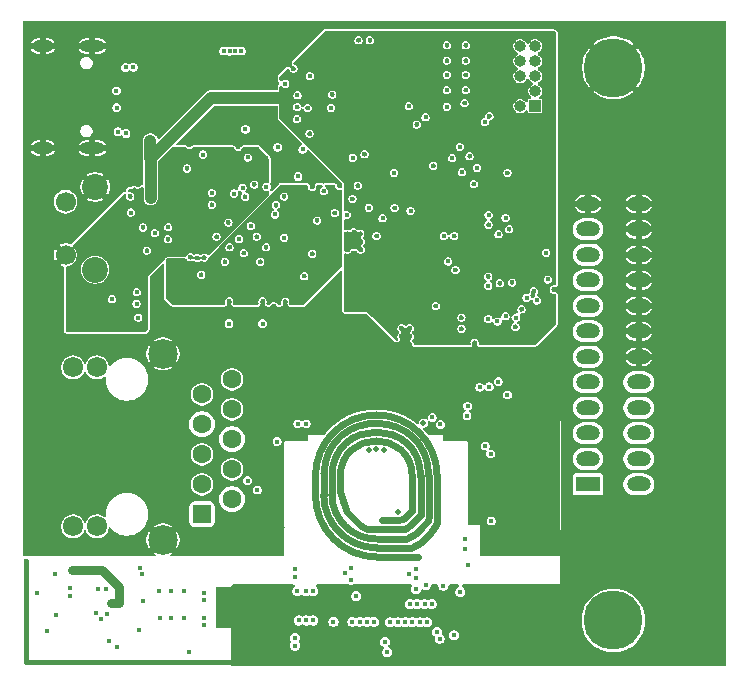
<source format=gbr>
%TF.GenerationSoftware,KiCad,Pcbnew,8.99.0-3376-g16cbb218c6*%
%TF.CreationDate,2024-12-27T08:14:28+01:00*%
%TF.ProjectId,PoE_Ethernet_GPIB_Adapter,506f455f-4574-4686-9572-6e65745f4750,rev?*%
%TF.SameCoordinates,Original*%
%TF.FileFunction,Copper,L3,Inr*%
%TF.FilePolarity,Positive*%
%FSLAX46Y46*%
G04 Gerber Fmt 4.6, Leading zero omitted, Abs format (unit mm)*
G04 Created by KiCad (PCBNEW 8.99.0-3376-g16cbb218c6) date 2024-12-27 08:14:28*
%MOMM*%
%LPD*%
G01*
G04 APERTURE LIST*
G04 Aperture macros list*
%AMRoundRect*
0 Rectangle with rounded corners*
0 $1 Rounding radius*
0 $2 $3 $4 $5 $6 $7 $8 $9 X,Y pos of 4 corners*
0 Add a 4 corners polygon primitive as box body*
4,1,4,$2,$3,$4,$5,$6,$7,$8,$9,$2,$3,0*
0 Add four circle primitives for the rounded corners*
1,1,$1+$1,$2,$3*
1,1,$1+$1,$4,$5*
1,1,$1+$1,$6,$7*
1,1,$1+$1,$8,$9*
0 Add four rect primitives between the rounded corners*
20,1,$1+$1,$2,$3,$4,$5,0*
20,1,$1+$1,$4,$5,$6,$7,0*
20,1,$1+$1,$6,$7,$8,$9,0*
20,1,$1+$1,$8,$9,$2,$3,0*%
G04 Aperture macros list end*
%TA.AperFunction,ComponentPad*%
%ADD10O,2.100000X1.000000*%
%TD*%
%TA.AperFunction,ComponentPad*%
%ADD11O,1.800000X1.000000*%
%TD*%
%TA.AperFunction,ComponentPad*%
%ADD12R,1.000000X1.000000*%
%TD*%
%TA.AperFunction,ComponentPad*%
%ADD13O,1.000000X1.000000*%
%TD*%
%TA.AperFunction,ComponentPad*%
%ADD14RoundRect,0.250000X-0.550000X0.550000X-0.550000X-0.550000X0.550000X-0.550000X0.550000X0.550000X0*%
%TD*%
%TA.AperFunction,ComponentPad*%
%ADD15C,1.600000*%
%TD*%
%TA.AperFunction,ComponentPad*%
%ADD16C,1.720000*%
%TD*%
%TA.AperFunction,ComponentPad*%
%ADD17C,2.500000*%
%TD*%
%TA.AperFunction,ComponentPad*%
%ADD18C,1.700000*%
%TD*%
%TA.AperFunction,ComponentPad*%
%ADD19C,2.200000*%
%TD*%
%TA.AperFunction,ComponentPad*%
%ADD20R,2.000000X1.270000*%
%TD*%
%TA.AperFunction,ComponentPad*%
%ADD21O,2.000000X1.270000*%
%TD*%
%TA.AperFunction,ComponentPad*%
%ADD22C,5.000000*%
%TD*%
%TA.AperFunction,ViaPad*%
%ADD23C,0.450000*%
%TD*%
%TA.AperFunction,ViaPad*%
%ADD24C,0.500000*%
%TD*%
%TA.AperFunction,Conductor*%
%ADD25C,0.400000*%
%TD*%
%TA.AperFunction,Conductor*%
%ADD26C,0.600000*%
%TD*%
%TA.AperFunction,Conductor*%
%ADD27C,1.000000*%
%TD*%
%TA.AperFunction,Conductor*%
%ADD28C,0.800000*%
%TD*%
G04 APERTURE END LIST*
D10*
%TO.N,GND*%
%TO.C,J3*%
X-24920000Y25245000D03*
D11*
X-29100000Y25245000D03*
D10*
X-24920000Y16605000D03*
D11*
X-29100000Y16605000D03*
%TD*%
D12*
%TO.N,Net-(J4-Pin_1)*%
%TO.C,J4*%
X12575000Y20150000D03*
D13*
%TO.N,GND*%
X11305000Y20150000D03*
%TO.N,/MCU/UPDI*%
X12575000Y21420000D03*
%TO.N,+5V*%
X11305000Y21420000D03*
%TO.N,Net-(J4-Pin_5)*%
X12575000Y22690000D03*
%TO.N,/Ethernet_interface/nRST*%
X11305000Y22690000D03*
%TO.N,Net-(J4-Pin_7)*%
X12575000Y23960000D03*
%TO.N,unconnected-(J4-Pin_8-Pad8)*%
X11305000Y23960000D03*
%TO.N,Net-(J4-Pin_9)*%
X12575000Y25230000D03*
%TO.N,GND*%
X11305000Y25230000D03*
%TD*%
D14*
%TO.N,/Ethernet_interface/VC2-*%
%TO.C,J1*%
X-15635000Y-14415000D03*
D15*
%TO.N,/Ethernet_interface/VC1-*%
X-13095000Y-13145000D03*
%TO.N,/Ethernet_interface/RDN*%
X-15635000Y-11875000D03*
%TO.N,Net-(J1-RCT)*%
X-13095000Y-10605000D03*
%TO.N,/Ethernet_interface/RDP*%
X-15635000Y-9335000D03*
%TO.N,/Ethernet_interface/VC2+*%
X-13095000Y-8065000D03*
%TO.N,/Ethernet_interface/VC1+*%
X-15635000Y-6795000D03*
%TO.N,/Ethernet_interface/TDN*%
X-13095000Y-5525000D03*
%TO.N,Net-(J1-TCT)*%
X-15635000Y-4255000D03*
%TO.N,/Ethernet_interface/TDP*%
X-13095000Y-2985000D03*
D16*
%TO.N,Net-(J1-LEDY_A)*%
X-24525000Y-15425000D03*
%TO.N,/Ethernet_interface/LED_LNK*%
X-26555000Y-15425000D03*
%TO.N,Net-(J1-LEDG_A)*%
X-24525000Y-1975000D03*
%TO.N,/Ethernet_interface/LED_ACT*%
X-26555000Y-1975000D03*
D17*
%TO.N,GND*%
X-18935000Y-16575000D03*
X-18935000Y-825000D03*
%TD*%
D18*
%TO.N,GND*%
%TO.C,SW1*%
X-27175000Y7550000D03*
%TO.N,Net-(R18-Pad1)*%
X-27175000Y12050000D03*
D19*
%TO.N,GND*%
X-24675000Y6300000D03*
X-24675000Y13300000D03*
%TD*%
D20*
%TO.N,Net-(J2-Pin_1)*%
%TO.C,J2*%
X17055000Y-11880000D03*
D21*
%TO.N,Net-(J2-Pin_2)*%
X17055000Y-9720000D03*
%TO.N,Net-(J2-Pin_3)*%
X17055000Y-7560000D03*
%TO.N,Net-(J2-Pin_4)*%
X17055000Y-5400000D03*
%TO.N,Net-(J2-Pin_5)*%
X17055000Y-3240000D03*
%TO.N,Net-(J2-Pin_6)*%
X17055000Y-1080000D03*
%TO.N,Net-(J2-Pin_7)*%
X17055000Y1080000D03*
%TO.N,Net-(J2-Pin_8)*%
X17055000Y3240000D03*
%TO.N,Net-(J2-Pin_9)*%
X17055000Y5400000D03*
%TO.N,Net-(J2-Pin_10)*%
X17055000Y7560000D03*
%TO.N,Net-(J2-Pin_11)*%
X17055000Y9720000D03*
%TO.N,GND*%
X17055000Y11880000D03*
%TO.N,Net-(J2-Pin_13)*%
X21345000Y-11880000D03*
%TO.N,Net-(J2-Pin_14)*%
X21345000Y-9720000D03*
%TO.N,Net-(J2-Pin_15)*%
X21345000Y-7560000D03*
%TO.N,Net-(J2-Pin_16)*%
X21345000Y-5400000D03*
%TO.N,/GPIB/REN_nProt*%
X21345000Y-3240000D03*
%TO.N,GND*%
X21345000Y-1080000D03*
X21345000Y1080000D03*
X21345000Y3240000D03*
X21345000Y5400000D03*
X21345000Y7560000D03*
X21345000Y9720000D03*
X21345000Y11880000D03*
D22*
X19200000Y-23400000D03*
X19200000Y23400000D03*
%TD*%
D23*
%TO.N,VCC*%
X-7750000Y-19700000D03*
%TO.N,GND*%
X21091994Y-26900000D03*
X-1750000Y-3400000D03*
X6600000Y20400000D03*
X8200000Y-16500000D03*
X5791994Y-26900000D03*
X28400000Y9241994D03*
X-30500000Y16741994D03*
X28400000Y14341994D03*
X-30500000Y21200000D03*
X28400000Y6050000D03*
X-7550000Y27000000D03*
X950000Y-1350000D03*
X-2900000Y12300000D03*
X-24829003Y-26900000D03*
X-22450000Y16925000D03*
X1650000Y-1350000D03*
X28400000Y-25204003D03*
X-10700000Y6975000D03*
X-30500000Y11641994D03*
X28400000Y-10529003D03*
X-6525000Y17825000D03*
X19850000Y27000000D03*
X14150000Y4625000D03*
X-25400000Y27000000D03*
X28400000Y-23925000D03*
X-23500000Y27000000D03*
X-16479003Y27000000D03*
X-30500000Y22470997D03*
X21720997Y-26900000D03*
X-3729003Y27000000D03*
X-16700000Y16875000D03*
X666994Y-26900000D03*
X1250000Y-50000D03*
X-30500000Y26300000D03*
X28108006Y-26900000D03*
X-11379003Y27000000D03*
X-15270997Y-26900000D03*
X-30500000Y-7479003D03*
X-11300000Y-10900000D03*
X-23487735Y24386125D03*
X22400000Y27000000D03*
X-1425000Y25725000D03*
X4550000Y27000000D03*
X7700000Y-26900000D03*
X-30500000Y-23483006D03*
X-30500000Y-4300000D03*
X-9250000Y-21650000D03*
X10891994Y-26900000D03*
X-30500000Y14191994D03*
X10975000Y-3350000D03*
X-7050000Y15025000D03*
X19820997Y-26900000D03*
X28400000Y14970997D03*
X-19725000Y22075000D03*
X-21700000Y13500000D03*
X1950000Y650000D03*
X3216994Y-26900000D03*
X-30500000Y12920997D03*
X-9533006Y-26900000D03*
X-30500000Y19920997D03*
X-18475000Y22475000D03*
X26870997Y27000000D03*
X-28600000Y27000000D03*
X28400000Y-329003D03*
X-30500000Y-19654003D03*
X-30500000Y21841994D03*
X-30500000Y-11308006D03*
X28400000Y4141994D03*
X3950000Y15100000D03*
X-11200000Y-20750000D03*
X28400000Y-9250000D03*
X9020997Y27000000D03*
X8200000Y-17300000D03*
X-2450000Y13425000D03*
X28400000Y20720997D03*
X-15700000Y5875000D03*
X-10750000Y27000000D03*
X28400000Y16250000D03*
X-30500000Y5900000D03*
X-30500000Y-25412991D03*
X28400000Y7970997D03*
X6200000Y16700000D03*
X-15200000Y27000000D03*
X-25470997Y-26900000D03*
X2000000Y27000000D03*
X-19775000Y4200000D03*
X28400000Y7320997D03*
X10900000Y1450000D03*
X-22474998Y16125000D03*
X-22279003Y-26900000D03*
X-19625000Y9400000D03*
X28400000Y10520997D03*
X2550000Y18600000D03*
X-29300000Y-26900000D03*
X-22525000Y24550000D03*
X-10550000Y-20750000D03*
X12850000Y27000000D03*
X-2375000Y25725000D03*
X-30500000Y-22854003D03*
X5150000Y-26900000D03*
X3920997Y27000000D03*
X28400000Y2870997D03*
X-13300000Y27000000D03*
X-15900000Y-26900000D03*
X13500000Y7730002D03*
X-1820997Y27000000D03*
X25600000Y27000000D03*
X-12400000Y25880000D03*
X-30500000Y-11970997D03*
X20500000Y27000000D03*
X-20625000Y9875000D03*
X28400000Y-2879003D03*
X28400000Y-12454003D03*
X-30500000Y170997D03*
X-2450000Y-3400000D03*
X28400000Y-23295997D03*
X-17725000Y20025000D03*
X100000Y27000000D03*
X-4400000Y11100000D03*
X28400000Y-20745997D03*
X5100000Y24000000D03*
X28400000Y-11825000D03*
X-30500000Y-13891994D03*
X-13000000Y-22400000D03*
X-2525000Y-26900000D03*
X-550000Y27000000D03*
X-15450000Y7325000D03*
X-30500000Y-6208006D03*
X28400000Y16891994D03*
X10229998Y14500000D03*
X-9300000Y-23750000D03*
X-23175000Y16950000D03*
X-26679003Y27000000D03*
X-2450000Y27000000D03*
X-30500000Y-18375000D03*
X-9275000Y-9250000D03*
X28400000Y-9879003D03*
X-30500000Y-21583006D03*
X-12650000Y27000000D03*
X1250000Y650000D03*
X-9725000Y15950000D03*
X-8254003Y-26900000D03*
X-30500000Y-26041994D03*
X-30500000Y13550000D03*
X-26050000Y27000000D03*
X-30500000Y11000000D03*
X-3300000Y8675000D03*
X16670997Y27000000D03*
X-9675000Y17350000D03*
X-30500000Y9720997D03*
X-14570997Y27000000D03*
X-23150000Y16100000D03*
X14750000Y27000000D03*
X-21700000Y12500000D03*
X1950000Y1350000D03*
X28400000Y26450000D03*
X1370997Y27000000D03*
X-30500000Y-10679003D03*
X26208006Y-26900000D03*
X28449695Y-26406613D03*
X-10500000Y3625000D03*
X-11200000Y13525000D03*
X1250000Y1350000D03*
X6330002Y2250000D03*
X12170997Y-26900000D03*
X-24200000Y-26900000D03*
X-14629003Y-26900000D03*
X-8200000Y27000000D03*
X-30500000Y16100000D03*
X7025000Y15900000D03*
X28400000Y-4150000D03*
X-7625000Y-26900000D03*
X21770997Y27000000D03*
X11520997Y-26900000D03*
X-30500000Y7170997D03*
X24279003Y-26900000D03*
X-21650000Y-26900000D03*
X28400000Y320997D03*
X28400000Y-24575000D03*
X6700000Y25300000D03*
X-29870997Y27000000D03*
X19100000Y-7600000D03*
X-6354003Y-26900000D03*
X28400000Y13700000D03*
X-17820997Y-26900000D03*
X-30500000Y-2379003D03*
X17270997Y-26900000D03*
X-12500000Y8900000D03*
X-4433006Y-26900000D03*
X-30500000Y27000000D03*
X6700000Y21500000D03*
X28400000Y12420997D03*
X9575000Y5150000D03*
X-30500000Y-17100000D03*
X-30500000Y-16450000D03*
X17300000Y27000000D03*
X5200000Y27000000D03*
X-18000000Y20600000D03*
X-22925000Y24075000D03*
X-16550000Y-26900000D03*
X28400000Y25170997D03*
X-2225000Y9350000D03*
X-19029003Y27000000D03*
X-30500000Y10370997D03*
X-10625000Y17425000D03*
X28400000Y-19475000D03*
X10250000Y-26900000D03*
X-6920997Y27000000D03*
X4150000Y3219996D03*
X-18525000Y8875000D03*
X7369998Y13550000D03*
X-15850000Y27000000D03*
X8000000Y-9525000D03*
X-30500000Y8450000D03*
X28400000Y-20104003D03*
X-4600000Y21140000D03*
X18579003Y27000000D03*
X-3154003Y-26900000D03*
X-28650000Y-26900000D03*
X3279003Y27000000D03*
X-30500000Y25020997D03*
X-30500000Y-479003D03*
X-30500000Y-19004003D03*
X19100000Y-9725000D03*
X-16900000Y14875000D03*
X-6700000Y19975000D03*
X16029003Y27000000D03*
X-13400000Y25880000D03*
X-12750000Y-20750000D03*
X-21579003Y27000000D03*
X-19670997Y27000000D03*
X8625000Y10100000D03*
X28400000Y-18195997D03*
X-20675000Y22200000D03*
X-20370997Y-26900000D03*
X-30500000Y-24770997D03*
X25000Y-26900000D03*
X-21071095Y13511067D03*
X-9450000Y18250000D03*
X28400000Y-3508006D03*
X-30500000Y-14520997D03*
X9620997Y-26900000D03*
X-30500000Y-20304003D03*
X-23250000Y3800000D03*
X-22625000Y22225000D03*
X1945997Y-26900000D03*
X-30500000Y800000D03*
X-20950000Y27000000D03*
X-30500000Y-4929003D03*
X12200000Y27000000D03*
X19100000Y-5275000D03*
X-19700000Y18950000D03*
X-18450000Y-26900000D03*
X-2200000Y8000000D03*
X9250000Y-10050000D03*
X28400000Y8600000D03*
X-12050000Y-20750000D03*
X-24770997Y27000000D03*
X-3986845Y13388155D03*
X28400000Y21991994D03*
X-19729003Y-26900000D03*
X14720997Y-26900000D03*
X28400000Y13070997D03*
X28400000Y5420997D03*
X950000Y-2050000D03*
X6700000Y22800000D03*
X8600000Y5725000D03*
X11425000Y2950000D03*
X-9550000Y2375000D03*
X15350000Y-26900000D03*
X-3325000Y9350000D03*
X28400000Y21350000D03*
X28400000Y-18825000D03*
X-30500000Y-20933006D03*
X-14800000Y12800000D03*
X-30500000Y25670997D03*
X-8675000Y12500000D03*
X10929003Y27000000D03*
X-9470997Y27000000D03*
X-10175000Y-26900000D03*
X19220997Y27000000D03*
X4495997Y-26900000D03*
X-4710000Y20000000D03*
X24950000Y27000000D03*
X28400000Y-5429003D03*
X-30500000Y-3029003D03*
X-30500000Y9091994D03*
X-6300000Y13300000D03*
X28400000Y6691994D03*
X-7575000Y20075000D03*
X-18500000Y9900000D03*
X-24129003Y27000000D03*
X-30500000Y-15800000D03*
X28400000Y-7979003D03*
X-14000000Y-26900000D03*
X8650000Y-6800000D03*
X-13325000Y3625000D03*
X-10804003Y-26900000D03*
X-20300000Y7925000D03*
X28400000Y-25845997D03*
X-30500000Y15470997D03*
X28400000Y-2229003D03*
X-2200000Y8675000D03*
X1950000Y-50000D03*
X28400000Y-22025000D03*
X-604003Y-26900000D03*
X-30500000Y-5579003D03*
X14070997Y-26900000D03*
X-23425000Y25500000D03*
X-30500000Y-1108006D03*
X-22220997Y27000000D03*
X8379003Y27000000D03*
X-13400000Y10300000D03*
X-29929003Y-26900000D03*
X-10100000Y27000000D03*
X-26100000Y-26900000D03*
X-13300000Y8200000D03*
X-17120997Y27000000D03*
X15400000Y27000000D03*
X24320997Y27000000D03*
X28400000Y18170997D03*
X-6975000Y5750000D03*
X-30500000Y-1750000D03*
X5725000Y9150000D03*
X-22525000Y25500000D03*
X-2775000Y9475000D03*
X-30500000Y20570997D03*
X-17179003Y-26900000D03*
X19170997Y-26900000D03*
X-9250000Y-20900000D03*
X21129003Y27000000D03*
X28400000Y22620997D03*
X18541994Y-26900000D03*
X-17750000Y27000000D03*
X28400000Y-1600000D03*
X-29229003Y27000000D03*
X28400000Y-6700000D03*
X-13600000Y-22400000D03*
X-12100000Y7700000D03*
X-11650000Y-12750000D03*
X-30500000Y-13250000D03*
X13441994Y-26900000D03*
X-8675000Y9000000D03*
X-3804003Y-26900000D03*
X-30500000Y18020997D03*
X5100000Y25300000D03*
X-21071487Y14125190D03*
X28400000Y3500000D03*
X15991994Y-26900000D03*
X11570997Y27000000D03*
X-30500000Y-10029003D03*
X-30500000Y-15170997D03*
X-26750000Y-26900000D03*
X28400000Y-15004003D03*
X28400000Y-6058006D03*
X-30500000Y18650000D03*
X7100000Y-3350000D03*
X14120997Y27000000D03*
X8700000Y19300000D03*
X-12575000Y16700000D03*
X-1179003Y27000000D03*
X-30500000Y12270997D03*
X17900000Y-26900000D03*
X-3100000Y27000000D03*
X-30500000Y-12620997D03*
X-14800000Y11800000D03*
X-1883006Y-26900000D03*
X-5881031Y10465631D03*
X-5325000Y12950000D03*
X28400000Y-16275000D03*
X-5650000Y27000000D03*
X7100000Y27000000D03*
X-22920997Y-26900000D03*
X-12083006Y-26900000D03*
X12450000Y4475000D03*
X28400000Y11150000D03*
X7650001Y14925001D03*
X1650000Y-2050000D03*
X-11000000Y9100000D03*
X28400000Y1591994D03*
X17950000Y27000000D03*
X7450000Y125000D03*
X-9550000Y3225000D03*
X1880000Y20150000D03*
X28400000Y2220997D03*
X28400000Y-15645997D03*
X28400000Y9870997D03*
X28400000Y4770997D03*
X8250000Y-675000D03*
X-5704003Y-26900000D03*
X-1875000Y16075000D03*
X-28020997Y-26900000D03*
X-850000Y9150000D03*
X-30500000Y-22212009D03*
X-2450000Y-4700000D03*
X28400000Y-17554003D03*
X7070997Y-26900000D03*
X-15049997Y18379999D03*
X-2450000Y-4050000D03*
X-2775000Y8875000D03*
X26837009Y-26900000D03*
X-9300000Y-23000000D03*
X-30500000Y23750000D03*
X28400000Y19441994D03*
X-11200000Y-23850000D03*
X28400000Y18800000D03*
X25558006Y-26900000D03*
X-3300000Y8000000D03*
X-16050000Y7275000D03*
X28400000Y-22654003D03*
X19150000Y-11925000D03*
X7750000Y27000000D03*
X28400000Y23270997D03*
X16620997Y-26900000D03*
X27500000Y27000000D03*
X28400000Y-8608006D03*
X5100000Y21500000D03*
X-30500000Y17370997D03*
X8970997Y-26900000D03*
X28400000Y-13725000D03*
X28400000Y17520997D03*
X-6300000Y7650000D03*
X26229003Y27000000D03*
X-30500000Y-6850000D03*
X-27950000Y27000000D03*
X3845997Y-26900000D03*
X-19100000Y-26900000D03*
X28400000Y-7329003D03*
X-6279003Y27000000D03*
X-21700000Y14150000D03*
X-23050000Y24900000D03*
X12800000Y-26900000D03*
X28400000Y-14375000D03*
X8010000Y-6115161D03*
X-30500000Y-17729003D03*
X-13600000Y21850000D03*
X-30500000Y19291994D03*
X23629003Y-26900000D03*
X10300000Y27000000D03*
X28400000Y-958006D03*
X-23550000Y-26900000D03*
X-13750000Y18250000D03*
X-14400000Y9100000D03*
X-12020997Y27000000D03*
X-13700000Y6975000D03*
X13479003Y27000000D03*
X-5000000Y27000000D03*
X-8829003Y27000000D03*
X-27379003Y-26900000D03*
X-9375000Y11775000D03*
X28400000Y-21375000D03*
X-8904003Y-26900000D03*
X28400000Y20070997D03*
X-10200000Y8200000D03*
X28400000Y25820997D03*
X5825000Y6275000D03*
X-13350000Y-26900000D03*
X2650000Y27000000D03*
X-21000000Y-26900000D03*
X-5075000Y-26900000D03*
X28400000Y-13095997D03*
X-4370997Y27000000D03*
X-11454003Y-26900000D03*
X-12750000Y-23850000D03*
X-12725000Y-26900000D03*
X-30500000Y6541994D03*
X-12100000Y-23850000D03*
X6420997Y-26900000D03*
X-30500000Y-9400000D03*
X28400000Y-11175000D03*
X9650000Y27000000D03*
X-11975000Y12475000D03*
X-6500000Y22700000D03*
X28400000Y-4779003D03*
X-14200000Y-22400000D03*
X23050000Y27000000D03*
X28400000Y15620997D03*
X-30500000Y-8758006D03*
X-8575000Y3600000D03*
X-18400000Y27000000D03*
X28400000Y24541994D03*
X-30500000Y14820997D03*
X-20625000Y18775000D03*
X6329998Y1300000D03*
X-16625000Y7350000D03*
X-6983006Y-26900000D03*
X23679003Y27000000D03*
X6470997Y27000000D03*
X-30500000Y-8129003D03*
X-10550000Y-23850000D03*
X7647525Y-494258D03*
X-19750000Y2275000D03*
X1295997Y-26900000D03*
X-7400000Y25775000D03*
X2575000Y-26900000D03*
X7125000Y-4450000D03*
X28400000Y23900000D03*
X-22850000Y27000000D03*
X-27320997Y27000000D03*
X-30500000Y-24141994D03*
X-30500000Y24391994D03*
X23000000Y-26900000D03*
X6075000Y-5550000D03*
X27479003Y-26900000D03*
X-30500000Y-3658006D03*
X675000Y11525000D03*
X-7895000Y23325002D03*
X28400000Y-16925000D03*
X8341994Y-26900000D03*
X10625000Y5225000D03*
X-11500000Y10000000D03*
X28150000Y27000000D03*
X10375000Y9725000D03*
X-30500000Y23120997D03*
X20450000Y-26900000D03*
X-18100000Y1750000D03*
X-13929003Y27000000D03*
X6700000Y24000000D03*
X-30500000Y7820997D03*
X-1254003Y-26900000D03*
X-30500000Y-26700000D03*
X-2750000Y8250000D03*
X-22375000Y19375000D03*
X28400000Y950000D03*
X22370997Y-26900000D03*
X-20300000Y27000000D03*
X28400000Y11791994D03*
X24929003Y-26900000D03*
X-1750000Y-4450000D03*
X8075000Y-6700000D03*
X5100000Y22800000D03*
X729003Y27000000D03*
X5829003Y27000000D03*
%TO.N,VCC*%
X-2575000Y-21325000D03*
X-3050000Y-19950000D03*
X-6850000Y-20900000D03*
X-3500000Y-19400000D03*
X-4500000Y-23500000D03*
X-3050000Y-18950000D03*
X-7550000Y-20900000D03*
X-6200000Y-20900000D03*
X2494856Y-20762498D03*
X-7750000Y-19000000D03*
%TO.N,/POE_5v/SW*%
X4800000Y-20450000D03*
D24*
X1000000Y-14200000D03*
X-400635Y-14856313D03*
D23*
X2450000Y-19800000D03*
X1900000Y-19450000D03*
D24*
X2599996Y-17999999D03*
D23*
X2450000Y-19050000D03*
%TO.N,Net-(U1-FB)*%
X3300000Y-20400000D03*
%TO.N,Net-(J3-D+-PadA6)*%
X-22850000Y20025000D03*
X-22875000Y21450000D03*
%TO.N,Net-(F1-Pad2)*%
X-22750000Y17975000D03*
X-22100000Y23425000D03*
X-21462500Y23450000D03*
X-22062500Y17837500D03*
%TO.N,VBUS*%
X-12800000Y24820000D03*
X-13800000Y24820000D03*
X-12300000Y24820000D03*
X-13300000Y24800000D03*
%TO.N,+5V*%
X-19975000Y15400000D03*
X-5779345Y21079345D03*
X-3375000Y5125000D03*
X-19975000Y12975000D03*
X-19350000Y16350000D03*
X-1425000Y24750000D03*
X-19975000Y12350000D03*
X-2225000Y4525000D03*
X-2800000Y4525000D03*
X-900000Y16050000D03*
X-5550000Y17825000D03*
X-2375000Y24750000D03*
X-2800000Y5700000D03*
X-2450000Y20250000D03*
X8375000Y13575000D03*
X1750000Y15425000D03*
X-2225000Y5125000D03*
X-3375000Y4525000D03*
X-625000Y24750000D03*
X4150000Y2260002D03*
X-8550000Y20075000D03*
X-2225000Y5700000D03*
X-3375000Y5700000D03*
X1825000Y16625000D03*
X-20000000Y17200000D03*
X5370000Y2250002D03*
X-2800000Y5125000D03*
X13500000Y6770000D03*
X10250000Y13575000D03*
X920000Y20150000D03*
X3650000Y16450000D03*
X5370000Y1300002D03*
%TO.N,/MCU/MCU_RX*%
X-7550000Y21075000D03*
X5541847Y15743261D03*
%TO.N,/MCU/MCU_TX*%
X-8585000Y22050000D03*
X6375000Y14550000D03*
%TO.N,Net-(J4-Pin_1)*%
X8300000Y18800000D03*
%TO.N,Net-(J4-Pin_5)*%
X5100000Y20100000D03*
%TO.N,/MCU/UPDI*%
X8625000Y10925000D03*
%TO.N,/MCU/LED_R*%
X-21025000Y2250000D03*
X5200000Y7000000D03*
%TO.N,/MCU/LED_B*%
X10075000Y10675000D03*
X-21150000Y4400000D03*
%TO.N,/MCU/LED_G*%
X-21175000Y3425000D03*
X9475000Y9300000D03*
%TO.N,/Ethernet_interface/XI*%
X-11750000Y15800000D03*
X-11950000Y18200000D03*
%TO.N,/Ethernet_interface/nINT*%
X4850002Y9150000D03*
X625000Y14500000D03*
%TO.N,/Ethernet_interface/MISO*%
X2025000Y11275000D03*
X-2875000Y15775000D03*
%TO.N,/Ethernet_interface/nRST*%
X-7595000Y19050000D03*
X3300000Y19200000D03*
X-21650000Y11137500D03*
%TO.N,/Ethernet_interface/nCS*%
X-1500000Y11550000D03*
X-12200000Y13250000D03*
X-7100000Y16500000D03*
%TO.N,/Ethernet_interface/SCK*%
X-350000Y10650000D03*
X-12925000Y12750000D03*
%TO.N,+3.3V*%
X-21275000Y7925000D03*
X-23289768Y1761544D03*
X-16875000Y13900000D03*
X-25400000Y1550000D03*
X-18218277Y8043277D03*
X-16300000Y13900000D03*
X-17500000Y13900000D03*
X-17525000Y8900000D03*
X-17550000Y9925000D03*
X-10700000Y15950000D03*
%TO.N,/Ethernet_interface/nINT_3*%
X-15550000Y16050000D03*
X-7500000Y14200000D03*
%TO.N,/Ethernet_interface/MOSI*%
X-3375000Y10925000D03*
X-9450000Y10975000D03*
%TO.N,+3.3VA*%
X-17650000Y5875000D03*
X-6453133Y9228781D03*
X-14300000Y4300000D03*
X-17150000Y4600000D03*
X-8600000Y4575000D03*
X-10500000Y4575000D03*
X-5350000Y12025000D03*
X-4400000Y12025000D03*
X-7950000Y5750000D03*
X-16675000Y5900000D03*
X-18075000Y4600000D03*
X-13350000Y4575000D03*
X-18150000Y6325000D03*
X-6300000Y8625000D03*
%TO.N,/Ethernet_interface/VC1+*%
X-29575000Y-21075000D03*
%TO.N,/Ethernet_interface/VC2+*%
X-28750000Y-24250000D03*
%TO.N,/Ethernet_interface/VC2-*%
X-28000000Y-22900000D03*
%TO.N,/Ethernet_interface/VC1-*%
X-28118000Y-19450000D03*
%TO.N,/Ethernet_interface/LED_LNK*%
X-9225000Y16675000D03*
%TO.N,/Ethernet_interface/LED_ACT*%
X-10175000Y13325000D03*
%TO.N,/GPIB/DIO2*%
X8600000Y2125000D03*
X8675000Y-3625000D03*
%TO.N,/GPIB/DIO7*%
X12725000Y3700000D03*
X8350000Y-8625002D03*
%TO.N,/GPIB/DIO8*%
X8800000Y-9300000D03*
X13650000Y5475000D03*
%TO.N,/GPIB/DIO1*%
X7875000Y-3650000D03*
X8600000Y4925000D03*
%TO.N,/GPIB/DIO6*%
X6800000Y-6050000D03*
X11850000Y3925000D03*
%TO.N,/GPIB/DIO5*%
X10975000Y2250000D03*
X6850000Y-5250000D03*
%TO.N,/GPIB/DIO3*%
X9375000Y1925000D03*
X9450000Y-3175000D03*
%TO.N,/GPIB/DIO4*%
X10225000Y-4300000D03*
X10075000Y2350000D03*
%TO.N,Net-(J1-RCT)*%
X-10499998Y1740000D03*
X-13349998Y1740000D03*
%TO.N,Earth*%
X1950000Y-22000000D03*
X2800000Y-23550000D03*
X3208006Y-22000000D03*
X6650000Y-17325000D03*
X-6200000Y-23400000D03*
X4483606Y-24934014D03*
X6250000Y-20975000D03*
X-150000Y-25200000D03*
X-7750000Y-24850000D03*
X-7750000Y-25520000D03*
X2150000Y-23550000D03*
X3800000Y-22000000D03*
X-6800000Y-23400000D03*
X5700000Y-24650000D03*
X3429003Y-23550000D03*
X2579003Y-22000000D03*
X300000Y-23550000D03*
X4250000Y-24350000D03*
X6900000Y-18700000D03*
X-1058006Y-23500000D03*
X-2279003Y-23500000D03*
X-7450000Y-23400000D03*
X-1650000Y-23500000D03*
X-2908006Y-23500000D03*
X50000Y-26075000D03*
X929003Y-23550000D03*
X1558006Y-23550000D03*
X6650000Y-16500000D03*
%TO.N,/POE_5v/POE+*%
X-26850000Y-20650000D03*
X-19250000Y-20900000D03*
X-24400000Y-20750000D03*
X-26850000Y-21300000D03*
X-15450000Y-21050000D03*
X-23750000Y-20750000D03*
X-20900000Y-18950000D03*
X-20750000Y-19500000D03*
X-17150000Y-20900000D03*
X-15450000Y-21650000D03*
X-18250000Y-20900000D03*
%TO.N,/POE_5v/POE-*%
X-23700000Y-22850000D03*
X-24600000Y-22800000D03*
X-20950000Y-24200000D03*
X-24150000Y-23250000D03*
X-20647472Y-21763000D03*
%TO.N,/POE_5v/PG*%
X-16725000Y-26075000D03*
%TO.N,Net-(U11-DET)*%
X-23525000Y-25175000D03*
%TO.N,Net-(U11-CLASS)*%
X-22850000Y-25650000D03*
%TO.N,/POE_5v/RTN*%
X-26000000Y-19150000D03*
X-19200000Y-23150000D03*
X-22700000Y-21900000D03*
X-15500000Y-23800000D03*
X-26600000Y-19150000D03*
X-23350000Y-21900000D03*
X-18250000Y-23150000D03*
X-17150000Y-23150000D03*
X-15500000Y-23150000D03*
%TO.N,/POE_5v/CM*%
X-9275000Y-8250000D03*
D24*
X3120000Y-6680000D03*
D23*
X8850000Y-14975000D03*
%TO.N,/POE_5v/SEC*%
X-7525000Y-6750000D03*
D24*
X-879643Y-8900000D03*
X-250000Y-9000000D03*
X-1475000Y-9000000D03*
D23*
X4549997Y-6800003D03*
X-6800000Y-6750000D03*
X3862077Y-6212924D03*
%TO.N,/Ethernet_interface/RDP*%
X-10950000Y-12350000D03*
X-11775000Y-11550000D03*
%TD*%
D25*
%TO.N,GND*%
X-11500652Y-26946649D02*
X-11454003Y-26900000D01*
X-30500000Y-18375000D02*
X-30500000Y-26946649D01*
X-30500000Y-26946649D02*
X-11500652Y-26946649D01*
D26*
%TO.N,/POE_5v/SW*%
X-5308531Y-10941689D02*
X-5308531Y-12715875D01*
X3574695Y-14496649D02*
X3574695Y-11197363D01*
X2875009Y-14496649D02*
X2875009Y-11196963D01*
X2174695Y-13646649D02*
X2174695Y-11198077D01*
X3724695Y-15896649D02*
X4174695Y-15346649D01*
X3524695Y-14946649D02*
X3024695Y-15496649D01*
X4174695Y-15346649D02*
X4274695Y-15046649D01*
X1824695Y-15496649D02*
X1524695Y-15646649D01*
X-3725305Y-13296649D02*
X-3325305Y-14196649D01*
X1674695Y-16496649D02*
X2574695Y-15996649D01*
X2074695Y-17246649D02*
X2974695Y-16746649D01*
X1574695Y-17246649D02*
X2074695Y-17246649D01*
X-360299Y-14896649D02*
X974695Y-14896649D01*
X-400635Y-14856313D02*
X-360299Y-14896649D01*
X-3925305Y-12435185D02*
X-3725305Y-13296649D01*
X-3925305Y-12435185D02*
X-3925305Y-11247035D01*
X2124695Y-14146649D02*
X2174695Y-13646649D01*
X-1625305Y-15653625D02*
X1524695Y-15646649D01*
X2574695Y-15996649D02*
X3024695Y-15496649D01*
X3574695Y-14546649D02*
X3524695Y-14946649D01*
X-3325305Y-14196649D02*
X-2775305Y-14846649D01*
X2974695Y-16746649D02*
X3724695Y-15896649D01*
X1824695Y-15496649D02*
X2875009Y-14496649D01*
X-2775305Y-14846649D02*
X-2275305Y-15296649D01*
X974695Y-14896649D02*
X1424695Y-14846649D01*
X4274695Y-15046649D02*
X4274695Y-11096649D01*
X-4638684Y-12708713D02*
X-4638684Y-11196649D01*
X-6025305Y-11146649D02*
X-6025305Y-12796649D01*
X-5308531Y-12715875D02*
X-5332305Y-12739649D01*
X1674695Y-16496649D02*
X-725305Y-16496649D01*
X-1975305Y-15496649D02*
X-1625305Y-15653625D01*
X-825305Y-17246649D02*
X1574695Y-17246649D01*
X-821955Y-18028048D02*
X2649996Y-18028048D01*
X-2275305Y-15296649D02*
X-1975305Y-15496649D01*
X1424695Y-14846649D02*
X2124695Y-14146649D01*
X-4625619Y-11196963D02*
G75*
G02*
X2875009Y-11196963I3750314J0D01*
G01*
X-825305Y-17246649D02*
G75*
G02*
X-5332305Y-12739649I1J4507001D01*
G01*
X-6025305Y-11146649D02*
G75*
G02*
X4274695Y-11146649I5150000J0D01*
G01*
X-837369Y-16510028D02*
G75*
G02*
X-4638684Y-12708713I-1J3801314D01*
G01*
X-3925691Y-11247035D02*
G75*
G02*
X2175081Y-11247035I3050386J0D01*
G01*
X3560127Y-11146649D02*
G75*
G03*
X-5308532Y-10941689I-4436727J-1265D01*
G01*
X-797256Y-18024698D02*
G75*
G02*
X-6025305Y-12796649I0J5228049D01*
G01*
D27*
%TO.N,+5V*%
X-14850000Y20850000D02*
X-8600000Y20850000D01*
X-19950000Y15750000D02*
X-19350000Y16350000D01*
X-19975000Y15725000D02*
X-20000000Y15750000D01*
X-20000000Y16000000D02*
X-20000000Y16600000D01*
X-19975000Y12350000D02*
X-19975000Y15400000D01*
X-20000000Y16600000D02*
X-20000000Y17200000D01*
X-19350000Y16350000D02*
X-14850000Y20850000D01*
X-20000000Y15750000D02*
X-19950000Y15750000D01*
X-20000000Y15750000D02*
X-20000000Y16000000D01*
X-19975000Y15400000D02*
X-19975000Y15725000D01*
D28*
%TO.N,/POE_5v/RTN*%
X-22700000Y-21900000D02*
X-23350000Y-21900000D01*
X-22700000Y-20555492D02*
X-24105492Y-19150000D01*
X-26000000Y-19150000D02*
X-26600000Y-19150000D01*
X-24105492Y-19150000D02*
X-26000000Y-19150000D01*
X-22700000Y-21900000D02*
X-22700000Y-20555492D01*
X-26600000Y-19150000D02*
X-26550000Y-19150000D01*
%TD*%
%TA.AperFunction,Conductor*%
%TO.N,+3.3VA*%
G36*
X-6703835Y13480315D02*
G01*
X-6658080Y13427511D01*
X-6648136Y13358353D01*
X-6650248Y13348054D01*
X-6650499Y13346145D01*
X-6650500Y13346144D01*
X-6650500Y13253856D01*
X-6626614Y13164712D01*
X-6626612Y13164709D01*
X-6626611Y13164706D01*
X-6580473Y13084794D01*
X-6580470Y13084791D01*
X-6580469Y13084788D01*
X-6515212Y13019531D01*
X-6515209Y13019529D01*
X-6515205Y13019526D01*
X-6435293Y12973388D01*
X-6435290Y12973387D01*
X-6435288Y12973386D01*
X-6346144Y12949500D01*
X-6346143Y12949500D01*
X-6253856Y12949500D01*
X-6164712Y12973386D01*
X-6164711Y12973386D01*
X-6164709Y12973387D01*
X-6164706Y12973388D01*
X-6084794Y13019526D01*
X-6084785Y13019533D01*
X-6019533Y13084785D01*
X-6019526Y13084794D01*
X-5973388Y13164706D01*
X-5973387Y13164709D01*
X-5973251Y13165214D01*
X-5949500Y13253856D01*
X-5949500Y13346144D01*
X-5949500Y13346145D01*
X-5950561Y13354200D01*
X-5948649Y13354451D01*
X-5947238Y13413756D01*
X-5908076Y13471619D01*
X-5843847Y13499123D01*
X-5829126Y13500000D01*
X-5536147Y13500000D01*
X-5469108Y13480315D01*
X-5423353Y13427511D01*
X-5413409Y13358353D01*
X-5442434Y13294797D01*
X-5474145Y13268614D01*
X-5492168Y13258207D01*
X-5540212Y13230469D01*
X-5605469Y13165212D01*
X-5651614Y13085288D01*
X-5675500Y12996144D01*
X-5675500Y12903856D01*
X-5651614Y12814712D01*
X-5651612Y12814709D01*
X-5651611Y12814706D01*
X-5605473Y12734794D01*
X-5605470Y12734791D01*
X-5605469Y12734788D01*
X-5540212Y12669531D01*
X-5540209Y12669529D01*
X-5540205Y12669526D01*
X-5460293Y12623388D01*
X-5460290Y12623387D01*
X-5460288Y12623386D01*
X-5371144Y12599500D01*
X-5371143Y12599500D01*
X-5278856Y12599500D01*
X-5189712Y12623386D01*
X-5189711Y12623386D01*
X-5189709Y12623387D01*
X-5189706Y12623388D01*
X-5109794Y12669526D01*
X-5109785Y12669533D01*
X-5044533Y12734785D01*
X-5044526Y12734794D01*
X-4998388Y12814706D01*
X-4998387Y12814709D01*
X-4995495Y12825500D01*
X-4974500Y12903856D01*
X-4974500Y12996144D01*
X-4998386Y13085288D01*
X-4998387Y13085290D01*
X-4998388Y13085293D01*
X-5044526Y13165205D01*
X-5044533Y13165214D01*
X-5109785Y13230466D01*
X-5109788Y13230469D01*
X-5150298Y13253858D01*
X-5175855Y13268614D01*
X-5224069Y13319181D01*
X-5237291Y13387789D01*
X-5211322Y13452653D01*
X-5154408Y13493181D01*
X-5113853Y13500000D01*
X-4461345Y13500000D01*
X-4394306Y13480315D01*
X-4348551Y13427511D01*
X-4337345Y13376000D01*
X-4337345Y13342011D01*
X-4313459Y13252867D01*
X-4313457Y13252864D01*
X-4313456Y13252861D01*
X-4267318Y13172949D01*
X-4267315Y13172946D01*
X-4267314Y13172943D01*
X-4202057Y13107686D01*
X-4202054Y13107684D01*
X-4202050Y13107681D01*
X-4122138Y13061543D01*
X-4122135Y13061542D01*
X-4122133Y13061541D01*
X-4032989Y13037655D01*
X-4032988Y13037655D01*
X-3940699Y13037655D01*
X-3906092Y13046928D01*
X-3836242Y13045265D01*
X-3778380Y13006101D01*
X-3750877Y12941873D01*
X-3750000Y12927153D01*
X-3750000Y6626362D01*
X-3769685Y6559323D01*
X-3786319Y6538681D01*
X-6963681Y3361319D01*
X-7025004Y3327834D01*
X-7051362Y3325000D01*
X-8124222Y3325000D01*
X-8191261Y3344685D01*
X-8237016Y3397489D01*
X-8246960Y3466647D01*
X-8243997Y3481093D01*
X-8241687Y3489712D01*
X-8224500Y3553856D01*
X-8224500Y3646144D01*
X-8248386Y3735288D01*
X-8248387Y3735290D01*
X-8248388Y3735293D01*
X-8294526Y3815205D01*
X-8294533Y3815214D01*
X-8359785Y3880466D01*
X-8359788Y3880469D01*
X-8359791Y3880470D01*
X-8359794Y3880473D01*
X-8439706Y3926611D01*
X-8439709Y3926612D01*
X-8439712Y3926614D01*
X-8528856Y3950500D01*
X-8621144Y3950500D01*
X-8710288Y3926614D01*
X-8790212Y3880469D01*
X-8855469Y3815212D01*
X-8901614Y3735288D01*
X-8925500Y3646144D01*
X-8925500Y3553856D01*
X-8906209Y3481861D01*
X-8906003Y3481093D01*
X-8906598Y3456098D01*
X-8903040Y3431353D01*
X-8907415Y3421772D01*
X-8907666Y3411243D01*
X-8921678Y3390539D01*
X-8932065Y3367797D01*
X-8940926Y3362102D01*
X-8946829Y3353381D01*
X-8969809Y3343539D01*
X-8990843Y3330023D01*
X-9006698Y3327743D01*
X-9011057Y3325877D01*
X-9025778Y3325000D01*
X-9131421Y3325000D01*
X-9198460Y3344685D01*
X-9238807Y3386999D01*
X-9269526Y3440205D01*
X-9269533Y3440214D01*
X-9334785Y3505466D01*
X-9334788Y3505469D01*
X-9334791Y3505470D01*
X-9334794Y3505473D01*
X-9414706Y3551611D01*
X-9414709Y3551612D01*
X-9414712Y3551614D01*
X-9503856Y3575500D01*
X-9596144Y3575500D01*
X-9685288Y3551614D01*
X-9765212Y3505469D01*
X-9830469Y3440212D01*
X-9830473Y3440205D01*
X-9861193Y3386999D01*
X-9869879Y3378716D01*
X-9874866Y3367797D01*
X-9894699Y3355050D01*
X-9911760Y3338784D01*
X-9925015Y3335568D01*
X-9933644Y3330023D01*
X-9968579Y3325000D01*
X-10056033Y3325000D01*
X-10123072Y3344685D01*
X-10168827Y3397489D01*
X-10178771Y3466647D01*
X-10174659Y3481638D01*
X-10175490Y3481861D01*
X-10156799Y3551614D01*
X-10149500Y3578856D01*
X-10149500Y3671144D01*
X-10173386Y3760288D01*
X-10173387Y3760290D01*
X-10173388Y3760293D01*
X-10219526Y3840205D01*
X-10219533Y3840214D01*
X-10284785Y3905466D01*
X-10284788Y3905469D01*
X-10284791Y3905470D01*
X-10284794Y3905473D01*
X-10364706Y3951611D01*
X-10364709Y3951612D01*
X-10364712Y3951614D01*
X-10453856Y3975500D01*
X-10546144Y3975500D01*
X-10635288Y3951614D01*
X-10715212Y3905469D01*
X-10780469Y3840212D01*
X-10826614Y3760288D01*
X-10850500Y3671144D01*
X-10850500Y3578856D01*
X-10830837Y3505473D01*
X-10824510Y3481861D01*
X-10827741Y3480995D01*
X-10821940Y3426968D01*
X-10853223Y3364492D01*
X-10913316Y3328848D01*
X-10943967Y3325000D01*
X-12881033Y3325000D01*
X-12948072Y3344685D01*
X-12993827Y3397489D01*
X-13003771Y3466647D01*
X-12999659Y3481638D01*
X-13000490Y3481861D01*
X-12981799Y3551614D01*
X-12974500Y3578856D01*
X-12974500Y3671144D01*
X-12998386Y3760288D01*
X-12998387Y3760290D01*
X-12998388Y3760293D01*
X-13044526Y3840205D01*
X-13044533Y3840214D01*
X-13109785Y3905466D01*
X-13109788Y3905469D01*
X-13109791Y3905470D01*
X-13109794Y3905473D01*
X-13189706Y3951611D01*
X-13189709Y3951612D01*
X-13189712Y3951614D01*
X-13278856Y3975500D01*
X-13371144Y3975500D01*
X-13460288Y3951614D01*
X-13540212Y3905469D01*
X-13605469Y3840212D01*
X-13651614Y3760288D01*
X-13675500Y3671144D01*
X-13675500Y3578856D01*
X-13655837Y3505473D01*
X-13649510Y3481861D01*
X-13652741Y3480995D01*
X-13646940Y3426968D01*
X-13678223Y3364492D01*
X-13738316Y3328848D01*
X-13768967Y3325000D01*
X-18098638Y3325000D01*
X-18165677Y3344685D01*
X-18186319Y3361319D01*
X-18663681Y3838681D01*
X-18697166Y3900004D01*
X-18700000Y3926362D01*
X-18700000Y5921144D01*
X-16050500Y5921144D01*
X-16050500Y5828856D01*
X-16026614Y5739712D01*
X-16026612Y5739709D01*
X-16026611Y5739706D01*
X-15980473Y5659794D01*
X-15980470Y5659791D01*
X-15980469Y5659788D01*
X-15915212Y5594531D01*
X-15915209Y5594529D01*
X-15915205Y5594526D01*
X-15835293Y5548388D01*
X-15835290Y5548387D01*
X-15835288Y5548386D01*
X-15746144Y5524500D01*
X-15746143Y5524500D01*
X-15653856Y5524500D01*
X-15564712Y5548386D01*
X-15564711Y5548386D01*
X-15564709Y5548387D01*
X-15564706Y5548388D01*
X-15484794Y5594526D01*
X-15484785Y5594533D01*
X-15419533Y5659785D01*
X-15419526Y5659794D01*
X-15373388Y5739706D01*
X-15373387Y5739708D01*
X-15358266Y5796142D01*
X-15358265Y5796144D01*
X-7325500Y5796144D01*
X-7325500Y5703856D01*
X-7301614Y5614712D01*
X-7301612Y5614709D01*
X-7301611Y5614706D01*
X-7255473Y5534794D01*
X-7255470Y5534791D01*
X-7255469Y5534788D01*
X-7190212Y5469531D01*
X-7190209Y5469529D01*
X-7190205Y5469526D01*
X-7110293Y5423388D01*
X-7110290Y5423387D01*
X-7110288Y5423386D01*
X-7021144Y5399500D01*
X-7021143Y5399500D01*
X-6928856Y5399500D01*
X-6839712Y5423386D01*
X-6839711Y5423386D01*
X-6839709Y5423387D01*
X-6839706Y5423388D01*
X-6759794Y5469526D01*
X-6759785Y5469533D01*
X-6694533Y5534785D01*
X-6694526Y5534794D01*
X-6648388Y5614706D01*
X-6648387Y5614709D01*
X-6637897Y5653856D01*
X-6624500Y5703856D01*
X-6624500Y5796144D01*
X-6648386Y5885288D01*
X-6648387Y5885290D01*
X-6648388Y5885293D01*
X-6694526Y5965205D01*
X-6694533Y5965214D01*
X-6759785Y6030466D01*
X-6759788Y6030469D01*
X-6759791Y6030470D01*
X-6759794Y6030473D01*
X-6839706Y6076611D01*
X-6839709Y6076612D01*
X-6839712Y6076614D01*
X-6928856Y6100500D01*
X-7021144Y6100500D01*
X-7110288Y6076614D01*
X-7190212Y6030469D01*
X-7255469Y5965212D01*
X-7301614Y5885288D01*
X-7325500Y5796144D01*
X-15358265Y5796144D01*
X-15349500Y5828856D01*
X-15349500Y5921144D01*
X-15373386Y6010288D01*
X-15373387Y6010290D01*
X-15373388Y6010293D01*
X-15419526Y6090205D01*
X-15419533Y6090214D01*
X-15484785Y6155466D01*
X-15484788Y6155469D01*
X-15484791Y6155470D01*
X-15484794Y6155473D01*
X-15564706Y6201611D01*
X-15564709Y6201612D01*
X-15564712Y6201614D01*
X-15653856Y6225500D01*
X-15746144Y6225500D01*
X-15835288Y6201614D01*
X-15915212Y6155469D01*
X-15980469Y6090212D01*
X-16026614Y6010288D01*
X-16050500Y5921144D01*
X-18700000Y5921144D01*
X-18700000Y7126000D01*
X-18680315Y7193039D01*
X-18627511Y7238794D01*
X-18576000Y7250000D01*
X-17043579Y7250000D01*
X-16976540Y7230315D01*
X-16936193Y7188001D01*
X-16905473Y7134794D01*
X-16905470Y7134791D01*
X-16905469Y7134788D01*
X-16840212Y7069531D01*
X-16840209Y7069529D01*
X-16840205Y7069526D01*
X-16760293Y7023388D01*
X-16760290Y7023387D01*
X-16760288Y7023386D01*
X-16671144Y6999500D01*
X-16671143Y6999500D01*
X-16578856Y6999500D01*
X-16489709Y7023386D01*
X-16448077Y7047423D01*
X-16380176Y7063894D01*
X-16314150Y7041042D01*
X-16298397Y7027716D01*
X-16265212Y6994531D01*
X-16265209Y6994529D01*
X-16265205Y6994526D01*
X-16185293Y6948388D01*
X-16185290Y6948387D01*
X-16185288Y6948386D01*
X-16096144Y6924500D01*
X-16096143Y6924500D01*
X-16003856Y6924500D01*
X-15914712Y6948386D01*
X-15914711Y6948386D01*
X-15914709Y6948387D01*
X-15914706Y6948388D01*
X-15834794Y6994526D01*
X-15834788Y6994531D01*
X-15808299Y7021020D01*
X-15746975Y7054504D01*
X-15677284Y7049518D01*
X-15658619Y7040724D01*
X-15585288Y6998386D01*
X-15496144Y6974500D01*
X-15496143Y6974500D01*
X-15403856Y6974500D01*
X-15314712Y6998386D01*
X-15314711Y6998386D01*
X-15314709Y6998387D01*
X-15314706Y6998388D01*
X-15275292Y7021144D01*
X-14050500Y7021144D01*
X-14050500Y6928856D01*
X-14026614Y6839712D01*
X-14026612Y6839709D01*
X-14026611Y6839706D01*
X-13980473Y6759794D01*
X-13980470Y6759791D01*
X-13980469Y6759788D01*
X-13915212Y6694531D01*
X-13915209Y6694529D01*
X-13915205Y6694526D01*
X-13835293Y6648388D01*
X-13835290Y6648387D01*
X-13835288Y6648386D01*
X-13746144Y6624500D01*
X-13746143Y6624500D01*
X-13653856Y6624500D01*
X-13564712Y6648386D01*
X-13564711Y6648386D01*
X-13564709Y6648387D01*
X-13564706Y6648388D01*
X-13484794Y6694526D01*
X-13484785Y6694533D01*
X-13419533Y6759785D01*
X-13419526Y6759794D01*
X-13373388Y6839706D01*
X-13373387Y6839709D01*
X-13349500Y6928856D01*
X-13349500Y7021143D01*
X-13349500Y7021144D01*
X-11050500Y7021144D01*
X-11050500Y6928856D01*
X-11026614Y6839712D01*
X-11026612Y6839709D01*
X-11026611Y6839706D01*
X-10980473Y6759794D01*
X-10980470Y6759791D01*
X-10980469Y6759788D01*
X-10915212Y6694531D01*
X-10915209Y6694529D01*
X-10915205Y6694526D01*
X-10835293Y6648388D01*
X-10835290Y6648387D01*
X-10835288Y6648386D01*
X-10746144Y6624500D01*
X-10746143Y6624500D01*
X-10653856Y6624500D01*
X-10564712Y6648386D01*
X-10564711Y6648386D01*
X-10564709Y6648387D01*
X-10564706Y6648388D01*
X-10484794Y6694526D01*
X-10484785Y6694533D01*
X-10419533Y6759785D01*
X-10419526Y6759794D01*
X-10373388Y6839706D01*
X-10373387Y6839709D01*
X-10349500Y6928856D01*
X-10349500Y7021143D01*
X-10350101Y7023387D01*
X-10373386Y7110288D01*
X-10373387Y7110290D01*
X-10373388Y7110293D01*
X-10419526Y7190205D01*
X-10419533Y7190214D01*
X-10484785Y7255466D01*
X-10484788Y7255469D01*
X-10484791Y7255470D01*
X-10484794Y7255473D01*
X-10564706Y7301611D01*
X-10564709Y7301612D01*
X-10564712Y7301614D01*
X-10653856Y7325500D01*
X-10746144Y7325500D01*
X-10835288Y7301614D01*
X-10915212Y7255469D01*
X-10980469Y7190212D01*
X-11026614Y7110288D01*
X-11050500Y7021144D01*
X-13349500Y7021144D01*
X-13350101Y7023387D01*
X-13373386Y7110288D01*
X-13373387Y7110290D01*
X-13373388Y7110293D01*
X-13419526Y7190205D01*
X-13419533Y7190214D01*
X-13484785Y7255466D01*
X-13484788Y7255469D01*
X-13484791Y7255470D01*
X-13484794Y7255473D01*
X-13564706Y7301611D01*
X-13564709Y7301612D01*
X-13564712Y7301614D01*
X-13653856Y7325500D01*
X-13746144Y7325500D01*
X-13835288Y7301614D01*
X-13915212Y7255469D01*
X-13980469Y7190212D01*
X-14026614Y7110288D01*
X-14050500Y7021144D01*
X-15275292Y7021144D01*
X-15234794Y7044526D01*
X-15234785Y7044533D01*
X-15169532Y7109786D01*
X-15169527Y7109792D01*
X-15123388Y7189706D01*
X-15123387Y7189709D01*
X-15123251Y7190214D01*
X-15099500Y7278856D01*
X-15099500Y7324137D01*
X-15079815Y7391176D01*
X-15063181Y7411818D01*
X-14728855Y7746144D01*
X-12450500Y7746144D01*
X-12450500Y7653856D01*
X-12426614Y7564712D01*
X-12426612Y7564709D01*
X-12426611Y7564706D01*
X-12380473Y7484794D01*
X-12380470Y7484791D01*
X-12380469Y7484788D01*
X-12315212Y7419531D01*
X-12315209Y7419529D01*
X-12315205Y7419526D01*
X-12235293Y7373388D01*
X-12235290Y7373387D01*
X-12235288Y7373386D01*
X-12146144Y7349500D01*
X-12146143Y7349500D01*
X-12053856Y7349500D01*
X-11964712Y7373386D01*
X-11964711Y7373386D01*
X-11964709Y7373387D01*
X-11964706Y7373388D01*
X-11884794Y7419526D01*
X-11884785Y7419533D01*
X-11819533Y7484785D01*
X-11819526Y7484794D01*
X-11773388Y7564706D01*
X-11773387Y7564709D01*
X-11762897Y7603856D01*
X-11749500Y7653856D01*
X-11749500Y7696144D01*
X-6650500Y7696144D01*
X-6650500Y7603856D01*
X-6626614Y7514712D01*
X-6626612Y7514709D01*
X-6626611Y7514706D01*
X-6580473Y7434794D01*
X-6580470Y7434791D01*
X-6580469Y7434788D01*
X-6515212Y7369531D01*
X-6515209Y7369529D01*
X-6515205Y7369526D01*
X-6435293Y7323388D01*
X-6435290Y7323387D01*
X-6435288Y7323386D01*
X-6346144Y7299500D01*
X-6346143Y7299500D01*
X-6253856Y7299500D01*
X-6164712Y7323386D01*
X-6164711Y7323386D01*
X-6164709Y7323387D01*
X-6164706Y7323388D01*
X-6084794Y7369526D01*
X-6084785Y7369533D01*
X-6019533Y7434785D01*
X-6019526Y7434794D01*
X-5973388Y7514706D01*
X-5973387Y7514709D01*
X-5949500Y7603856D01*
X-5949500Y7696143D01*
X-5962897Y7746142D01*
X-5973386Y7785288D01*
X-5973387Y7785290D01*
X-5973388Y7785293D01*
X-6019526Y7865205D01*
X-6019533Y7865214D01*
X-6084785Y7930466D01*
X-6084788Y7930469D01*
X-6084791Y7930470D01*
X-6084794Y7930473D01*
X-6164706Y7976611D01*
X-6164709Y7976612D01*
X-6164712Y7976614D01*
X-6253856Y8000500D01*
X-6346144Y8000500D01*
X-6435288Y7976614D01*
X-6515212Y7930469D01*
X-6580469Y7865212D01*
X-6626614Y7785288D01*
X-6650500Y7696144D01*
X-11749500Y7696144D01*
X-11749500Y7746144D01*
X-11773386Y7835288D01*
X-11773387Y7835290D01*
X-11773388Y7835293D01*
X-11819526Y7915205D01*
X-11819533Y7915214D01*
X-11884785Y7980466D01*
X-11884788Y7980469D01*
X-11884791Y7980470D01*
X-11884794Y7980473D01*
X-11964706Y8026611D01*
X-11964709Y8026612D01*
X-11964712Y8026614D01*
X-12053856Y8050500D01*
X-12146144Y8050500D01*
X-12235288Y8026614D01*
X-12315212Y7980469D01*
X-12380469Y7915212D01*
X-12426614Y7835288D01*
X-12450500Y7746144D01*
X-14728855Y7746144D01*
X-14228855Y8246144D01*
X-13650500Y8246144D01*
X-13650500Y8153856D01*
X-13626614Y8064712D01*
X-13626612Y8064709D01*
X-13626611Y8064706D01*
X-13580473Y7984794D01*
X-13580470Y7984791D01*
X-13580469Y7984788D01*
X-13515212Y7919531D01*
X-13515209Y7919529D01*
X-13515205Y7919526D01*
X-13435293Y7873388D01*
X-13435290Y7873387D01*
X-13435288Y7873386D01*
X-13346144Y7849500D01*
X-13346143Y7849500D01*
X-13253856Y7849500D01*
X-13164712Y7873386D01*
X-13164711Y7873386D01*
X-13164709Y7873387D01*
X-13164706Y7873388D01*
X-13084794Y7919526D01*
X-13084785Y7919533D01*
X-13019533Y7984785D01*
X-13019526Y7984794D01*
X-12973388Y8064706D01*
X-12973387Y8064709D01*
X-12949500Y8153856D01*
X-12949500Y8246143D01*
X-12949500Y8246144D01*
X-10550500Y8246144D01*
X-10550500Y8153856D01*
X-10526614Y8064712D01*
X-10526612Y8064709D01*
X-10526611Y8064706D01*
X-10480473Y7984794D01*
X-10480470Y7984791D01*
X-10480469Y7984788D01*
X-10415212Y7919531D01*
X-10415209Y7919529D01*
X-10415205Y7919526D01*
X-10335293Y7873388D01*
X-10335290Y7873387D01*
X-10335288Y7873386D01*
X-10246144Y7849500D01*
X-10246143Y7849500D01*
X-10153856Y7849500D01*
X-10064712Y7873386D01*
X-10064711Y7873386D01*
X-10064709Y7873387D01*
X-10064706Y7873388D01*
X-9984794Y7919526D01*
X-9984785Y7919533D01*
X-9919533Y7984785D01*
X-9919526Y7984794D01*
X-9873388Y8064706D01*
X-9873387Y8064709D01*
X-9849500Y8153856D01*
X-9849500Y8246143D01*
X-9852808Y8258489D01*
X-9873386Y8335288D01*
X-9873387Y8335290D01*
X-9873388Y8335293D01*
X-9919526Y8415205D01*
X-9919533Y8415214D01*
X-9984785Y8480466D01*
X-9984788Y8480469D01*
X-9984791Y8480470D01*
X-9984794Y8480473D01*
X-10064706Y8526611D01*
X-10064709Y8526612D01*
X-10064712Y8526614D01*
X-10153856Y8550500D01*
X-10246144Y8550500D01*
X-10335288Y8526614D01*
X-10415212Y8480469D01*
X-10480469Y8415212D01*
X-10526614Y8335288D01*
X-10550500Y8246144D01*
X-12949500Y8246144D01*
X-12952808Y8258489D01*
X-12973386Y8335288D01*
X-12973387Y8335290D01*
X-12973388Y8335293D01*
X-13019526Y8415205D01*
X-13019533Y8415214D01*
X-13084785Y8480466D01*
X-13084788Y8480469D01*
X-13084791Y8480470D01*
X-13084794Y8480473D01*
X-13164706Y8526611D01*
X-13164709Y8526612D01*
X-13164712Y8526614D01*
X-13253856Y8550500D01*
X-13346144Y8550500D01*
X-13435288Y8526614D01*
X-13515212Y8480469D01*
X-13580469Y8415212D01*
X-13626614Y8335288D01*
X-13650500Y8246144D01*
X-14228855Y8246144D01*
X-13528855Y8946144D01*
X-12850500Y8946144D01*
X-12850500Y8853856D01*
X-12826614Y8764712D01*
X-12826612Y8764709D01*
X-12826611Y8764706D01*
X-12780473Y8684794D01*
X-12780470Y8684791D01*
X-12780469Y8684788D01*
X-12715212Y8619531D01*
X-12715209Y8619529D01*
X-12715205Y8619526D01*
X-12635293Y8573388D01*
X-12635290Y8573387D01*
X-12635288Y8573386D01*
X-12546144Y8549500D01*
X-12546143Y8549500D01*
X-12453856Y8549500D01*
X-12364712Y8573386D01*
X-12364711Y8573386D01*
X-12364709Y8573387D01*
X-12364706Y8573388D01*
X-12284794Y8619526D01*
X-12284785Y8619533D01*
X-12219533Y8684785D01*
X-12219526Y8684794D01*
X-12173388Y8764706D01*
X-12173387Y8764709D01*
X-12168007Y8784785D01*
X-12149500Y8853856D01*
X-12149500Y8946144D01*
X-12168177Y9015849D01*
X-12173386Y9035290D01*
X-12206285Y9092269D01*
X-12206285Y9092270D01*
X-12206286Y9092271D01*
X-12219529Y9115208D01*
X-12219531Y9115212D01*
X-12250463Y9146144D01*
X-11350500Y9146144D01*
X-11350500Y9053856D01*
X-11326614Y8964712D01*
X-11326612Y8964709D01*
X-11326611Y8964706D01*
X-11280473Y8884794D01*
X-11280470Y8884791D01*
X-11280469Y8884788D01*
X-11215212Y8819531D01*
X-11215209Y8819529D01*
X-11215205Y8819526D01*
X-11135293Y8773388D01*
X-11135290Y8773387D01*
X-11135288Y8773386D01*
X-11046144Y8749500D01*
X-11046143Y8749500D01*
X-10953856Y8749500D01*
X-10864712Y8773386D01*
X-10864711Y8773386D01*
X-10864709Y8773387D01*
X-10864706Y8773388D01*
X-10784794Y8819526D01*
X-10784785Y8819533D01*
X-10719533Y8884785D01*
X-10719526Y8884794D01*
X-10673388Y8964706D01*
X-10673387Y8964709D01*
X-10651566Y9046144D01*
X-9025500Y9046144D01*
X-9025500Y8953856D01*
X-9001614Y8864712D01*
X-9001612Y8864709D01*
X-9001611Y8864706D01*
X-8955473Y8784794D01*
X-8955470Y8784791D01*
X-8955469Y8784788D01*
X-8890212Y8719531D01*
X-8890209Y8719529D01*
X-8890205Y8719526D01*
X-8810293Y8673388D01*
X-8810290Y8673387D01*
X-8810288Y8673386D01*
X-8721144Y8649500D01*
X-8721143Y8649500D01*
X-8628856Y8649500D01*
X-8539712Y8673386D01*
X-8539711Y8673386D01*
X-8539709Y8673387D01*
X-8539706Y8673388D01*
X-8459794Y8719526D01*
X-8459785Y8719533D01*
X-8394533Y8784785D01*
X-8394526Y8784794D01*
X-8348388Y8864706D01*
X-8348387Y8864709D01*
X-8343007Y8884785D01*
X-8324500Y8953856D01*
X-8324500Y9046144D01*
X-8348386Y9135288D01*
X-8348387Y9135290D01*
X-8348388Y9135293D01*
X-8394526Y9215205D01*
X-8394533Y9215214D01*
X-8459785Y9280466D01*
X-8459788Y9280469D01*
X-8459791Y9280470D01*
X-8459794Y9280473D01*
X-8539706Y9326611D01*
X-8539709Y9326612D01*
X-8539712Y9326614D01*
X-8628856Y9350500D01*
X-8721144Y9350500D01*
X-8810288Y9326614D01*
X-8890212Y9280469D01*
X-8955469Y9215212D01*
X-9001614Y9135288D01*
X-9025500Y9046144D01*
X-10651566Y9046144D01*
X-10649500Y9053856D01*
X-10649500Y9146143D01*
X-10658697Y9180466D01*
X-10673386Y9235288D01*
X-10673387Y9235290D01*
X-10673388Y9235293D01*
X-10719526Y9315205D01*
X-10719533Y9315214D01*
X-10784785Y9380466D01*
X-10784788Y9380469D01*
X-10784791Y9380470D01*
X-10784794Y9380473D01*
X-10864706Y9426611D01*
X-10864709Y9426612D01*
X-10864712Y9426614D01*
X-10953856Y9450500D01*
X-11046144Y9450500D01*
X-11135288Y9426614D01*
X-11215212Y9380469D01*
X-11280469Y9315212D01*
X-11326614Y9235288D01*
X-11350500Y9146144D01*
X-12250463Y9146144D01*
X-12284788Y9180469D01*
X-12284791Y9180470D01*
X-12284794Y9180473D01*
X-12364706Y9226611D01*
X-12364709Y9226612D01*
X-12364712Y9226614D01*
X-12453856Y9250500D01*
X-12546144Y9250500D01*
X-12635288Y9226614D01*
X-12715212Y9180469D01*
X-12780469Y9115212D01*
X-12826614Y9035288D01*
X-12850500Y8946144D01*
X-13528855Y8946144D01*
X-12428855Y10046144D01*
X-11850500Y10046144D01*
X-11850500Y9953856D01*
X-11826614Y9864712D01*
X-11826612Y9864709D01*
X-11826611Y9864706D01*
X-11780473Y9784794D01*
X-11780470Y9784791D01*
X-11780469Y9784788D01*
X-11715212Y9719531D01*
X-11715209Y9719529D01*
X-11715205Y9719526D01*
X-11635293Y9673388D01*
X-11635290Y9673387D01*
X-11635288Y9673386D01*
X-11546144Y9649500D01*
X-11546143Y9649500D01*
X-11453856Y9649500D01*
X-11364712Y9673386D01*
X-11364711Y9673386D01*
X-11364709Y9673387D01*
X-11364706Y9673388D01*
X-11284794Y9719526D01*
X-11284785Y9719533D01*
X-11219533Y9784785D01*
X-11219526Y9784794D01*
X-11173388Y9864706D01*
X-11173387Y9864709D01*
X-11149500Y9953856D01*
X-11149500Y10046143D01*
X-11173387Y10135290D01*
X-11173388Y10135293D01*
X-11219526Y10215205D01*
X-11219533Y10215214D01*
X-11284785Y10280466D01*
X-11284788Y10280469D01*
X-11284791Y10280470D01*
X-11284794Y10280473D01*
X-11364706Y10326611D01*
X-11364709Y10326612D01*
X-11364712Y10326614D01*
X-11453856Y10350500D01*
X-11546144Y10350500D01*
X-11635288Y10326614D01*
X-11715212Y10280469D01*
X-11780469Y10215212D01*
X-11826614Y10135288D01*
X-11850500Y10046144D01*
X-12428855Y10046144D01*
X-11963224Y10511775D01*
X-6231531Y10511775D01*
X-6231531Y10419487D01*
X-6207645Y10330343D01*
X-6207643Y10330340D01*
X-6207642Y10330337D01*
X-6161504Y10250425D01*
X-6161501Y10250422D01*
X-6161500Y10250419D01*
X-6096243Y10185162D01*
X-6096240Y10185160D01*
X-6096236Y10185157D01*
X-6016324Y10139019D01*
X-6016321Y10139018D01*
X-6016319Y10139017D01*
X-5927175Y10115131D01*
X-5927174Y10115131D01*
X-5834887Y10115131D01*
X-5745743Y10139017D01*
X-5745742Y10139017D01*
X-5745740Y10139018D01*
X-5745737Y10139019D01*
X-5665825Y10185157D01*
X-5665816Y10185164D01*
X-5600564Y10250416D01*
X-5600557Y10250425D01*
X-5554419Y10330337D01*
X-5554418Y10330340D01*
X-5530531Y10419487D01*
X-5530531Y10511774D01*
X-5547338Y10574500D01*
X-5554417Y10600919D01*
X-5554418Y10600921D01*
X-5554419Y10600924D01*
X-5600557Y10680836D01*
X-5600564Y10680845D01*
X-5665816Y10746097D01*
X-5665819Y10746100D01*
X-5665822Y10746101D01*
X-5665825Y10746104D01*
X-5745737Y10792242D01*
X-5745740Y10792243D01*
X-5745743Y10792245D01*
X-5834887Y10816131D01*
X-5927175Y10816131D01*
X-6016319Y10792245D01*
X-6096243Y10746100D01*
X-6161500Y10680843D01*
X-6207645Y10600919D01*
X-6231531Y10511775D01*
X-11963224Y10511775D01*
X-11453855Y11021144D01*
X-9800500Y11021144D01*
X-9800500Y10928856D01*
X-9776614Y10839712D01*
X-9776612Y10839709D01*
X-9776611Y10839706D01*
X-9730473Y10759794D01*
X-9730470Y10759791D01*
X-9730469Y10759788D01*
X-9665212Y10694531D01*
X-9665209Y10694529D01*
X-9665205Y10694526D01*
X-9585293Y10648388D01*
X-9585290Y10648387D01*
X-9585288Y10648386D01*
X-9496144Y10624500D01*
X-9496143Y10624500D01*
X-9403856Y10624500D01*
X-9314712Y10648386D01*
X-9314711Y10648386D01*
X-9314709Y10648387D01*
X-9314706Y10648388D01*
X-9234794Y10694526D01*
X-9234785Y10694533D01*
X-9169533Y10759785D01*
X-9169526Y10759794D01*
X-9123388Y10839706D01*
X-9123387Y10839709D01*
X-9112897Y10878856D01*
X-9099500Y10928856D01*
X-9099500Y11021144D01*
X-9123386Y11110288D01*
X-9144088Y11146144D01*
X-4750500Y11146144D01*
X-4750500Y11053856D01*
X-4726614Y10964712D01*
X-4726612Y10964709D01*
X-4726611Y10964706D01*
X-4680473Y10884794D01*
X-4680470Y10884791D01*
X-4680469Y10884788D01*
X-4615212Y10819531D01*
X-4615209Y10819529D01*
X-4615205Y10819526D01*
X-4535293Y10773388D01*
X-4535290Y10773387D01*
X-4535288Y10773386D01*
X-4446144Y10749500D01*
X-4446143Y10749500D01*
X-4353856Y10749500D01*
X-4264712Y10773386D01*
X-4264711Y10773386D01*
X-4264709Y10773387D01*
X-4264706Y10773388D01*
X-4184794Y10819526D01*
X-4184785Y10819533D01*
X-4119533Y10884785D01*
X-4119526Y10884794D01*
X-4073388Y10964706D01*
X-4073387Y10964709D01*
X-4049500Y11053856D01*
X-4049500Y11146143D01*
X-4061308Y11190212D01*
X-4073386Y11235288D01*
X-4073387Y11235290D01*
X-4073388Y11235293D01*
X-4119526Y11315205D01*
X-4119533Y11315214D01*
X-4184785Y11380466D01*
X-4184788Y11380469D01*
X-4184791Y11380470D01*
X-4184794Y11380473D01*
X-4264706Y11426611D01*
X-4264709Y11426612D01*
X-4264712Y11426614D01*
X-4353856Y11450500D01*
X-4446144Y11450500D01*
X-4535288Y11426614D01*
X-4615212Y11380469D01*
X-4680469Y11315212D01*
X-4726614Y11235288D01*
X-4750500Y11146144D01*
X-9144088Y11146144D01*
X-9169531Y11190212D01*
X-9234788Y11255469D01*
X-9243425Y11260455D01*
X-9256485Y11277691D01*
X-9263193Y11295360D01*
X-9274340Y11310625D01*
X-9275337Y11327348D01*
X-9281283Y11343011D01*
X-9277373Y11361503D01*
X-9278498Y11380371D01*
X-9270295Y11394978D01*
X-9266830Y11411370D01*
X-9253542Y11424813D01*
X-9244289Y11441293D01*
X-9219655Y11459965D01*
X-9159791Y11494528D01*
X-9159785Y11494533D01*
X-9094533Y11559785D01*
X-9094526Y11559794D01*
X-9048388Y11639706D01*
X-9048387Y11639709D01*
X-9024500Y11728856D01*
X-9024500Y11821143D01*
X-9048387Y11910290D01*
X-9048388Y11910293D01*
X-9094526Y11990205D01*
X-9094533Y11990214D01*
X-9159785Y12055466D01*
X-9159788Y12055469D01*
X-9159791Y12055470D01*
X-9159794Y12055473D01*
X-9239706Y12101611D01*
X-9239709Y12101612D01*
X-9239712Y12101614D01*
X-9328856Y12125500D01*
X-9421144Y12125500D01*
X-9510288Y12101614D01*
X-9590212Y12055469D01*
X-9655469Y11990212D01*
X-9701614Y11910288D01*
X-9725500Y11821144D01*
X-9725500Y11728856D01*
X-9701614Y11639712D01*
X-9701612Y11639709D01*
X-9701611Y11639706D01*
X-9655473Y11559794D01*
X-9655470Y11559791D01*
X-9655469Y11559788D01*
X-9655466Y11559785D01*
X-9584465Y11488784D01*
X-9585780Y11487468D01*
X-9550658Y11439371D01*
X-9546501Y11369625D01*
X-9580712Y11308704D01*
X-9605344Y11290034D01*
X-9665212Y11255469D01*
X-9730469Y11190212D01*
X-9776614Y11110288D01*
X-9800500Y11021144D01*
X-11453855Y11021144D01*
X-11358047Y11116952D01*
X-9928856Y12546144D01*
X-9025500Y12546144D01*
X-9025500Y12453856D01*
X-9001614Y12364712D01*
X-9001612Y12364709D01*
X-9001611Y12364706D01*
X-8955473Y12284794D01*
X-8955470Y12284791D01*
X-8955469Y12284788D01*
X-8890212Y12219531D01*
X-8890209Y12219529D01*
X-8890205Y12219526D01*
X-8810293Y12173388D01*
X-8810290Y12173387D01*
X-8810288Y12173386D01*
X-8721144Y12149500D01*
X-8721143Y12149500D01*
X-8628856Y12149500D01*
X-8539712Y12173386D01*
X-8539711Y12173386D01*
X-8539709Y12173387D01*
X-8539706Y12173388D01*
X-8459794Y12219526D01*
X-8459785Y12219533D01*
X-8394533Y12284785D01*
X-8394526Y12284794D01*
X-8348388Y12364706D01*
X-8348387Y12364709D01*
X-8324500Y12453856D01*
X-8324500Y12546143D01*
X-8338797Y12599500D01*
X-8348386Y12635288D01*
X-8348387Y12635290D01*
X-8348388Y12635293D01*
X-8394526Y12715205D01*
X-8394533Y12715214D01*
X-8459785Y12780466D01*
X-8459788Y12780469D01*
X-8459791Y12780470D01*
X-8459794Y12780473D01*
X-8539706Y12826611D01*
X-8539709Y12826612D01*
X-8539712Y12826614D01*
X-8628856Y12850500D01*
X-8721144Y12850500D01*
X-8810288Y12826614D01*
X-8890212Y12780469D01*
X-8955469Y12715212D01*
X-9001614Y12635288D01*
X-9025500Y12546144D01*
X-9928856Y12546144D01*
X-9833048Y12641952D01*
X-9011319Y13463681D01*
X-8949996Y13497166D01*
X-8923638Y13500000D01*
X-6770874Y13500000D01*
X-6703835Y13480315D01*
G37*
%TD.AperFunction*%
%TD*%
%TA.AperFunction,Conductor*%
%TO.N,+3.3V*%
G36*
X-16980005Y16655315D02*
G01*
X-16959364Y16638682D01*
X-16923192Y16602511D01*
X-16915212Y16594531D01*
X-16915209Y16594529D01*
X-16915205Y16594526D01*
X-16835293Y16548388D01*
X-16835290Y16548387D01*
X-16835288Y16548386D01*
X-16746144Y16524500D01*
X-16746143Y16524500D01*
X-16653856Y16524500D01*
X-16564712Y16548386D01*
X-16564711Y16548386D01*
X-16564709Y16548387D01*
X-16564706Y16548388D01*
X-16484794Y16594526D01*
X-16484784Y16594534D01*
X-16440636Y16638682D01*
X-16379313Y16672166D01*
X-16352956Y16675000D01*
X-13026314Y16675000D01*
X-12959275Y16655315D01*
X-12913520Y16602511D01*
X-12906540Y16583098D01*
X-12901614Y16564712D01*
X-12901612Y16564709D01*
X-12901612Y16564707D01*
X-12901611Y16564706D01*
X-12855473Y16484794D01*
X-12855470Y16484791D01*
X-12855469Y16484788D01*
X-12790212Y16419531D01*
X-12790209Y16419529D01*
X-12790205Y16419526D01*
X-12710293Y16373388D01*
X-12710290Y16373387D01*
X-12710288Y16373386D01*
X-12621144Y16349500D01*
X-12621143Y16349500D01*
X-12528856Y16349500D01*
X-12439712Y16373386D01*
X-12439711Y16373386D01*
X-12439709Y16373387D01*
X-12439706Y16373388D01*
X-12359794Y16419526D01*
X-12359785Y16419533D01*
X-12294533Y16484785D01*
X-12294526Y16484794D01*
X-12248388Y16564706D01*
X-12248387Y16564707D01*
X-12243461Y16583094D01*
X-12207095Y16642754D01*
X-12144248Y16673283D01*
X-12123686Y16675000D01*
X-10888862Y16675000D01*
X-10821823Y16655315D01*
X-10801181Y16638681D01*
X-10102341Y15939841D01*
X-10078627Y15906632D01*
X-10073355Y15895850D01*
X-10051614Y15814712D01*
X-10005469Y15734788D01*
X-9984191Y15713510D01*
X-9975105Y15694929D01*
X-9972564Y15680055D01*
X-9965334Y15666815D01*
X-9962500Y15640457D01*
X-9962500Y13792524D01*
X-9982185Y13725485D01*
X-10034989Y13679730D01*
X-10104147Y13669786D01*
X-10118579Y13672746D01*
X-10128856Y13675500D01*
X-10221144Y13675500D01*
X-10310288Y13651614D01*
X-10390212Y13605469D01*
X-10455469Y13540212D01*
X-10455473Y13540205D01*
X-10490892Y13478858D01*
X-10501614Y13460288D01*
X-10525500Y13371144D01*
X-10525500Y13278856D01*
X-10501614Y13189712D01*
X-10501612Y13189709D01*
X-10501611Y13189706D01*
X-10455473Y13109794D01*
X-10455470Y13109791D01*
X-10455469Y13109788D01*
X-10390212Y13044531D01*
X-10390209Y13044529D01*
X-10390205Y13044526D01*
X-10310293Y12998388D01*
X-10310290Y12998387D01*
X-10310288Y12998386D01*
X-10221144Y12974500D01*
X-10221143Y12974500D01*
X-10128851Y12974500D01*
X-10118591Y12977250D01*
X-10093600Y12976654D01*
X-10068853Y12980213D01*
X-10059270Y12975836D01*
X-10048741Y12975586D01*
X-10028038Y12961573D01*
X-10005297Y12951188D01*
X-9999602Y12942326D01*
X-9990880Y12936423D01*
X-9981039Y12913442D01*
X-9967523Y12892410D01*
X-9965242Y12876551D01*
X-9963377Y12872194D01*
X-9962500Y12857475D01*
X-9962500Y12698920D01*
X-9982185Y12631881D01*
X-9998819Y12611239D01*
X-10076487Y12533571D01*
X-11521384Y11088673D01*
X-15032007Y7578050D01*
X-15093330Y7544565D01*
X-15163022Y7549549D01*
X-15207369Y7578050D01*
X-15234785Y7605466D01*
X-15234788Y7605469D01*
X-15234791Y7605470D01*
X-15234794Y7605473D01*
X-15314706Y7651611D01*
X-15314709Y7651612D01*
X-15314712Y7651614D01*
X-15403856Y7675500D01*
X-15496144Y7675500D01*
X-15585288Y7651614D01*
X-15665212Y7605469D01*
X-15691701Y7578979D01*
X-15753020Y7545496D01*
X-15822712Y7550480D01*
X-15841381Y7559276D01*
X-15914706Y7601611D01*
X-15914709Y7601612D01*
X-15914712Y7601614D01*
X-16003856Y7625500D01*
X-16096144Y7625500D01*
X-16185288Y7601614D01*
X-16226919Y7577577D01*
X-16294818Y7561104D01*
X-16360845Y7583955D01*
X-16376600Y7597282D01*
X-16409784Y7630465D01*
X-16409785Y7630466D01*
X-16409788Y7630469D01*
X-16409791Y7630471D01*
X-16409794Y7630473D01*
X-16489706Y7676611D01*
X-16489709Y7676612D01*
X-16489712Y7676614D01*
X-16578856Y7700500D01*
X-16671144Y7700500D01*
X-16760288Y7676614D01*
X-16840212Y7630469D01*
X-16905469Y7565212D01*
X-16951614Y7485288D01*
X-16964444Y7437405D01*
X-17000808Y7377747D01*
X-17063654Y7347217D01*
X-17084218Y7345500D01*
X-18576000Y7345500D01*
X-18596301Y7343317D01*
X-18647812Y7332111D01*
X-18690050Y7310968D01*
X-18742854Y7265213D01*
X-18771946Y7219945D01*
X-18780443Y7191004D01*
X-18811736Y7138263D01*
X-20225000Y5725000D01*
X-20225000Y5724999D01*
X-20225000Y1276362D01*
X-20233644Y1246921D01*
X-20240168Y1216935D01*
X-20243922Y1211919D01*
X-20244685Y1209323D01*
X-20261319Y1188681D01*
X-20388681Y1061319D01*
X-20450004Y1027834D01*
X-20476362Y1025000D01*
X-27023638Y1025000D01*
X-27090677Y1044685D01*
X-27111319Y1061319D01*
X-27138681Y1088681D01*
X-27172166Y1150004D01*
X-27175000Y1176362D01*
X-27175000Y2296144D01*
X-21375500Y2296144D01*
X-21375500Y2203856D01*
X-21351614Y2114712D01*
X-21351612Y2114709D01*
X-21351611Y2114706D01*
X-21305473Y2034794D01*
X-21305470Y2034791D01*
X-21305469Y2034788D01*
X-21240212Y1969531D01*
X-21240209Y1969529D01*
X-21240205Y1969526D01*
X-21160293Y1923388D01*
X-21160290Y1923387D01*
X-21160288Y1923386D01*
X-21071144Y1899500D01*
X-21071143Y1899500D01*
X-20978856Y1899500D01*
X-20889712Y1923386D01*
X-20889711Y1923386D01*
X-20889709Y1923387D01*
X-20889706Y1923388D01*
X-20809794Y1969526D01*
X-20809785Y1969533D01*
X-20744533Y2034785D01*
X-20744526Y2034794D01*
X-20698388Y2114706D01*
X-20698387Y2114709D01*
X-20674500Y2203856D01*
X-20674500Y2296143D01*
X-20698387Y2385290D01*
X-20698388Y2385293D01*
X-20744526Y2465205D01*
X-20744533Y2465214D01*
X-20809785Y2530466D01*
X-20809788Y2530469D01*
X-20809791Y2530470D01*
X-20809794Y2530473D01*
X-20889706Y2576611D01*
X-20889709Y2576612D01*
X-20889712Y2576614D01*
X-20978856Y2600500D01*
X-21071144Y2600500D01*
X-21160288Y2576614D01*
X-21240212Y2530469D01*
X-21305469Y2465212D01*
X-21351614Y2385288D01*
X-21375500Y2296144D01*
X-27175000Y2296144D01*
X-27175000Y3846144D01*
X-23600500Y3846144D01*
X-23600500Y3753856D01*
X-23576614Y3664712D01*
X-23576612Y3664709D01*
X-23576611Y3664706D01*
X-23530473Y3584794D01*
X-23530470Y3584791D01*
X-23530469Y3584788D01*
X-23465212Y3519531D01*
X-23465209Y3519529D01*
X-23465205Y3519526D01*
X-23385293Y3473388D01*
X-23385290Y3473387D01*
X-23385288Y3473386D01*
X-23296144Y3449500D01*
X-23296143Y3449500D01*
X-23203856Y3449500D01*
X-23123079Y3471144D01*
X-21525500Y3471144D01*
X-21525500Y3378856D01*
X-21501614Y3289712D01*
X-21501612Y3289709D01*
X-21501611Y3289706D01*
X-21455473Y3209794D01*
X-21455470Y3209791D01*
X-21455469Y3209788D01*
X-21390212Y3144531D01*
X-21390209Y3144529D01*
X-21390205Y3144526D01*
X-21310293Y3098388D01*
X-21310290Y3098387D01*
X-21310288Y3098386D01*
X-21221144Y3074500D01*
X-21221143Y3074500D01*
X-21128856Y3074500D01*
X-21039712Y3098386D01*
X-21039711Y3098386D01*
X-21039709Y3098387D01*
X-21039706Y3098388D01*
X-20959794Y3144526D01*
X-20959785Y3144533D01*
X-20894533Y3209785D01*
X-20894526Y3209794D01*
X-20848388Y3289706D01*
X-20848387Y3289709D01*
X-20824500Y3378856D01*
X-20824500Y3471143D01*
X-20825101Y3473387D01*
X-20848386Y3560288D01*
X-20848387Y3560290D01*
X-20848388Y3560293D01*
X-20894526Y3640205D01*
X-20894533Y3640214D01*
X-20959785Y3705466D01*
X-20959788Y3705469D01*
X-20959791Y3705470D01*
X-20959794Y3705473D01*
X-21039706Y3751611D01*
X-21039709Y3751612D01*
X-21039712Y3751614D01*
X-21128856Y3775500D01*
X-21221144Y3775500D01*
X-21310288Y3751614D01*
X-21390212Y3705469D01*
X-21455469Y3640212D01*
X-21501614Y3560288D01*
X-21525500Y3471144D01*
X-23123079Y3471144D01*
X-23114712Y3473386D01*
X-23114711Y3473386D01*
X-23114709Y3473387D01*
X-23114706Y3473388D01*
X-23034794Y3519526D01*
X-23034785Y3519533D01*
X-22987367Y3566952D01*
X-22969533Y3584785D01*
X-22969526Y3584794D01*
X-22923388Y3664706D01*
X-22923387Y3664709D01*
X-22899500Y3753856D01*
X-22899500Y3846143D01*
X-22899500Y3846144D01*
X-22923386Y3935288D01*
X-22923387Y3935290D01*
X-22923388Y3935293D01*
X-22969526Y4015205D01*
X-22969533Y4015214D01*
X-23034785Y4080466D01*
X-23034788Y4080469D01*
X-23034791Y4080470D01*
X-23034794Y4080473D01*
X-23114706Y4126611D01*
X-23114709Y4126612D01*
X-23114712Y4126614D01*
X-23203856Y4150500D01*
X-23296144Y4150500D01*
X-23385288Y4126614D01*
X-23465212Y4080469D01*
X-23530469Y4015212D01*
X-23576614Y3935288D01*
X-23600500Y3846144D01*
X-27175000Y3846144D01*
X-27175000Y4446144D01*
X-21500500Y4446144D01*
X-21500500Y4353856D01*
X-21476614Y4264712D01*
X-21476612Y4264709D01*
X-21476611Y4264706D01*
X-21430473Y4184794D01*
X-21430470Y4184791D01*
X-21430469Y4184788D01*
X-21365212Y4119531D01*
X-21365209Y4119529D01*
X-21365205Y4119526D01*
X-21285293Y4073388D01*
X-21285290Y4073387D01*
X-21285288Y4073386D01*
X-21196144Y4049500D01*
X-21196143Y4049500D01*
X-21103856Y4049500D01*
X-21014712Y4073386D01*
X-21014711Y4073386D01*
X-21014709Y4073387D01*
X-21014706Y4073388D01*
X-20934794Y4119526D01*
X-20934785Y4119533D01*
X-20869533Y4184785D01*
X-20869526Y4184794D01*
X-20823388Y4264706D01*
X-20823387Y4264709D01*
X-20799500Y4353856D01*
X-20799500Y4446143D01*
X-20799500Y4446144D01*
X-20823386Y4535288D01*
X-20823387Y4535290D01*
X-20823388Y4535293D01*
X-20869526Y4615205D01*
X-20869533Y4615214D01*
X-20934785Y4680466D01*
X-20934788Y4680469D01*
X-20934791Y4680470D01*
X-20934794Y4680473D01*
X-21014706Y4726611D01*
X-21014709Y4726612D01*
X-21014712Y4726614D01*
X-21103856Y4750500D01*
X-21196144Y4750500D01*
X-21285288Y4726614D01*
X-21365212Y4680469D01*
X-21430469Y4615212D01*
X-21476614Y4535288D01*
X-21500500Y4446144D01*
X-27175000Y4446144D01*
X-27175000Y6393699D01*
X-25865500Y6393699D01*
X-25865500Y6206300D01*
X-25849510Y6105352D01*
X-25836186Y6021224D01*
X-25778279Y5843007D01*
X-25693207Y5676042D01*
X-25693204Y5676038D01*
X-25693204Y5676037D01*
X-25661230Y5632029D01*
X-25583062Y5524441D01*
X-25450559Y5391938D01*
X-25393502Y5350484D01*
X-25298962Y5281795D01*
X-25298959Y5281794D01*
X-25298958Y5281793D01*
X-25131993Y5196721D01*
X-24953776Y5138814D01*
X-24953770Y5138813D01*
X-24768699Y5109500D01*
X-24768694Y5109500D01*
X-24581301Y5109500D01*
X-24396229Y5138813D01*
X-24396227Y5138813D01*
X-24396224Y5138814D01*
X-24218007Y5196721D01*
X-24218004Y5196722D01*
X-24218002Y5196723D01*
X-24051040Y5281794D01*
X-24051037Y5281795D01*
X-23937477Y5364302D01*
X-23899441Y5391938D01*
X-23899439Y5391940D01*
X-23899438Y5391940D01*
X-23766940Y5524438D01*
X-23766940Y5524439D01*
X-23766938Y5524441D01*
X-23739302Y5562477D01*
X-23656795Y5676037D01*
X-23656794Y5676040D01*
X-23571723Y5843002D01*
X-23551068Y5906570D01*
X-23513814Y6021224D01*
X-23513813Y6021229D01*
X-23484500Y6206300D01*
X-23484500Y6393699D01*
X-23513813Y6578770D01*
X-23513814Y6578776D01*
X-23571721Y6756993D01*
X-23656793Y6923958D01*
X-23656794Y6923959D01*
X-23656795Y6923962D01*
X-23718268Y7008571D01*
X-23766938Y7075559D01*
X-23899441Y7208062D01*
X-23992487Y7275664D01*
X-24051037Y7318204D01*
X-24051038Y7318204D01*
X-24051042Y7318207D01*
X-24218007Y7403279D01*
X-24396224Y7461186D01*
X-24488765Y7475843D01*
X-24581301Y7490500D01*
X-24581306Y7490500D01*
X-24768694Y7490500D01*
X-24768699Y7490500D01*
X-24839112Y7479347D01*
X-24953776Y7461186D01*
X-25131993Y7403279D01*
X-25298958Y7318207D01*
X-25450559Y7208062D01*
X-25583062Y7075559D01*
X-25693207Y6923958D01*
X-25778279Y6756993D01*
X-25836186Y6578776D01*
X-25848758Y6499401D01*
X-25865500Y6393699D01*
X-27175000Y6393699D01*
X-27175000Y6489310D01*
X-27155315Y6556349D01*
X-27102511Y6602104D01*
X-27075191Y6610927D01*
X-26900673Y6645640D01*
X-26900664Y6645643D01*
X-26729512Y6716535D01*
X-26729499Y6716542D01*
X-26575466Y6819465D01*
X-26575462Y6819468D01*
X-26444468Y6950462D01*
X-26444465Y6950466D01*
X-26341542Y7104499D01*
X-26341535Y7104512D01*
X-26270643Y7275664D01*
X-26270640Y7275673D01*
X-26234500Y7457364D01*
X-26234500Y7642635D01*
X-26270640Y7824326D01*
X-26270643Y7824335D01*
X-26315164Y7931819D01*
X-26331452Y7971144D01*
X-20650500Y7971144D01*
X-20650500Y7878856D01*
X-20626614Y7789712D01*
X-20626612Y7789709D01*
X-20626611Y7789706D01*
X-20580473Y7709794D01*
X-20580470Y7709791D01*
X-20580469Y7709788D01*
X-20515212Y7644531D01*
X-20515209Y7644529D01*
X-20515205Y7644526D01*
X-20435293Y7598388D01*
X-20435290Y7598387D01*
X-20435288Y7598386D01*
X-20346144Y7574500D01*
X-20346143Y7574500D01*
X-20253856Y7574500D01*
X-20164712Y7598386D01*
X-20164711Y7598386D01*
X-20164709Y7598387D01*
X-20164706Y7598388D01*
X-20084794Y7644526D01*
X-20084785Y7644533D01*
X-20019533Y7709785D01*
X-20019526Y7709794D01*
X-19973388Y7789706D01*
X-19973387Y7789709D01*
X-19968868Y7806572D01*
X-19949500Y7878856D01*
X-19949500Y7971144D01*
X-19973386Y8060288D01*
X-19973387Y8060290D01*
X-19973388Y8060293D01*
X-20019526Y8140205D01*
X-20019533Y8140214D01*
X-20084785Y8205466D01*
X-20084788Y8205469D01*
X-20084791Y8205470D01*
X-20084794Y8205473D01*
X-20164706Y8251611D01*
X-20164709Y8251612D01*
X-20164712Y8251614D01*
X-20253856Y8275500D01*
X-20346144Y8275500D01*
X-20435288Y8251614D01*
X-20515212Y8205469D01*
X-20580469Y8140212D01*
X-20626614Y8060288D01*
X-20650500Y7971144D01*
X-26331452Y7971144D01*
X-26341535Y7995488D01*
X-26341542Y7995500D01*
X-26444465Y8149533D01*
X-26444468Y8149537D01*
X-26534784Y8239853D01*
X-26568269Y8301176D01*
X-26563285Y8370868D01*
X-26534784Y8415215D01*
X-26028855Y8921144D01*
X-18875500Y8921144D01*
X-18875500Y8828856D01*
X-18851614Y8739712D01*
X-18851612Y8739709D01*
X-18851611Y8739706D01*
X-18805473Y8659794D01*
X-18805470Y8659791D01*
X-18805469Y8659788D01*
X-18740212Y8594531D01*
X-18740209Y8594529D01*
X-18740205Y8594526D01*
X-18660293Y8548388D01*
X-18660290Y8548387D01*
X-18660288Y8548386D01*
X-18571144Y8524500D01*
X-18571143Y8524500D01*
X-18478856Y8524500D01*
X-18389712Y8548386D01*
X-18389711Y8548386D01*
X-18389709Y8548387D01*
X-18389706Y8548388D01*
X-18309794Y8594526D01*
X-18309785Y8594533D01*
X-18244533Y8659785D01*
X-18244526Y8659794D01*
X-18198388Y8739706D01*
X-18198387Y8739709D01*
X-18174500Y8828856D01*
X-18174500Y8921143D01*
X-18198386Y9010290D01*
X-18244530Y9090210D01*
X-18244531Y9090212D01*
X-18300463Y9146144D01*
X-14750500Y9146144D01*
X-14750500Y9053856D01*
X-14726614Y8964712D01*
X-14726612Y8964709D01*
X-14726611Y8964706D01*
X-14680473Y8884794D01*
X-14680470Y8884791D01*
X-14680469Y8884788D01*
X-14615212Y8819531D01*
X-14615209Y8819529D01*
X-14615205Y8819526D01*
X-14535293Y8773388D01*
X-14535290Y8773387D01*
X-14535288Y8773386D01*
X-14446144Y8749500D01*
X-14446143Y8749500D01*
X-14353856Y8749500D01*
X-14264712Y8773386D01*
X-14264711Y8773386D01*
X-14264709Y8773387D01*
X-14264706Y8773388D01*
X-14184794Y8819526D01*
X-14184785Y8819533D01*
X-14119533Y8884785D01*
X-14119526Y8884794D01*
X-14073388Y8964706D01*
X-14073387Y8964709D01*
X-14061173Y9010290D01*
X-14049500Y9053856D01*
X-14049500Y9146144D01*
X-14073386Y9235288D01*
X-14073387Y9235290D01*
X-14073388Y9235293D01*
X-14119526Y9315205D01*
X-14119533Y9315214D01*
X-14184785Y9380466D01*
X-14184788Y9380469D01*
X-14184791Y9380470D01*
X-14184794Y9380473D01*
X-14264706Y9426611D01*
X-14264709Y9426612D01*
X-14264712Y9426614D01*
X-14353856Y9450500D01*
X-14446144Y9450500D01*
X-14535288Y9426614D01*
X-14615212Y9380469D01*
X-14680469Y9315212D01*
X-14726614Y9235288D01*
X-14750500Y9146144D01*
X-18300463Y9146144D01*
X-18309788Y9155469D01*
X-18309791Y9155470D01*
X-18309794Y9155473D01*
X-18389706Y9201611D01*
X-18389709Y9201612D01*
X-18389712Y9201614D01*
X-18478856Y9225500D01*
X-18571144Y9225500D01*
X-18660288Y9201614D01*
X-18740212Y9155469D01*
X-18805469Y9090212D01*
X-18851614Y9010288D01*
X-18875500Y8921144D01*
X-26028855Y8921144D01*
X-25503854Y9446144D01*
X-19975500Y9446144D01*
X-19975500Y9353856D01*
X-19951614Y9264712D01*
X-19951612Y9264709D01*
X-19951611Y9264706D01*
X-19905473Y9184794D01*
X-19905470Y9184791D01*
X-19905469Y9184788D01*
X-19840212Y9119531D01*
X-19840209Y9119529D01*
X-19840205Y9119526D01*
X-19760293Y9073388D01*
X-19760290Y9073387D01*
X-19760288Y9073386D01*
X-19671144Y9049500D01*
X-19671143Y9049500D01*
X-19578857Y9049500D01*
X-19578856Y9049500D01*
X-19489712Y9073386D01*
X-19489711Y9073386D01*
X-19489709Y9073387D01*
X-19489706Y9073388D01*
X-19409794Y9119526D01*
X-19409785Y9119533D01*
X-19344533Y9184785D01*
X-19344526Y9184794D01*
X-19298388Y9264706D01*
X-19298387Y9264709D01*
X-19284856Y9315205D01*
X-19274500Y9353856D01*
X-19274500Y9446144D01*
X-19298386Y9535288D01*
X-19298387Y9535290D01*
X-19298388Y9535293D01*
X-19344526Y9615205D01*
X-19344533Y9615214D01*
X-19409785Y9680466D01*
X-19409788Y9680469D01*
X-19409791Y9680470D01*
X-19409794Y9680473D01*
X-19489706Y9726611D01*
X-19489709Y9726612D01*
X-19489712Y9726614D01*
X-19578856Y9750500D01*
X-19671144Y9750500D01*
X-19760288Y9726614D01*
X-19840212Y9680469D01*
X-19905469Y9615212D01*
X-19951614Y9535288D01*
X-19975500Y9446144D01*
X-25503854Y9446144D01*
X-25028854Y9921144D01*
X-20975500Y9921144D01*
X-20975500Y9828856D01*
X-20951614Y9739712D01*
X-20951612Y9739709D01*
X-20951611Y9739706D01*
X-20905473Y9659794D01*
X-20905470Y9659791D01*
X-20905469Y9659788D01*
X-20840212Y9594531D01*
X-20840209Y9594529D01*
X-20840205Y9594526D01*
X-20760293Y9548388D01*
X-20760290Y9548387D01*
X-20760288Y9548386D01*
X-20671144Y9524500D01*
X-20671143Y9524500D01*
X-20578856Y9524500D01*
X-20489712Y9548386D01*
X-20489711Y9548386D01*
X-20489709Y9548387D01*
X-20489706Y9548388D01*
X-20466725Y9561657D01*
X-20409794Y9594526D01*
X-20409785Y9594533D01*
X-20344533Y9659785D01*
X-20344526Y9659794D01*
X-20298388Y9739706D01*
X-20298387Y9739709D01*
X-20295495Y9750500D01*
X-20274500Y9828856D01*
X-20274500Y9921144D01*
X-20274500Y9921148D01*
X-20274774Y9922170D01*
X-20274777Y9922177D01*
X-20281199Y9946143D01*
X-20281199Y9946144D01*
X-18850500Y9946144D01*
X-18850500Y9853856D01*
X-18826614Y9764712D01*
X-18826612Y9764709D01*
X-18826611Y9764706D01*
X-18780473Y9684794D01*
X-18780470Y9684791D01*
X-18780469Y9684788D01*
X-18715212Y9619531D01*
X-18715209Y9619529D01*
X-18715205Y9619526D01*
X-18635293Y9573388D01*
X-18635290Y9573387D01*
X-18635288Y9573386D01*
X-18546144Y9549500D01*
X-18546143Y9549500D01*
X-18453856Y9549500D01*
X-18364712Y9573386D01*
X-18364711Y9573386D01*
X-18364709Y9573387D01*
X-18364706Y9573388D01*
X-18284794Y9619526D01*
X-18284785Y9619533D01*
X-18219533Y9684785D01*
X-18219526Y9684794D01*
X-18173388Y9764706D01*
X-18173387Y9764709D01*
X-18149500Y9853856D01*
X-18149500Y9946143D01*
X-18149500Y9946144D01*
X-18173386Y10035288D01*
X-18173387Y10035290D01*
X-18173388Y10035293D01*
X-18219526Y10115205D01*
X-18219533Y10115214D01*
X-18284785Y10180466D01*
X-18284788Y10180469D01*
X-18284791Y10180470D01*
X-18284794Y10180473D01*
X-18364706Y10226611D01*
X-18364707Y10226612D01*
X-18364709Y10226612D01*
X-18364712Y10226614D01*
X-18453856Y10250500D01*
X-18546144Y10250500D01*
X-18635288Y10226614D01*
X-18715212Y10180469D01*
X-18780469Y10115212D01*
X-18826614Y10035288D01*
X-18850500Y9946144D01*
X-20281199Y9946144D01*
X-20298386Y10010288D01*
X-20298387Y10010292D01*
X-20298388Y10010293D01*
X-20344526Y10090205D01*
X-20344533Y10090214D01*
X-20409785Y10155466D01*
X-20409788Y10155469D01*
X-20409791Y10155470D01*
X-20409794Y10155473D01*
X-20489706Y10201611D01*
X-20489709Y10201612D01*
X-20489712Y10201614D01*
X-20578856Y10225500D01*
X-20671144Y10225500D01*
X-20760288Y10201614D01*
X-20840212Y10155469D01*
X-20905469Y10090212D01*
X-20951614Y10010288D01*
X-20975500Y9921144D01*
X-25028854Y9921144D01*
X-24933046Y10016952D01*
X-24603854Y10346144D01*
X-13750500Y10346144D01*
X-13750500Y10253856D01*
X-13726614Y10164712D01*
X-13726612Y10164709D01*
X-13726611Y10164706D01*
X-13680473Y10084794D01*
X-13680470Y10084791D01*
X-13680469Y10084788D01*
X-13615212Y10019531D01*
X-13615209Y10019529D01*
X-13615205Y10019526D01*
X-13535293Y9973388D01*
X-13535290Y9973387D01*
X-13535288Y9973386D01*
X-13446144Y9949500D01*
X-13446143Y9949500D01*
X-13353856Y9949500D01*
X-13264712Y9973386D01*
X-13264711Y9973386D01*
X-13264709Y9973387D01*
X-13264706Y9973388D01*
X-13184794Y10019526D01*
X-13184785Y10019533D01*
X-13119533Y10084785D01*
X-13119526Y10084794D01*
X-13073388Y10164706D01*
X-13073387Y10164709D01*
X-13056799Y10226614D01*
X-13049500Y10253856D01*
X-13049500Y10346144D01*
X-13073386Y10435288D01*
X-13073387Y10435290D01*
X-13073388Y10435293D01*
X-13119526Y10515205D01*
X-13119533Y10515214D01*
X-13184785Y10580466D01*
X-13184788Y10580469D01*
X-13184791Y10580470D01*
X-13184794Y10580473D01*
X-13264706Y10626611D01*
X-13264709Y10626612D01*
X-13264712Y10626614D01*
X-13353856Y10650500D01*
X-13446144Y10650500D01*
X-13535288Y10626614D01*
X-13615212Y10580469D01*
X-13680469Y10515212D01*
X-13726614Y10435288D01*
X-13750500Y10346144D01*
X-24603854Y10346144D01*
X-23766354Y11183644D01*
X-22000500Y11183644D01*
X-22000500Y11091356D01*
X-21976614Y11002212D01*
X-21976612Y11002209D01*
X-21976611Y11002206D01*
X-21930473Y10922294D01*
X-21930470Y10922291D01*
X-21930469Y10922288D01*
X-21865212Y10857031D01*
X-21865209Y10857029D01*
X-21865205Y10857026D01*
X-21785293Y10810888D01*
X-21785290Y10810887D01*
X-21785288Y10810886D01*
X-21696144Y10787000D01*
X-21696143Y10787000D01*
X-21603856Y10787000D01*
X-21514712Y10810886D01*
X-21514711Y10810886D01*
X-21514709Y10810887D01*
X-21514706Y10810888D01*
X-21434794Y10857026D01*
X-21434785Y10857033D01*
X-21369533Y10922285D01*
X-21369526Y10922294D01*
X-21323388Y11002206D01*
X-21323387Y11002209D01*
X-21299500Y11091356D01*
X-21299500Y11183643D01*
X-21303462Y11198431D01*
X-21323386Y11272788D01*
X-21323387Y11272790D01*
X-21323388Y11272793D01*
X-21369526Y11352705D01*
X-21369533Y11352714D01*
X-21434785Y11417966D01*
X-21434788Y11417969D01*
X-21434791Y11417970D01*
X-21434794Y11417973D01*
X-21514706Y11464111D01*
X-21514709Y11464112D01*
X-21514712Y11464114D01*
X-21603856Y11488000D01*
X-21696144Y11488000D01*
X-21785288Y11464114D01*
X-21865212Y11417969D01*
X-21930469Y11352712D01*
X-21976614Y11272788D01*
X-22000500Y11183644D01*
X-23766354Y11183644D01*
X-22248393Y12701605D01*
X-22187070Y12735090D01*
X-22117378Y12730106D01*
X-22061445Y12688234D01*
X-22037028Y12622770D01*
X-22040936Y12581835D01*
X-22050500Y12546144D01*
X-22050500Y12453856D01*
X-22026614Y12364712D01*
X-22026612Y12364709D01*
X-22026611Y12364706D01*
X-21980473Y12284794D01*
X-21980470Y12284791D01*
X-21980469Y12284788D01*
X-21915212Y12219531D01*
X-21915209Y12219529D01*
X-21915205Y12219526D01*
X-21835293Y12173388D01*
X-21835290Y12173387D01*
X-21835288Y12173386D01*
X-21746144Y12149500D01*
X-21746143Y12149500D01*
X-21653856Y12149500D01*
X-21564712Y12173386D01*
X-21564711Y12173386D01*
X-21564709Y12173387D01*
X-21564706Y12173388D01*
X-21484794Y12219526D01*
X-21484785Y12219533D01*
X-21419533Y12284785D01*
X-21419526Y12284794D01*
X-21373388Y12364706D01*
X-21373387Y12364709D01*
X-21363509Y12401572D01*
X-21349500Y12453856D01*
X-21349500Y12546144D01*
X-21373386Y12635288D01*
X-21373387Y12635290D01*
X-21373388Y12635293D01*
X-21419526Y12715205D01*
X-21419533Y12715214D01*
X-21484785Y12780466D01*
X-21484788Y12780469D01*
X-21484791Y12780470D01*
X-21484794Y12780473D01*
X-21564706Y12826611D01*
X-21564709Y12826612D01*
X-21564712Y12826614D01*
X-21653856Y12850500D01*
X-21746144Y12850500D01*
X-21781833Y12840937D01*
X-21784884Y12841009D01*
X-21787565Y12839546D01*
X-21819584Y12841835D01*
X-21851680Y12842600D01*
X-21854209Y12844312D01*
X-21857257Y12844530D01*
X-21882961Y12863772D01*
X-21909542Y12881762D01*
X-21910744Y12884569D01*
X-21913191Y12886401D01*
X-21924412Y12916486D01*
X-21937047Y12945990D01*
X-21936540Y12949002D01*
X-21937608Y12951865D01*
X-21930783Y12983236D01*
X-21925461Y13014892D01*
X-21923210Y13018052D01*
X-21922757Y13020138D01*
X-21901606Y13048393D01*
X-21836819Y13113181D01*
X-21775496Y13146666D01*
X-21749137Y13149500D01*
X-21653856Y13149500D01*
X-21564712Y13173386D01*
X-21564711Y13173386D01*
X-21564709Y13173387D01*
X-21564706Y13173388D01*
X-21484794Y13219526D01*
X-21484783Y13219535D01*
X-21467690Y13236627D01*
X-21406366Y13270109D01*
X-21336674Y13265122D01*
X-21292332Y13236623D01*
X-21286307Y13230598D01*
X-21286304Y13230596D01*
X-21286300Y13230593D01*
X-21206388Y13184455D01*
X-21206385Y13184454D01*
X-21206383Y13184453D01*
X-21117239Y13160567D01*
X-21117238Y13160567D01*
X-21024951Y13160567D01*
X-20935807Y13184453D01*
X-20935806Y13184453D01*
X-20935804Y13184454D01*
X-20935801Y13184455D01*
X-20855889Y13230593D01*
X-20855880Y13230600D01*
X-20790622Y13295858D01*
X-20787871Y13299444D01*
X-20731441Y13340644D01*
X-20661695Y13344794D01*
X-20600776Y13310578D01*
X-20568027Y13248859D01*
X-20565500Y13223952D01*
X-20565500Y12272259D01*
X-20525258Y12122076D01*
X-20525256Y12122073D01*
X-20525256Y12122072D01*
X-20463561Y12015214D01*
X-20447517Y11987425D01*
X-20447514Y11987422D01*
X-20337577Y11877485D01*
X-20337571Y11877480D01*
X-20202927Y11799743D01*
X-20202928Y11799743D01*
X-20202924Y11799742D01*
X-20052741Y11759500D01*
X-20052738Y11759500D01*
X-19897262Y11759500D01*
X-19897259Y11759500D01*
X-19747076Y11799742D01*
X-19747072Y11799743D01*
X-19666703Y11846144D01*
X-15150500Y11846144D01*
X-15150500Y11753856D01*
X-15126614Y11664712D01*
X-15126612Y11664709D01*
X-15126611Y11664706D01*
X-15080473Y11584794D01*
X-15080470Y11584791D01*
X-15080469Y11584788D01*
X-15015212Y11519531D01*
X-15015209Y11519529D01*
X-15015205Y11519526D01*
X-14935293Y11473388D01*
X-14935290Y11473387D01*
X-14935288Y11473386D01*
X-14846144Y11449500D01*
X-14846143Y11449500D01*
X-14753856Y11449500D01*
X-14664712Y11473386D01*
X-14664711Y11473386D01*
X-14664709Y11473387D01*
X-14664706Y11473388D01*
X-14584794Y11519526D01*
X-14584785Y11519533D01*
X-14519533Y11584785D01*
X-14519526Y11584794D01*
X-14473388Y11664706D01*
X-14473387Y11664709D01*
X-14449500Y11753856D01*
X-14449500Y11846143D01*
X-14449500Y11846144D01*
X-14473386Y11935288D01*
X-14473387Y11935290D01*
X-14473388Y11935293D01*
X-14519526Y12015205D01*
X-14519533Y12015214D01*
X-14584785Y12080466D01*
X-14584788Y12080469D01*
X-14584791Y12080470D01*
X-14584794Y12080473D01*
X-14664706Y12126611D01*
X-14664709Y12126612D01*
X-14664712Y12126614D01*
X-14753856Y12150500D01*
X-14846144Y12150500D01*
X-14935288Y12126614D01*
X-15015212Y12080469D01*
X-15080469Y12015212D01*
X-15126614Y11935288D01*
X-15150500Y11846144D01*
X-19666703Y11846144D01*
X-19612428Y11877480D01*
X-19612422Y11877485D01*
X-19547956Y11941952D01*
X-19502485Y11987422D01*
X-19502480Y11987428D01*
X-19424743Y12122072D01*
X-19405329Y12194526D01*
X-19384500Y12272259D01*
X-19384500Y12846144D01*
X-15150500Y12846144D01*
X-15150500Y12753856D01*
X-15126614Y12664712D01*
X-15126612Y12664709D01*
X-15126611Y12664706D01*
X-15080473Y12584794D01*
X-15080470Y12584791D01*
X-15080469Y12584788D01*
X-15015212Y12519531D01*
X-15015209Y12519529D01*
X-15015205Y12519526D01*
X-14935293Y12473388D01*
X-14935290Y12473387D01*
X-14935288Y12473386D01*
X-14846144Y12449500D01*
X-14846143Y12449500D01*
X-14753856Y12449500D01*
X-14664712Y12473386D01*
X-14664711Y12473386D01*
X-14664709Y12473387D01*
X-14664706Y12473388D01*
X-14584794Y12519526D01*
X-14584785Y12519533D01*
X-14519533Y12584785D01*
X-14519526Y12584794D01*
X-14473388Y12664706D01*
X-14473387Y12664709D01*
X-14465270Y12695000D01*
X-14449500Y12753856D01*
X-14449500Y12796144D01*
X-13275500Y12796144D01*
X-13275500Y12703856D01*
X-13251614Y12614712D01*
X-13251612Y12614709D01*
X-13251611Y12614706D01*
X-13205473Y12534794D01*
X-13205470Y12534791D01*
X-13205469Y12534788D01*
X-13140212Y12469531D01*
X-13140209Y12469529D01*
X-13140205Y12469526D01*
X-13060293Y12423388D01*
X-13060290Y12423387D01*
X-13060288Y12423386D01*
X-12971144Y12399500D01*
X-12971143Y12399500D01*
X-12878856Y12399500D01*
X-12789712Y12423386D01*
X-12789711Y12423386D01*
X-12789709Y12423387D01*
X-12789706Y12423388D01*
X-12709794Y12469526D01*
X-12709785Y12469533D01*
X-12644533Y12534785D01*
X-12644526Y12534794D01*
X-12598388Y12614706D01*
X-12598387Y12614709D01*
X-12592871Y12635293D01*
X-12574500Y12703856D01*
X-12574500Y12796144D01*
X-12581132Y12820898D01*
X-12580751Y12836902D01*
X-12585356Y12852239D01*
X-12579937Y12871115D01*
X-12579470Y12890746D01*
X-12570496Y12904005D01*
X-12566078Y12919396D01*
X-12551315Y12932345D01*
X-12540308Y12948609D01*
X-12525588Y12954912D01*
X-12513552Y12965470D01*
X-12494132Y12968382D01*
X-12476079Y12976113D01*
X-12459489Y12973577D01*
X-12444455Y12975832D01*
X-12420474Y12967613D01*
X-12410531Y12966094D01*
X-12404792Y12963515D01*
X-12335288Y12923386D01*
X-12286263Y12910249D01*
X-12277160Y12906159D01*
X-12257891Y12889666D01*
X-12236232Y12876464D01*
X-12231794Y12867329D01*
X-12224079Y12860725D01*
X-12216784Y12836427D01*
X-12205704Y12813616D01*
X-12206909Y12803534D01*
X-12203989Y12793806D01*
X-12210987Y12769424D01*
X-12213999Y12744241D01*
X-12221323Y12733420D01*
X-12223267Y12726649D01*
X-12229763Y12720950D01*
X-12240305Y12705375D01*
X-12255469Y12690212D01*
X-12301614Y12610288D01*
X-12325500Y12521144D01*
X-12325500Y12428856D01*
X-12301614Y12339712D01*
X-12301612Y12339709D01*
X-12301611Y12339706D01*
X-12255473Y12259794D01*
X-12255470Y12259791D01*
X-12255469Y12259788D01*
X-12190212Y12194531D01*
X-12190209Y12194529D01*
X-12190205Y12194526D01*
X-12110293Y12148388D01*
X-12110290Y12148387D01*
X-12110288Y12148386D01*
X-12021144Y12124500D01*
X-12021143Y12124500D01*
X-11928856Y12124500D01*
X-11839712Y12148386D01*
X-11839711Y12148386D01*
X-11839709Y12148387D01*
X-11839706Y12148388D01*
X-11759794Y12194526D01*
X-11759785Y12194533D01*
X-11694533Y12259785D01*
X-11694526Y12259794D01*
X-11648388Y12339706D01*
X-11648387Y12339709D01*
X-11624500Y12428856D01*
X-11624500Y12521143D01*
X-11624500Y12521144D01*
X-11648386Y12610288D01*
X-11648387Y12610290D01*
X-11648388Y12610293D01*
X-11694526Y12690205D01*
X-11694533Y12690214D01*
X-11759785Y12755466D01*
X-11759788Y12755469D01*
X-11759791Y12755470D01*
X-11759794Y12755473D01*
X-11839706Y12801611D01*
X-11839707Y12801612D01*
X-11839709Y12801612D01*
X-11839712Y12801614D01*
X-11879107Y12812170D01*
X-11938766Y12848534D01*
X-11969295Y12911381D01*
X-11961000Y12980757D01*
X-11934695Y13019623D01*
X-11919534Y13034784D01*
X-11919526Y13034794D01*
X-11873388Y13114706D01*
X-11873387Y13114709D01*
X-11870197Y13126612D01*
X-11849500Y13203856D01*
X-11849500Y13296144D01*
X-11873386Y13385288D01*
X-11873387Y13385290D01*
X-11873388Y13385293D01*
X-11919526Y13465205D01*
X-11919533Y13465214D01*
X-11984785Y13530466D01*
X-11984788Y13530469D01*
X-11984791Y13530470D01*
X-11984794Y13530473D01*
X-12055237Y13571144D01*
X-11550500Y13571144D01*
X-11550500Y13478856D01*
X-11526614Y13389712D01*
X-11526612Y13389709D01*
X-11526611Y13389706D01*
X-11480473Y13309794D01*
X-11480470Y13309791D01*
X-11480469Y13309788D01*
X-11415212Y13244531D01*
X-11415209Y13244529D01*
X-11415205Y13244526D01*
X-11335293Y13198388D01*
X-11335290Y13198387D01*
X-11335288Y13198386D01*
X-11246144Y13174500D01*
X-11246143Y13174500D01*
X-11153856Y13174500D01*
X-11064712Y13198386D01*
X-11064711Y13198386D01*
X-11064709Y13198387D01*
X-11064706Y13198388D01*
X-10984794Y13244526D01*
X-10984785Y13244533D01*
X-10919533Y13309785D01*
X-10919526Y13309794D01*
X-10873388Y13389706D01*
X-10873387Y13389709D01*
X-10871620Y13396301D01*
X-10849500Y13478856D01*
X-10849500Y13571144D01*
X-10873386Y13660288D01*
X-10873387Y13660290D01*
X-10873388Y13660293D01*
X-10919526Y13740205D01*
X-10919533Y13740214D01*
X-10984785Y13805466D01*
X-10984788Y13805469D01*
X-10984791Y13805470D01*
X-10984794Y13805473D01*
X-11064706Y13851611D01*
X-11064709Y13851612D01*
X-11064712Y13851614D01*
X-11153856Y13875500D01*
X-11246144Y13875500D01*
X-11335288Y13851614D01*
X-11415212Y13805469D01*
X-11480469Y13740212D01*
X-11526614Y13660288D01*
X-11550500Y13571144D01*
X-12055237Y13571144D01*
X-12064706Y13576611D01*
X-12064709Y13576612D01*
X-12064712Y13576614D01*
X-12153856Y13600500D01*
X-12246144Y13600500D01*
X-12335288Y13576614D01*
X-12415212Y13530469D01*
X-12480469Y13465212D01*
X-12526614Y13385288D01*
X-12550500Y13296144D01*
X-12550500Y13203856D01*
X-12543867Y13179101D01*
X-12545528Y13109255D01*
X-12584689Y13051392D01*
X-12648917Y13023886D01*
X-12717820Y13035471D01*
X-12725642Y13039623D01*
X-12789706Y13076611D01*
X-12789709Y13076612D01*
X-12789712Y13076614D01*
X-12878856Y13100500D01*
X-12971144Y13100500D01*
X-13060288Y13076614D01*
X-13140212Y13030469D01*
X-13205469Y12965212D01*
X-13251614Y12885288D01*
X-13275500Y12796144D01*
X-14449500Y12796144D01*
X-14449500Y12846144D01*
X-14473386Y12935288D01*
X-14473387Y12935290D01*
X-14473388Y12935293D01*
X-14519526Y13015205D01*
X-14519533Y13015214D01*
X-14584785Y13080466D01*
X-14584788Y13080469D01*
X-14584791Y13080470D01*
X-14584794Y13080473D01*
X-14664706Y13126611D01*
X-14664709Y13126612D01*
X-14664712Y13126614D01*
X-14753856Y13150500D01*
X-14846144Y13150500D01*
X-14935288Y13126614D01*
X-15015212Y13080469D01*
X-15080469Y13015212D01*
X-15126614Y12935288D01*
X-15150500Y12846144D01*
X-19384500Y12846144D01*
X-19384500Y14921144D01*
X-17250500Y14921144D01*
X-17250500Y14828856D01*
X-17226614Y14739712D01*
X-17226612Y14739709D01*
X-17226611Y14739706D01*
X-17180473Y14659794D01*
X-17180470Y14659791D01*
X-17180469Y14659788D01*
X-17115212Y14594531D01*
X-17115209Y14594529D01*
X-17115205Y14594526D01*
X-17035293Y14548388D01*
X-17035290Y14548387D01*
X-17035288Y14548386D01*
X-16946144Y14524500D01*
X-16946143Y14524500D01*
X-16853856Y14524500D01*
X-16764712Y14548386D01*
X-16764711Y14548386D01*
X-16764709Y14548387D01*
X-16764706Y14548388D01*
X-16684794Y14594526D01*
X-16684785Y14594533D01*
X-16619533Y14659785D01*
X-16619526Y14659794D01*
X-16573388Y14739706D01*
X-16573387Y14739709D01*
X-16549500Y14828856D01*
X-16549500Y14921143D01*
X-16573387Y15010290D01*
X-16573388Y15010293D01*
X-16619526Y15090205D01*
X-16619533Y15090214D01*
X-16684785Y15155466D01*
X-16684788Y15155469D01*
X-16684791Y15155470D01*
X-16684794Y15155473D01*
X-16764706Y15201611D01*
X-16764709Y15201612D01*
X-16764712Y15201614D01*
X-16853856Y15225500D01*
X-16946144Y15225500D01*
X-17035288Y15201614D01*
X-17115212Y15155469D01*
X-17180469Y15090212D01*
X-17226614Y15010288D01*
X-17250500Y14921144D01*
X-19384500Y14921144D01*
X-19384500Y15429045D01*
X-19364815Y15496084D01*
X-19348181Y15516726D01*
X-18768763Y16096144D01*
X-15900500Y16096144D01*
X-15900500Y16003856D01*
X-15876614Y15914712D01*
X-15876612Y15914709D01*
X-15876611Y15914706D01*
X-15830473Y15834794D01*
X-15830470Y15834791D01*
X-15830469Y15834788D01*
X-15765212Y15769531D01*
X-15765209Y15769529D01*
X-15765205Y15769526D01*
X-15685293Y15723388D01*
X-15685290Y15723387D01*
X-15685288Y15723386D01*
X-15596144Y15699500D01*
X-15596143Y15699500D01*
X-15503856Y15699500D01*
X-15414712Y15723386D01*
X-15414711Y15723386D01*
X-15414709Y15723387D01*
X-15414706Y15723388D01*
X-15334794Y15769526D01*
X-15334785Y15769533D01*
X-15269533Y15834785D01*
X-15269529Y15834791D01*
X-15262974Y15846144D01*
X-12100500Y15846144D01*
X-12100500Y15753856D01*
X-12076614Y15664712D01*
X-12076612Y15664709D01*
X-12076611Y15664706D01*
X-12030473Y15584794D01*
X-12030470Y15584791D01*
X-12030469Y15584788D01*
X-11965212Y15519531D01*
X-11965209Y15519529D01*
X-11965205Y15519526D01*
X-11885293Y15473388D01*
X-11885290Y15473387D01*
X-11885288Y15473386D01*
X-11796144Y15449500D01*
X-11796143Y15449500D01*
X-11703856Y15449500D01*
X-11614712Y15473386D01*
X-11614711Y15473386D01*
X-11614709Y15473387D01*
X-11614706Y15473388D01*
X-11534794Y15519526D01*
X-11534785Y15519533D01*
X-11469533Y15584785D01*
X-11469526Y15584794D01*
X-11423388Y15664706D01*
X-11423387Y15664709D01*
X-11415289Y15694929D01*
X-11399500Y15753856D01*
X-11399500Y15846144D01*
X-11423386Y15935288D01*
X-11423387Y15935290D01*
X-11423388Y15935293D01*
X-11469526Y16015205D01*
X-11469533Y16015214D01*
X-11534785Y16080466D01*
X-11534788Y16080469D01*
X-11534791Y16080470D01*
X-11534794Y16080473D01*
X-11614706Y16126611D01*
X-11614709Y16126612D01*
X-11614712Y16126614D01*
X-11703856Y16150500D01*
X-11796144Y16150500D01*
X-11885288Y16126614D01*
X-11965212Y16080469D01*
X-12030469Y16015212D01*
X-12076614Y15935288D01*
X-12100500Y15846144D01*
X-15262974Y15846144D01*
X-15223387Y15914707D01*
X-15223387Y15914709D01*
X-15217871Y15935293D01*
X-15199500Y16003856D01*
X-15199500Y16096144D01*
X-15223386Y16185288D01*
X-15223387Y16185290D01*
X-15223388Y16185293D01*
X-15269526Y16265205D01*
X-15269533Y16265214D01*
X-15334785Y16330466D01*
X-15334788Y16330469D01*
X-15334791Y16330470D01*
X-15334794Y16330473D01*
X-15414706Y16376611D01*
X-15414709Y16376612D01*
X-15414712Y16376614D01*
X-15503856Y16400500D01*
X-15596144Y16400500D01*
X-15685288Y16376614D01*
X-15765212Y16330469D01*
X-15830469Y16265212D01*
X-15876614Y16185288D01*
X-15900500Y16096144D01*
X-18768763Y16096144D01*
X-18226226Y16638681D01*
X-18164903Y16672166D01*
X-18138545Y16675000D01*
X-17047044Y16675000D01*
X-16980005Y16655315D01*
G37*
%TD.AperFunction*%
%TD*%
%TA.AperFunction,Conductor*%
%TO.N,+5V*%
G36*
X14215677Y26480315D02*
G01*
X14236319Y26463681D01*
X14313681Y26386319D01*
X14347166Y26324996D01*
X14350000Y26298638D01*
X14350000Y5095874D01*
X14330315Y5028835D01*
X14277511Y4983080D01*
X14208353Y4973136D01*
X14198054Y4975248D01*
X14196145Y4975499D01*
X14196144Y4975500D01*
X14103856Y4975500D01*
X14014712Y4951614D01*
X14014709Y4951612D01*
X14014706Y4951611D01*
X13934794Y4905473D01*
X13934791Y4905470D01*
X13934788Y4905469D01*
X13934785Y4905466D01*
X13869533Y4840214D01*
X13869526Y4840205D01*
X13823388Y4760293D01*
X13823387Y4760290D01*
X13823386Y4760288D01*
X13799500Y4671144D01*
X13799500Y4578856D01*
X13814964Y4521142D01*
X13823387Y4489709D01*
X13823388Y4489706D01*
X13869526Y4409794D01*
X13869533Y4409785D01*
X13934785Y4344533D01*
X13934794Y4344526D01*
X14014706Y4298388D01*
X14014709Y4298387D01*
X14014711Y4298386D01*
X14014712Y4298386D01*
X14103856Y4274500D01*
X14196142Y4274500D01*
X14196144Y4274500D01*
X14196145Y4274500D01*
X14204200Y4275561D01*
X14204451Y4273652D01*
X14263776Y4272231D01*
X14321632Y4233059D01*
X14349126Y4168826D01*
X14350000Y4154125D01*
X14350000Y1751362D01*
X14330315Y1684323D01*
X14313681Y1663681D01*
X12586319Y-63681D01*
X12524996Y-97166D01*
X12498638Y-100000D01*
X7914175Y-100000D01*
X7847136Y-80315D01*
X7801381Y-27511D01*
X7791437Y41647D01*
X7794396Y56075D01*
X7800500Y78856D01*
X7800500Y171144D01*
X7776614Y260288D01*
X7730469Y340212D01*
X7665212Y405469D01*
X7585288Y451614D01*
X7496144Y475500D01*
X7403856Y475500D01*
X7314712Y451614D01*
X7314709Y451612D01*
X7314706Y451611D01*
X7234794Y405473D01*
X7234791Y405470D01*
X7234788Y405469D01*
X7234785Y405466D01*
X7169533Y340214D01*
X7169526Y340205D01*
X7123388Y260293D01*
X7123387Y260290D01*
X7123386Y260288D01*
X7099500Y171144D01*
X7099500Y78856D01*
X7105599Y56090D01*
X7103937Y-13755D01*
X7064775Y-71618D01*
X7000547Y-99123D01*
X6985825Y-100000D01*
X2421410Y-100000D01*
X2354371Y-80315D01*
X2308616Y-27511D01*
X2301635Y-8094D01*
X2300500Y-3858D01*
X2300500Y-3856D01*
X2276614Y85288D01*
X2230469Y165212D01*
X2183362Y212319D01*
X2149877Y273642D01*
X2154861Y343334D01*
X2183362Y387681D01*
X2230466Y434785D01*
X2230469Y434788D01*
X2230470Y434791D01*
X2230473Y434794D01*
X2276611Y514706D01*
X2276612Y514709D01*
X2276614Y514712D01*
X2300500Y603856D01*
X2300500Y696144D01*
X2276614Y785288D01*
X2230469Y865212D01*
X2183362Y912319D01*
X2149877Y973642D01*
X2154861Y1043334D01*
X2183362Y1087681D01*
X2230466Y1134785D01*
X2230469Y1134788D01*
X2230470Y1134791D01*
X2230473Y1134794D01*
X2276611Y1214706D01*
X2276612Y1214709D01*
X2276614Y1214712D01*
X2300500Y1303856D01*
X2300500Y1346143D01*
X5979498Y1346143D01*
X5979498Y1253856D01*
X6003385Y1164709D01*
X6003386Y1164706D01*
X6049524Y1084794D01*
X6049531Y1084785D01*
X6114783Y1019533D01*
X6114792Y1019526D01*
X6194704Y973388D01*
X6194707Y973387D01*
X6194709Y973386D01*
X6194710Y973386D01*
X6283854Y949500D01*
X6376141Y949500D01*
X6376142Y949500D01*
X6465286Y973386D01*
X6465288Y973387D01*
X6465291Y973388D01*
X6545203Y1019526D01*
X6545207Y1019529D01*
X6545210Y1019531D01*
X6610467Y1084788D01*
X6610468Y1084791D01*
X6610471Y1084794D01*
X6656609Y1164706D01*
X6656610Y1164709D01*
X6656612Y1164712D01*
X6680498Y1253856D01*
X6680498Y1346144D01*
X6656612Y1435288D01*
X6610467Y1515212D01*
X6545210Y1580469D01*
X6465286Y1626614D01*
X6376142Y1650500D01*
X6283854Y1650500D01*
X6194710Y1626614D01*
X6194707Y1626612D01*
X6194704Y1626611D01*
X6114792Y1580473D01*
X6114789Y1580470D01*
X6114786Y1580469D01*
X6114783Y1580466D01*
X6049531Y1515214D01*
X6049524Y1515205D01*
X6003386Y1435293D01*
X6003385Y1435290D01*
X6003384Y1435288D01*
X5992895Y1396142D01*
X5979498Y1346143D01*
X2300500Y1346143D01*
X2300500Y1396144D01*
X2276614Y1485288D01*
X2230469Y1565212D01*
X2165212Y1630469D01*
X2085288Y1676614D01*
X1996144Y1700500D01*
X1903856Y1700500D01*
X1814712Y1676614D01*
X1814709Y1676612D01*
X1814706Y1676611D01*
X1734794Y1630473D01*
X1734791Y1630470D01*
X1734788Y1630469D01*
X1734785Y1630466D01*
X1687681Y1583362D01*
X1626358Y1549877D01*
X1556666Y1554861D01*
X1512319Y1583362D01*
X1497293Y1598388D01*
X1465212Y1630469D01*
X1385288Y1676614D01*
X1296144Y1700500D01*
X1203856Y1700500D01*
X1114712Y1676614D01*
X1114709Y1676612D01*
X1114706Y1676611D01*
X1034794Y1630473D01*
X1034791Y1630470D01*
X1034788Y1630469D01*
X1034785Y1630466D01*
X969533Y1565214D01*
X969526Y1565205D01*
X923388Y1485293D01*
X923387Y1485290D01*
X923386Y1485288D01*
X899500Y1396144D01*
X899500Y1303856D01*
X918007Y1234785D01*
X923387Y1214709D01*
X923388Y1214706D01*
X969526Y1134794D01*
X969533Y1134785D01*
X1016638Y1087681D01*
X1050123Y1026358D01*
X1045139Y956666D01*
X1016638Y912319D01*
X969533Y865214D01*
X969526Y865205D01*
X923388Y785293D01*
X923387Y785290D01*
X899500Y696143D01*
X899500Y603856D01*
X923387Y514709D01*
X923387Y514708D01*
X948452Y471295D01*
X964925Y403394D01*
X942072Y337368D01*
X887151Y294177D01*
X817597Y287536D01*
X755495Y319552D01*
X753470Y321529D01*
X-1221144Y2296144D01*
X5979502Y2296144D01*
X5979502Y2203856D01*
X5998009Y2134785D01*
X6003389Y2114709D01*
X6003390Y2114706D01*
X6049528Y2034794D01*
X6049535Y2034785D01*
X6114787Y1969533D01*
X6114796Y1969526D01*
X6194708Y1923388D01*
X6194711Y1923387D01*
X6194713Y1923386D01*
X6194714Y1923386D01*
X6283858Y1899500D01*
X6376145Y1899500D01*
X6376146Y1899500D01*
X6465290Y1923386D01*
X6465292Y1923387D01*
X6465295Y1923388D01*
X6545207Y1969526D01*
X6545211Y1969529D01*
X6545214Y1969531D01*
X6610471Y2034788D01*
X6610472Y2034791D01*
X6610475Y2034794D01*
X6656613Y2114706D01*
X6656614Y2114708D01*
X6656614Y2114709D01*
X6656616Y2114712D01*
X6671737Y2171144D01*
X8249500Y2171144D01*
X8249500Y2078856D01*
X8255885Y2055025D01*
X8273387Y1989709D01*
X8273388Y1989706D01*
X8319526Y1909794D01*
X8319533Y1909785D01*
X8384785Y1844533D01*
X8384794Y1844526D01*
X8464706Y1798388D01*
X8464709Y1798387D01*
X8464711Y1798386D01*
X8464712Y1798386D01*
X8553856Y1774500D01*
X8646143Y1774500D01*
X8646144Y1774500D01*
X8735288Y1798386D01*
X8735290Y1798387D01*
X8735293Y1798388D01*
X8815205Y1844526D01*
X8815209Y1844529D01*
X8815212Y1844531D01*
X8835657Y1864976D01*
X8896980Y1898461D01*
X8966672Y1893477D01*
X9022605Y1851605D01*
X9043112Y1809393D01*
X9048387Y1789709D01*
X9048388Y1789706D01*
X9094526Y1709794D01*
X9094533Y1709785D01*
X9159785Y1644533D01*
X9159794Y1644526D01*
X9239706Y1598388D01*
X9239709Y1598387D01*
X9239711Y1598386D01*
X9239712Y1598386D01*
X9328856Y1574500D01*
X9421143Y1574500D01*
X9421144Y1574500D01*
X9510288Y1598386D01*
X9510290Y1598387D01*
X9510293Y1598388D01*
X9590205Y1644526D01*
X9590209Y1644529D01*
X9590212Y1644531D01*
X9655469Y1709788D01*
X9655470Y1709791D01*
X9655473Y1709794D01*
X9701611Y1789706D01*
X9701612Y1789709D01*
X9701614Y1789712D01*
X9725500Y1878856D01*
X9725500Y1932287D01*
X9745185Y1999326D01*
X9797989Y2045081D01*
X9867147Y2055025D01*
X9911501Y2039674D01*
X9939711Y2023386D01*
X10028856Y1999500D01*
X10121143Y1999500D01*
X10121144Y1999500D01*
X10210288Y2023386D01*
X10210290Y2023387D01*
X10210293Y2023388D01*
X10290205Y2069526D01*
X10290209Y2069529D01*
X10290212Y2069531D01*
X10355469Y2134788D01*
X10401614Y2214712D01*
X10401614Y2214713D01*
X10402180Y2215693D01*
X10452748Y2263908D01*
X10521355Y2277130D01*
X10586220Y2251162D01*
X10626747Y2194247D01*
X10629342Y2185786D01*
X10648387Y2114707D01*
X10648388Y2114706D01*
X10694526Y2034794D01*
X10694533Y2034785D01*
X10765535Y1963784D01*
X10764221Y1962470D01*
X10799345Y1914359D01*
X10803495Y1844612D01*
X10769278Y1783695D01*
X10744654Y1765034D01*
X10720975Y1751362D01*
X10684788Y1730469D01*
X10684785Y1730466D01*
X10619533Y1665214D01*
X10619526Y1665205D01*
X10573388Y1585293D01*
X10573387Y1585290D01*
X10573386Y1585288D01*
X10549500Y1496144D01*
X10549500Y1403856D01*
X10564964Y1346142D01*
X10573387Y1314709D01*
X10573388Y1314706D01*
X10619526Y1234794D01*
X10619533Y1234785D01*
X10684785Y1169533D01*
X10684794Y1169526D01*
X10764706Y1123388D01*
X10764709Y1123387D01*
X10764711Y1123386D01*
X10764712Y1123386D01*
X10853856Y1099500D01*
X10946143Y1099500D01*
X10946144Y1099500D01*
X11035288Y1123386D01*
X11035290Y1123387D01*
X11035293Y1123388D01*
X11115205Y1169526D01*
X11115209Y1169529D01*
X11115212Y1169531D01*
X11180469Y1234788D01*
X11180470Y1234791D01*
X11180473Y1234794D01*
X11226611Y1314706D01*
X11226612Y1314709D01*
X11226614Y1314712D01*
X11250500Y1403856D01*
X11250500Y1496144D01*
X11226614Y1585288D01*
X11180469Y1665212D01*
X11115212Y1730469D01*
X11115211Y1730469D01*
X11109465Y1736216D01*
X11110782Y1737533D01*
X11075663Y1785613D01*
X11071498Y1855359D01*
X11105701Y1916284D01*
X11130344Y1934965D01*
X11190203Y1969526D01*
X11190212Y1969531D01*
X11255469Y2034788D01*
X11255470Y2034791D01*
X11255473Y2034794D01*
X11301611Y2114706D01*
X11301612Y2114709D01*
X11301614Y2114712D01*
X11325500Y2203856D01*
X11325500Y2296144D01*
X11301614Y2385288D01*
X11285325Y2413499D01*
X11268853Y2481399D01*
X11291705Y2547426D01*
X11346626Y2590617D01*
X11392713Y2599500D01*
X11471143Y2599500D01*
X11471144Y2599500D01*
X11560288Y2623386D01*
X11560290Y2623387D01*
X11560293Y2623388D01*
X11640205Y2669526D01*
X11640209Y2669529D01*
X11640212Y2669531D01*
X11705469Y2734788D01*
X11705470Y2734791D01*
X11705473Y2734794D01*
X11751611Y2814706D01*
X11751612Y2814709D01*
X11751613Y2814711D01*
X11751614Y2814712D01*
X11775500Y2903856D01*
X11775500Y2996144D01*
X11751614Y3085288D01*
X11705469Y3165212D01*
X11640212Y3230469D01*
X11560288Y3276614D01*
X11471144Y3300500D01*
X11378856Y3300500D01*
X11289712Y3276614D01*
X11289709Y3276612D01*
X11289706Y3276611D01*
X11209794Y3230473D01*
X11209793Y3230472D01*
X11209788Y3230469D01*
X11209785Y3230466D01*
X11144533Y3165214D01*
X11144526Y3165205D01*
X11098388Y3085293D01*
X11098387Y3085290D01*
X11098386Y3085288D01*
X11074500Y2996144D01*
X11074500Y2996143D01*
X11074500Y2903856D01*
X11098386Y2814711D01*
X11114674Y2786501D01*
X11131147Y2718601D01*
X11108295Y2652574D01*
X11053374Y2609383D01*
X11007287Y2600500D01*
X10928856Y2600500D01*
X10839712Y2576614D01*
X10839709Y2576612D01*
X10839706Y2576611D01*
X10759794Y2530473D01*
X10759791Y2530470D01*
X10759788Y2530469D01*
X10759785Y2530466D01*
X10694533Y2465214D01*
X10694526Y2465205D01*
X10647818Y2384306D01*
X10597251Y2336091D01*
X10528643Y2322869D01*
X10463779Y2348837D01*
X10423251Y2405752D01*
X10420664Y2414191D01*
X10401614Y2485288D01*
X10355469Y2565212D01*
X10290212Y2630469D01*
X10210288Y2676614D01*
X10121144Y2700500D01*
X10028856Y2700500D01*
X9939712Y2676614D01*
X9939709Y2676612D01*
X9939706Y2676611D01*
X9859794Y2630473D01*
X9859791Y2630470D01*
X9859788Y2630469D01*
X9859785Y2630466D01*
X9794533Y2565214D01*
X9794526Y2565205D01*
X9748388Y2485293D01*
X9748387Y2485290D01*
X9748386Y2485288D01*
X9727000Y2405473D01*
X9724500Y2396143D01*
X9724500Y2342712D01*
X9704815Y2275673D01*
X9652011Y2229918D01*
X9582853Y2219974D01*
X9538497Y2235327D01*
X9529345Y2240611D01*
X9510288Y2251614D01*
X9421144Y2275500D01*
X9328856Y2275500D01*
X9239712Y2251614D01*
X9239709Y2251612D01*
X9239706Y2251611D01*
X9159794Y2205473D01*
X9159791Y2205470D01*
X9159788Y2205469D01*
X9159785Y2205466D01*
X9139342Y2185023D01*
X9078019Y2151538D01*
X9008327Y2156522D01*
X8952394Y2198394D01*
X8931886Y2240611D01*
X8926614Y2260288D01*
X8880469Y2340212D01*
X8815212Y2405469D01*
X8735288Y2451614D01*
X8646144Y2475500D01*
X8553856Y2475500D01*
X8464712Y2451614D01*
X8464709Y2451612D01*
X8464706Y2451611D01*
X8384794Y2405473D01*
X8384791Y2405470D01*
X8384788Y2405469D01*
X8384785Y2405466D01*
X8319533Y2340214D01*
X8319526Y2340205D01*
X8273388Y2260293D01*
X8273387Y2260290D01*
X8273386Y2260288D01*
X8249500Y2171144D01*
X6671737Y2171144D01*
X6680502Y2203856D01*
X6680502Y2296144D01*
X6656616Y2385288D01*
X6610471Y2465212D01*
X6545214Y2530469D01*
X6465290Y2576614D01*
X6376146Y2600500D01*
X6283858Y2600500D01*
X6194714Y2576614D01*
X6194711Y2576612D01*
X6194708Y2576611D01*
X6114796Y2530473D01*
X6114793Y2530470D01*
X6114790Y2530469D01*
X6114787Y2530466D01*
X6049535Y2465214D01*
X6049528Y2465205D01*
X6003390Y2385293D01*
X6003389Y2385290D01*
X6003388Y2385288D01*
X5979502Y2296144D01*
X-1221144Y2296144D01*
X-1650000Y2725000D01*
X-1650001Y2725000D01*
X-3501000Y2725000D01*
X-3568039Y2744685D01*
X-3613794Y2797489D01*
X-3625000Y2849000D01*
X-3625000Y3266139D01*
X3799500Y3266139D01*
X3799500Y3173852D01*
X3823387Y3084705D01*
X3823388Y3084702D01*
X3869526Y3004790D01*
X3869533Y3004781D01*
X3934785Y2939529D01*
X3934794Y2939522D01*
X4014706Y2893384D01*
X4014709Y2893383D01*
X4014711Y2893382D01*
X4014712Y2893382D01*
X4103856Y2869496D01*
X4196143Y2869496D01*
X4196144Y2869496D01*
X4285288Y2893382D01*
X4285290Y2893383D01*
X4285293Y2893384D01*
X4365205Y2939522D01*
X4365209Y2939525D01*
X4365212Y2939527D01*
X4430469Y3004784D01*
X4430470Y3004787D01*
X4430473Y3004790D01*
X4476611Y3084702D01*
X4476612Y3084705D01*
X4476614Y3084708D01*
X4500500Y3173852D01*
X4500500Y3266140D01*
X4476614Y3355284D01*
X4430469Y3435208D01*
X4365212Y3500465D01*
X4285288Y3546610D01*
X4196144Y3570496D01*
X4103856Y3570496D01*
X4014712Y3546610D01*
X4014709Y3546608D01*
X4014706Y3546607D01*
X3934794Y3500469D01*
X3934791Y3500466D01*
X3934788Y3500465D01*
X3934785Y3500462D01*
X3869533Y3435210D01*
X3869526Y3435201D01*
X3823388Y3355289D01*
X3823387Y3355286D01*
X3823386Y3355284D01*
X3802306Y3276612D01*
X3799500Y3266139D01*
X-3625000Y3266139D01*
X-3625000Y3971144D01*
X11499500Y3971144D01*
X11499500Y3878856D01*
X11522471Y3793125D01*
X11523387Y3789709D01*
X11523388Y3789706D01*
X11569526Y3709794D01*
X11569533Y3709785D01*
X11634785Y3644533D01*
X11634794Y3644526D01*
X11714706Y3598388D01*
X11714709Y3598387D01*
X11714711Y3598386D01*
X11714712Y3598386D01*
X11803856Y3574500D01*
X11896143Y3574500D01*
X11896144Y3574500D01*
X11985288Y3598386D01*
X11985290Y3598387D01*
X11985293Y3598388D01*
X12065205Y3644526D01*
X12065209Y3644529D01*
X12065212Y3644531D01*
X12130469Y3709788D01*
X12143114Y3731689D01*
X12193682Y3779904D01*
X12262289Y3793125D01*
X12327153Y3767156D01*
X12367681Y3710241D01*
X12374500Y3669687D01*
X12374500Y3653856D01*
X12396836Y3570495D01*
X12398387Y3564709D01*
X12398388Y3564706D01*
X12444526Y3484794D01*
X12444533Y3484785D01*
X12509785Y3419533D01*
X12509794Y3419526D01*
X12589706Y3373388D01*
X12589709Y3373387D01*
X12589711Y3373386D01*
X12589712Y3373386D01*
X12678856Y3349500D01*
X12771143Y3349500D01*
X12771144Y3349500D01*
X12860288Y3373386D01*
X12860290Y3373387D01*
X12860293Y3373388D01*
X12940205Y3419526D01*
X12940209Y3419529D01*
X12940212Y3419531D01*
X13005469Y3484788D01*
X13005470Y3484791D01*
X13005473Y3484794D01*
X13051611Y3564706D01*
X13051612Y3564709D01*
X13051614Y3564712D01*
X13075500Y3653856D01*
X13075500Y3746144D01*
X13051614Y3835288D01*
X13005469Y3915212D01*
X12940212Y3980469D01*
X12860288Y4026614D01*
X12781457Y4047736D01*
X12721800Y4084100D01*
X12691270Y4146946D01*
X12699564Y4216322D01*
X12725872Y4255191D01*
X12730466Y4259785D01*
X12730469Y4259788D01*
X12730470Y4259791D01*
X12730473Y4259794D01*
X12776611Y4339706D01*
X12776612Y4339709D01*
X12776614Y4339712D01*
X12800500Y4428856D01*
X12800500Y4521144D01*
X12776614Y4610288D01*
X12730469Y4690212D01*
X12665212Y4755469D01*
X12585288Y4801614D01*
X12496144Y4825500D01*
X12403856Y4825500D01*
X12314712Y4801614D01*
X12314709Y4801612D01*
X12314706Y4801611D01*
X12234794Y4755473D01*
X12234791Y4755470D01*
X12234788Y4755469D01*
X12234785Y4755466D01*
X12169533Y4690214D01*
X12169526Y4690205D01*
X12123388Y4610293D01*
X12123387Y4610290D01*
X12123386Y4610288D01*
X12120197Y4598386D01*
X12099500Y4521143D01*
X12099500Y4428856D01*
X12103913Y4412386D01*
X12102248Y4342536D01*
X12063084Y4284675D01*
X11998855Y4257173D01*
X11952047Y4260520D01*
X11896144Y4275500D01*
X11803856Y4275500D01*
X11714712Y4251614D01*
X11714709Y4251612D01*
X11714706Y4251611D01*
X11634794Y4205473D01*
X11634791Y4205470D01*
X11634788Y4205469D01*
X11634785Y4205466D01*
X11569533Y4140214D01*
X11569526Y4140205D01*
X11523388Y4060293D01*
X11523387Y4060290D01*
X11523386Y4060288D01*
X11499500Y3971144D01*
X-3625000Y3971144D01*
X-3625000Y5771144D01*
X8249500Y5771144D01*
X8249500Y5678856D01*
X8267871Y5610293D01*
X8273387Y5589709D01*
X8273388Y5589706D01*
X8319526Y5509794D01*
X8319533Y5509785D01*
X8384785Y5444533D01*
X8384791Y5444529D01*
X8405823Y5432386D01*
X8454038Y5381818D01*
X8467259Y5313211D01*
X8441290Y5248347D01*
X8405823Y5217614D01*
X8401108Y5214891D01*
X8384788Y5205469D01*
X8384785Y5205466D01*
X8319533Y5140214D01*
X8319526Y5140205D01*
X8273388Y5060293D01*
X8273387Y5060290D01*
X8273386Y5060288D01*
X8249500Y4971144D01*
X8249500Y4878856D01*
X8270197Y4801612D01*
X8273387Y4789709D01*
X8273388Y4789706D01*
X8319526Y4709794D01*
X8319533Y4709785D01*
X8384785Y4644533D01*
X8384794Y4644526D01*
X8464706Y4598388D01*
X8464709Y4598387D01*
X8464711Y4598386D01*
X8464712Y4598386D01*
X8553856Y4574500D01*
X8646143Y4574500D01*
X8646144Y4574500D01*
X8735288Y4598386D01*
X8735290Y4598387D01*
X8735293Y4598388D01*
X8815205Y4644526D01*
X8815209Y4644529D01*
X8815212Y4644531D01*
X8880469Y4709788D01*
X8880470Y4709791D01*
X8880473Y4709794D01*
X8926611Y4789706D01*
X8926612Y4789709D01*
X8926614Y4789712D01*
X8950500Y4878856D01*
X8950500Y4971144D01*
X8926614Y5060288D01*
X8880469Y5140212D01*
X8824537Y5196144D01*
X9224500Y5196144D01*
X9224500Y5103856D01*
X9236173Y5060290D01*
X9248387Y5014709D01*
X9248388Y5014706D01*
X9294526Y4934794D01*
X9294533Y4934785D01*
X9359785Y4869533D01*
X9359794Y4869526D01*
X9439706Y4823388D01*
X9439709Y4823387D01*
X9439711Y4823386D01*
X9439712Y4823386D01*
X9528856Y4799500D01*
X9621143Y4799500D01*
X9621144Y4799500D01*
X9710288Y4823386D01*
X9710290Y4823387D01*
X9710293Y4823388D01*
X9790205Y4869526D01*
X9790209Y4869529D01*
X9790212Y4869531D01*
X9855469Y4934788D01*
X9855470Y4934791D01*
X9855473Y4934794D01*
X9901611Y5014706D01*
X9901612Y5014709D01*
X9901614Y5014712D01*
X9925500Y5103856D01*
X9925500Y5196144D01*
X9905404Y5271144D01*
X10274500Y5271144D01*
X10274500Y5178856D01*
X10284856Y5140205D01*
X10298387Y5089709D01*
X10298388Y5089706D01*
X10344526Y5009794D01*
X10344533Y5009785D01*
X10409785Y4944533D01*
X10409794Y4944526D01*
X10489706Y4898388D01*
X10489709Y4898387D01*
X10489711Y4898386D01*
X10489712Y4898386D01*
X10578856Y4874500D01*
X10671143Y4874500D01*
X10671144Y4874500D01*
X10760288Y4898386D01*
X10760290Y4898387D01*
X10760293Y4898388D01*
X10840205Y4944526D01*
X10840209Y4944529D01*
X10840212Y4944531D01*
X10905469Y5009788D01*
X10905470Y5009791D01*
X10905473Y5009794D01*
X10951611Y5089706D01*
X10951612Y5089709D01*
X10951614Y5089712D01*
X10975500Y5178856D01*
X10975500Y5271144D01*
X10951614Y5360288D01*
X10905469Y5440212D01*
X10840212Y5505469D01*
X10813063Y5521144D01*
X13299500Y5521144D01*
X13299500Y5428856D01*
X13317871Y5360293D01*
X13323387Y5339709D01*
X13323388Y5339706D01*
X13369526Y5259794D01*
X13369533Y5259785D01*
X13434785Y5194533D01*
X13434794Y5194526D01*
X13514706Y5148388D01*
X13514709Y5148387D01*
X13514711Y5148386D01*
X13514712Y5148386D01*
X13603856Y5124500D01*
X13696143Y5124500D01*
X13696144Y5124500D01*
X13785288Y5148386D01*
X13785290Y5148387D01*
X13785293Y5148388D01*
X13865205Y5194526D01*
X13865209Y5194529D01*
X13865212Y5194531D01*
X13930469Y5259788D01*
X13930470Y5259791D01*
X13930473Y5259794D01*
X13976611Y5339706D01*
X13976612Y5339709D01*
X13976614Y5339712D01*
X14000500Y5428856D01*
X14000500Y5521144D01*
X13976614Y5610288D01*
X13930469Y5690212D01*
X13865212Y5755469D01*
X13785288Y5801614D01*
X13696144Y5825500D01*
X13603856Y5825500D01*
X13514712Y5801614D01*
X13514709Y5801612D01*
X13514706Y5801611D01*
X13434794Y5755473D01*
X13434791Y5755470D01*
X13434788Y5755469D01*
X13434785Y5755466D01*
X13369533Y5690214D01*
X13369526Y5690205D01*
X13323388Y5610293D01*
X13323387Y5610290D01*
X13323386Y5610288D01*
X13299500Y5521144D01*
X10813063Y5521144D01*
X10760288Y5551614D01*
X10671144Y5575500D01*
X10578856Y5575500D01*
X10489712Y5551614D01*
X10489709Y5551612D01*
X10489706Y5551611D01*
X10409794Y5505473D01*
X10409791Y5505470D01*
X10409788Y5505469D01*
X10409785Y5505466D01*
X10344533Y5440214D01*
X10344526Y5440205D01*
X10298388Y5360293D01*
X10298387Y5360290D01*
X10298386Y5360288D01*
X10274500Y5271144D01*
X9905404Y5271144D01*
X9901614Y5285288D01*
X9855469Y5365212D01*
X9790212Y5430469D01*
X9710288Y5476614D01*
X9621144Y5500500D01*
X9528856Y5500500D01*
X9439712Y5476614D01*
X9439709Y5476612D01*
X9439706Y5476611D01*
X9359794Y5430473D01*
X9359791Y5430470D01*
X9359788Y5430469D01*
X9359785Y5430466D01*
X9294533Y5365214D01*
X9294526Y5365205D01*
X9248388Y5285293D01*
X9248387Y5285290D01*
X9248386Y5285288D01*
X9224500Y5196144D01*
X8824537Y5196144D01*
X8815212Y5205469D01*
X8794177Y5217614D01*
X8745962Y5268180D01*
X8732739Y5336787D01*
X8758708Y5401652D01*
X8794178Y5432387D01*
X8807731Y5440212D01*
X8815212Y5444531D01*
X8880469Y5509788D01*
X8880470Y5509791D01*
X8880473Y5509794D01*
X8926611Y5589706D01*
X8926612Y5589709D01*
X8926614Y5589712D01*
X8950500Y5678856D01*
X8950500Y5771144D01*
X8926614Y5860288D01*
X8880469Y5940212D01*
X8815212Y6005469D01*
X8735288Y6051614D01*
X8646144Y6075500D01*
X8553856Y6075500D01*
X8464712Y6051614D01*
X8464709Y6051612D01*
X8464706Y6051611D01*
X8384794Y6005473D01*
X8384791Y6005470D01*
X8384788Y6005469D01*
X8384785Y6005466D01*
X8319533Y5940214D01*
X8319526Y5940205D01*
X8273388Y5860293D01*
X8273387Y5860290D01*
X8273386Y5860288D01*
X8249500Y5771144D01*
X-3625000Y5771144D01*
X-3625000Y6321143D01*
X5474500Y6321143D01*
X5474500Y6228856D01*
X5498387Y6139709D01*
X5498388Y6139706D01*
X5544526Y6059794D01*
X5544533Y6059785D01*
X5609785Y5994533D01*
X5609794Y5994526D01*
X5689706Y5948388D01*
X5689709Y5948387D01*
X5689711Y5948386D01*
X5689712Y5948386D01*
X5778856Y5924500D01*
X5871143Y5924500D01*
X5871144Y5924500D01*
X5960288Y5948386D01*
X5960290Y5948387D01*
X5960293Y5948388D01*
X6040205Y5994526D01*
X6040209Y5994529D01*
X6040212Y5994531D01*
X6105469Y6059788D01*
X6105470Y6059791D01*
X6105473Y6059794D01*
X6151611Y6139706D01*
X6151612Y6139709D01*
X6151614Y6139712D01*
X6175500Y6228856D01*
X6175500Y6321144D01*
X6151614Y6410288D01*
X6105469Y6490212D01*
X6040212Y6555469D01*
X5960288Y6601614D01*
X5871144Y6625500D01*
X5778856Y6625500D01*
X5689712Y6601614D01*
X5689709Y6601612D01*
X5689706Y6601611D01*
X5609794Y6555473D01*
X5609791Y6555470D01*
X5609788Y6555469D01*
X5609785Y6555466D01*
X5544533Y6490214D01*
X5544526Y6490205D01*
X5498388Y6410293D01*
X5498387Y6410290D01*
X5474500Y6321143D01*
X-3625000Y6321143D01*
X-3625000Y7046143D01*
X4849500Y7046143D01*
X4849500Y6953856D01*
X4873387Y6864709D01*
X4873388Y6864706D01*
X4919526Y6784794D01*
X4919533Y6784785D01*
X4984785Y6719533D01*
X4984794Y6719526D01*
X5064706Y6673388D01*
X5064709Y6673387D01*
X5064711Y6673386D01*
X5064712Y6673386D01*
X5153856Y6649500D01*
X5246143Y6649500D01*
X5246144Y6649500D01*
X5335288Y6673386D01*
X5335290Y6673387D01*
X5335293Y6673388D01*
X5415205Y6719526D01*
X5415209Y6719529D01*
X5415212Y6719531D01*
X5480469Y6784788D01*
X5480470Y6784791D01*
X5480473Y6784794D01*
X5526611Y6864706D01*
X5526612Y6864709D01*
X5526614Y6864712D01*
X5550500Y6953856D01*
X5550500Y7046144D01*
X5526614Y7135288D01*
X5480469Y7215212D01*
X5415212Y7280469D01*
X5335288Y7326614D01*
X5246144Y7350500D01*
X5153856Y7350500D01*
X5064712Y7326614D01*
X5064709Y7326612D01*
X5064706Y7326611D01*
X4984794Y7280473D01*
X4984791Y7280470D01*
X4984788Y7280469D01*
X4984785Y7280466D01*
X4919533Y7215214D01*
X4919526Y7215205D01*
X4873388Y7135293D01*
X4873387Y7135290D01*
X4873386Y7135288D01*
X4864962Y7103849D01*
X4849500Y7046143D01*
X-3625000Y7046143D01*
X-3625000Y7568141D01*
X-3605315Y7635180D01*
X-3552511Y7680935D01*
X-3483353Y7690879D01*
X-3439004Y7675530D01*
X-3435295Y7673388D01*
X-3435290Y7673387D01*
X-3435288Y7673386D01*
X-3346144Y7649500D01*
X-3346143Y7649500D01*
X-3253856Y7649500D01*
X-3164712Y7673386D01*
X-3164711Y7673386D01*
X-3164709Y7673387D01*
X-3164706Y7673388D01*
X-3084794Y7719526D01*
X-3084785Y7719533D01*
X-3019533Y7784785D01*
X-3019531Y7784788D01*
X-2979818Y7853570D01*
X-2929249Y7901784D01*
X-2872432Y7915567D01*
X-2856107Y7915567D01*
X-2796144Y7899500D01*
X-2703856Y7899500D01*
X-2643893Y7915567D01*
X-2627567Y7915567D01*
X-2609077Y7910137D01*
X-2589809Y7909679D01*
X-2576242Y7900496D01*
X-2560528Y7895882D01*
X-2547908Y7881318D01*
X-2531947Y7870515D01*
X-2520181Y7853569D01*
X-2515970Y7846276D01*
X-2480469Y7784788D01*
X-2415212Y7719531D01*
X-2415209Y7719529D01*
X-2415205Y7719526D01*
X-2335293Y7673388D01*
X-2335290Y7673387D01*
X-2335288Y7673386D01*
X-2246144Y7649500D01*
X-2246143Y7649500D01*
X-2153856Y7649500D01*
X-2064712Y7673386D01*
X-2064711Y7673386D01*
X-2064709Y7673387D01*
X-2064706Y7673388D01*
X-1984794Y7719526D01*
X-1984785Y7719533D01*
X-1928172Y7776146D01*
X13149500Y7776146D01*
X13149500Y7683858D01*
X13171548Y7601572D01*
X13173387Y7594711D01*
X13173388Y7594708D01*
X13219526Y7514796D01*
X13219533Y7514787D01*
X13284785Y7449535D01*
X13284794Y7449528D01*
X13364706Y7403390D01*
X13364709Y7403389D01*
X13364711Y7403388D01*
X13364712Y7403388D01*
X13453856Y7379502D01*
X13546143Y7379502D01*
X13546144Y7379502D01*
X13635288Y7403388D01*
X13635290Y7403389D01*
X13635293Y7403390D01*
X13715205Y7449528D01*
X13715209Y7449531D01*
X13715212Y7449533D01*
X13780469Y7514790D01*
X13780470Y7514793D01*
X13780473Y7514796D01*
X13826611Y7594708D01*
X13826612Y7594711D01*
X13826614Y7594714D01*
X13850500Y7683858D01*
X13850500Y7776146D01*
X13826614Y7865290D01*
X13780469Y7945214D01*
X13715212Y8010471D01*
X13635288Y8056616D01*
X13546144Y8080502D01*
X13453856Y8080502D01*
X13364712Y8056616D01*
X13364709Y8056614D01*
X13364706Y8056613D01*
X13284794Y8010475D01*
X13284791Y8010472D01*
X13284788Y8010471D01*
X13284785Y8010468D01*
X13219533Y7945216D01*
X13219526Y7945207D01*
X13173388Y7865295D01*
X13173387Y7865292D01*
X13173386Y7865290D01*
X13149500Y7776146D01*
X-1928172Y7776146D01*
X-1919533Y7784785D01*
X-1919531Y7784788D01*
X-1911654Y7798431D01*
X-1873386Y7864712D01*
X-1849500Y7953856D01*
X-1849500Y8046144D01*
X-1873386Y8135288D01*
X-1873387Y8135290D01*
X-1873388Y8135293D01*
X-1919526Y8215205D01*
X-1919533Y8215214D01*
X-1954138Y8249819D01*
X-1987623Y8311142D01*
X-1982639Y8380834D01*
X-1954138Y8425181D01*
X-1919533Y8459785D01*
X-1919526Y8459794D01*
X-1873388Y8539706D01*
X-1873387Y8539709D01*
X-1849500Y8628856D01*
X-1849500Y8721143D01*
X-1855472Y8743430D01*
X-1873386Y8810288D01*
X-1873387Y8810290D01*
X-1873388Y8810293D01*
X-1919526Y8890205D01*
X-1919533Y8890214D01*
X-1966638Y8937319D01*
X-2000123Y8998642D01*
X-1995139Y9068334D01*
X-1985656Y9088177D01*
X-1977692Y9101626D01*
X-1944531Y9134788D01*
X-1909106Y9196144D01*
X-1200500Y9196144D01*
X-1200500Y9103856D01*
X-1176614Y9014712D01*
X-1176612Y9014709D01*
X-1176611Y9014706D01*
X-1130473Y8934794D01*
X-1130470Y8934791D01*
X-1130469Y8934788D01*
X-1065212Y8869531D01*
X-1065209Y8869529D01*
X-1065205Y8869526D01*
X-985293Y8823388D01*
X-985290Y8823387D01*
X-985288Y8823386D01*
X-896144Y8799500D01*
X-896143Y8799500D01*
X-803856Y8799500D01*
X-714712Y8823386D01*
X-714711Y8823386D01*
X-714709Y8823387D01*
X-714706Y8823388D01*
X-634794Y8869526D01*
X-634785Y8869533D01*
X-569533Y8934785D01*
X-569526Y8934794D01*
X-523388Y9014706D01*
X-523387Y9014709D01*
X-523081Y9015849D01*
X-499500Y9103856D01*
X-499500Y9196144D01*
X4499502Y9196144D01*
X4499502Y9103856D01*
X4523083Y9015849D01*
X4523389Y9014709D01*
X4523390Y9014706D01*
X4569528Y8934794D01*
X4569535Y8934785D01*
X4634787Y8869533D01*
X4634796Y8869526D01*
X4714708Y8823388D01*
X4714711Y8823387D01*
X4714713Y8823386D01*
X4714714Y8823386D01*
X4803858Y8799500D01*
X4896145Y8799500D01*
X4896146Y8799500D01*
X4985290Y8823386D01*
X4985292Y8823387D01*
X4985295Y8823388D01*
X5065207Y8869526D01*
X5065211Y8869529D01*
X5065214Y8869531D01*
X5130471Y8934788D01*
X5167338Y8998642D01*
X5180115Y9020771D01*
X5230683Y9068985D01*
X5299290Y9082207D01*
X5364154Y9056238D01*
X5394887Y9020771D01*
X5444529Y8934791D01*
X5444533Y8934785D01*
X5509785Y8869533D01*
X5509794Y8869526D01*
X5589706Y8823388D01*
X5589709Y8823387D01*
X5589711Y8823386D01*
X5589712Y8823386D01*
X5678856Y8799500D01*
X5771143Y8799500D01*
X5771144Y8799500D01*
X5860288Y8823386D01*
X5860290Y8823387D01*
X5860293Y8823388D01*
X5940205Y8869526D01*
X5940209Y8869529D01*
X5940212Y8869531D01*
X6005469Y8934788D01*
X6005470Y8934791D01*
X6005473Y8934794D01*
X6051611Y9014706D01*
X6051612Y9014709D01*
X6051614Y9014712D01*
X6075500Y9103856D01*
X6075500Y9196144D01*
X6051614Y9285288D01*
X6050510Y9287199D01*
X6047583Y9292271D01*
X6032752Y9317956D01*
X6016478Y9346144D01*
X9124500Y9346144D01*
X9124500Y9253856D01*
X9145629Y9175000D01*
X9148387Y9164709D01*
X9148388Y9164706D01*
X9194526Y9084794D01*
X9194533Y9084785D01*
X9259785Y9019533D01*
X9259794Y9019526D01*
X9339706Y8973388D01*
X9339709Y8973387D01*
X9339711Y8973386D01*
X9339712Y8973386D01*
X9428856Y8949500D01*
X9521143Y8949500D01*
X9521144Y8949500D01*
X9610288Y8973386D01*
X9610290Y8973387D01*
X9610293Y8973388D01*
X9690205Y9019526D01*
X9690209Y9019529D01*
X9690212Y9019531D01*
X9755469Y9084788D01*
X9755470Y9084791D01*
X9755473Y9084794D01*
X9801611Y9164706D01*
X9801612Y9164709D01*
X9801614Y9164712D01*
X9825500Y9253856D01*
X9825500Y9346144D01*
X9801614Y9435288D01*
X9755469Y9515212D01*
X9690212Y9580469D01*
X9610288Y9626614D01*
X9521144Y9650500D01*
X9428856Y9650500D01*
X9339712Y9626614D01*
X9339709Y9626612D01*
X9339706Y9626611D01*
X9259794Y9580473D01*
X9259791Y9580470D01*
X9259788Y9580469D01*
X9259785Y9580466D01*
X9194533Y9515214D01*
X9194526Y9515205D01*
X9148388Y9435293D01*
X9148387Y9435290D01*
X9148386Y9435288D01*
X9124500Y9346144D01*
X6016478Y9346144D01*
X6005469Y9365212D01*
X5940212Y9430469D01*
X5860288Y9476614D01*
X5771144Y9500500D01*
X5678856Y9500500D01*
X5589712Y9476614D01*
X5589709Y9476612D01*
X5589706Y9476611D01*
X5509794Y9430473D01*
X5509791Y9430470D01*
X5509788Y9430469D01*
X5444531Y9365212D01*
X5444529Y9365208D01*
X5444527Y9365205D01*
X5394887Y9279229D01*
X5344320Y9231014D01*
X5275713Y9217792D01*
X5210848Y9243760D01*
X5180115Y9279229D01*
X5141481Y9346142D01*
X5130471Y9365212D01*
X5065214Y9430469D01*
X4985290Y9476614D01*
X4896146Y9500500D01*
X4803858Y9500500D01*
X4714714Y9476614D01*
X4714711Y9476612D01*
X4714708Y9476611D01*
X4634796Y9430473D01*
X4634793Y9430470D01*
X4634790Y9430469D01*
X4634787Y9430466D01*
X4569535Y9365214D01*
X4569528Y9365205D01*
X4523390Y9285293D01*
X4523389Y9285290D01*
X4523388Y9285288D01*
X4499502Y9196144D01*
X-499500Y9196144D01*
X-523386Y9285288D01*
X-523387Y9285290D01*
X-523388Y9285293D01*
X-569526Y9365205D01*
X-569533Y9365214D01*
X-634785Y9430466D01*
X-634788Y9430469D01*
X-634791Y9430470D01*
X-634794Y9430473D01*
X-714706Y9476611D01*
X-714709Y9476612D01*
X-714712Y9476614D01*
X-803856Y9500500D01*
X-896144Y9500500D01*
X-985288Y9476614D01*
X-1065212Y9430469D01*
X-1130469Y9365212D01*
X-1176614Y9285288D01*
X-1200500Y9196144D01*
X-1909106Y9196144D01*
X-1898386Y9214712D01*
X-1874500Y9303856D01*
X-1874500Y9396144D01*
X-1898386Y9485288D01*
X-1898387Y9485290D01*
X-1898388Y9485293D01*
X-1944526Y9565205D01*
X-1944533Y9565214D01*
X-2009785Y9630466D01*
X-2009788Y9630469D01*
X-2009791Y9630470D01*
X-2009794Y9630473D01*
X-2089706Y9676611D01*
X-2089709Y9676612D01*
X-2089712Y9676614D01*
X-2178856Y9700500D01*
X-2271144Y9700500D01*
X-2360288Y9676614D01*
X-2360295Y9676609D01*
X-2367802Y9673502D01*
X-2369038Y9676487D01*
X-2422172Y9663552D01*
X-2488217Y9686350D01*
X-2504053Y9699734D01*
X-2507447Y9703128D01*
X-2559788Y9755469D01*
X-2559791Y9755471D01*
X-2559794Y9755473D01*
X-2639706Y9801611D01*
X-2639709Y9801612D01*
X-2639712Y9801614D01*
X-2728856Y9825500D01*
X-2821144Y9825500D01*
X-2910288Y9801614D01*
X-2990212Y9755469D01*
X-3045948Y9699732D01*
X-3107267Y9666250D01*
X-3176959Y9671234D01*
X-3182128Y9673669D01*
X-3182198Y9673502D01*
X-3189709Y9676612D01*
X-3189712Y9676614D01*
X-3278856Y9700500D01*
X-3371144Y9700500D01*
X-3460288Y9676614D01*
X-3460289Y9676613D01*
X-3468139Y9674510D01*
X-3469010Y9677761D01*
X-3522897Y9671915D01*
X-3585407Y9703128D01*
X-3621118Y9763182D01*
X-3625000Y9793966D01*
X-3625000Y10467523D01*
X-3605315Y10534562D01*
X-3552511Y10580317D01*
X-3483353Y10590261D01*
X-3468907Y10587298D01*
X-3421144Y10574500D01*
X-3421143Y10574500D01*
X-3328856Y10574500D01*
X-3239712Y10598386D01*
X-3239711Y10598386D01*
X-3239709Y10598387D01*
X-3239706Y10598388D01*
X-3159794Y10644526D01*
X-3159785Y10644533D01*
X-3108174Y10696144D01*
X-700500Y10696144D01*
X-700500Y10603856D01*
X-676614Y10514712D01*
X-676612Y10514709D01*
X-676611Y10514706D01*
X-630473Y10434794D01*
X-630470Y10434791D01*
X-630469Y10434788D01*
X-565212Y10369531D01*
X-565209Y10369529D01*
X-565205Y10369526D01*
X-485293Y10323388D01*
X-485290Y10323387D01*
X-485288Y10323386D01*
X-396144Y10299500D01*
X-396143Y10299500D01*
X-303856Y10299500D01*
X-214712Y10323386D01*
X-214711Y10323386D01*
X-214709Y10323387D01*
X-214706Y10323388D01*
X-134794Y10369526D01*
X-134785Y10369533D01*
X-69533Y10434785D01*
X-69526Y10434794D01*
X-23388Y10514706D01*
X-23387Y10514709D01*
X-20820Y10524288D01*
X500Y10603856D01*
X500Y10696144D01*
X-23386Y10785288D01*
X-23387Y10785290D01*
X-23388Y10785293D01*
X-69526Y10865205D01*
X-69533Y10865214D01*
X-134785Y10930466D01*
X-134788Y10930469D01*
X-134791Y10930470D01*
X-134794Y10930473D01*
X-214706Y10976611D01*
X-214709Y10976612D01*
X-214712Y10976614D01*
X-303856Y11000500D01*
X-396144Y11000500D01*
X-485288Y10976614D01*
X-565212Y10930469D01*
X-630469Y10865212D01*
X-676614Y10785288D01*
X-700500Y10696144D01*
X-3108174Y10696144D01*
X-3094533Y10709785D01*
X-3094531Y10709788D01*
X-3087975Y10721143D01*
X-3059625Y10770245D01*
X-3048386Y10789710D01*
X-3024500Y10878856D01*
X-3024500Y10971143D01*
X-3032664Y11001612D01*
X-3048386Y11060288D01*
X-3048387Y11060290D01*
X-3048388Y11060293D01*
X-3094526Y11140205D01*
X-3094533Y11140214D01*
X-3159785Y11205466D01*
X-3159788Y11205469D01*
X-3159791Y11205470D01*
X-3159794Y11205473D01*
X-3239706Y11251611D01*
X-3239709Y11251612D01*
X-3239712Y11251614D01*
X-3328856Y11275500D01*
X-3421144Y11275500D01*
X-3468910Y11262701D01*
X-3538755Y11264364D01*
X-3596618Y11303526D01*
X-3624123Y11367754D01*
X-3625000Y11382476D01*
X-3625000Y11596144D01*
X-1850500Y11596144D01*
X-1850500Y11503856D01*
X-1826614Y11414712D01*
X-1826612Y11414709D01*
X-1826611Y11414706D01*
X-1780473Y11334794D01*
X-1780470Y11334791D01*
X-1780469Y11334788D01*
X-1715212Y11269531D01*
X-1715209Y11269529D01*
X-1715205Y11269526D01*
X-1635293Y11223388D01*
X-1635290Y11223387D01*
X-1635288Y11223386D01*
X-1546144Y11199500D01*
X-1546143Y11199500D01*
X-1453856Y11199500D01*
X-1364712Y11223386D01*
X-1364711Y11223386D01*
X-1364709Y11223387D01*
X-1364706Y11223388D01*
X-1284794Y11269526D01*
X-1284785Y11269533D01*
X-1219533Y11334785D01*
X-1219526Y11334794D01*
X-1173388Y11414706D01*
X-1173387Y11414709D01*
X-1149500Y11503856D01*
X-1149500Y11571144D01*
X324500Y11571144D01*
X324500Y11478856D01*
X342871Y11410293D01*
X348387Y11389709D01*
X348388Y11389706D01*
X394526Y11309794D01*
X394533Y11309785D01*
X459785Y11244533D01*
X459794Y11244526D01*
X539706Y11198388D01*
X539709Y11198387D01*
X539711Y11198386D01*
X539712Y11198386D01*
X628856Y11174500D01*
X721143Y11174500D01*
X721144Y11174500D01*
X810288Y11198386D01*
X810290Y11198387D01*
X810293Y11198388D01*
X890205Y11244526D01*
X890209Y11244529D01*
X890212Y11244531D01*
X955469Y11309788D01*
X962026Y11321144D01*
X1674500Y11321144D01*
X1674500Y11228856D01*
X1698251Y11140214D01*
X1698387Y11139709D01*
X1698388Y11139706D01*
X1744526Y11059794D01*
X1744533Y11059785D01*
X1809785Y10994533D01*
X1809794Y10994526D01*
X1889706Y10948388D01*
X1889709Y10948387D01*
X1889711Y10948386D01*
X1889712Y10948386D01*
X1978856Y10924500D01*
X2071143Y10924500D01*
X2071144Y10924500D01*
X2160288Y10948386D01*
X2160290Y10948387D01*
X2160293Y10948388D01*
X2199707Y10971144D01*
X8274500Y10971144D01*
X8274500Y10878856D01*
X8292871Y10810293D01*
X8298387Y10789709D01*
X8298388Y10789706D01*
X8344526Y10709794D01*
X8344533Y10709785D01*
X8409785Y10644533D01*
X8409791Y10644529D01*
X8452473Y10619886D01*
X8500687Y10569318D01*
X8513909Y10500711D01*
X8487940Y10435847D01*
X8452473Y10405114D01*
X8438774Y10397204D01*
X8409788Y10380469D01*
X8409785Y10380466D01*
X8344533Y10315214D01*
X8344526Y10315205D01*
X8298388Y10235293D01*
X8298387Y10235290D01*
X8274500Y10146143D01*
X8274500Y10053856D01*
X8298387Y9964709D01*
X8298388Y9964706D01*
X8344526Y9884794D01*
X8344533Y9884785D01*
X8409785Y9819533D01*
X8409794Y9819526D01*
X8489706Y9773388D01*
X8489709Y9773387D01*
X8489711Y9773386D01*
X8489712Y9773386D01*
X8578856Y9749500D01*
X8671143Y9749500D01*
X8671144Y9749500D01*
X8751917Y9771143D01*
X10024500Y9771143D01*
X10024500Y9678856D01*
X10048387Y9589709D01*
X10048388Y9589706D01*
X10094526Y9509794D01*
X10094533Y9509785D01*
X10159785Y9444533D01*
X10159794Y9444526D01*
X10239706Y9398388D01*
X10239709Y9398387D01*
X10239711Y9398386D01*
X10239712Y9398386D01*
X10328856Y9374500D01*
X10421143Y9374500D01*
X10421144Y9374500D01*
X10510288Y9398386D01*
X10510290Y9398387D01*
X10510293Y9398388D01*
X10590205Y9444526D01*
X10590209Y9444529D01*
X10590212Y9444531D01*
X10655469Y9509788D01*
X10655470Y9509791D01*
X10655473Y9509794D01*
X10701611Y9589706D01*
X10701612Y9589709D01*
X10701614Y9589712D01*
X10725500Y9678856D01*
X10725500Y9771144D01*
X10701614Y9860288D01*
X10655469Y9940212D01*
X10590212Y10005469D01*
X10510288Y10051614D01*
X10421144Y10075500D01*
X10328856Y10075500D01*
X10239712Y10051614D01*
X10239709Y10051612D01*
X10239706Y10051611D01*
X10159794Y10005473D01*
X10159791Y10005470D01*
X10159788Y10005469D01*
X10159785Y10005466D01*
X10094533Y9940214D01*
X10094526Y9940205D01*
X10048388Y9860293D01*
X10048387Y9860290D01*
X10048386Y9860288D01*
X10025101Y9773387D01*
X10024500Y9771143D01*
X8751917Y9771143D01*
X8760288Y9773386D01*
X8760290Y9773387D01*
X8760293Y9773388D01*
X8840205Y9819526D01*
X8840209Y9819529D01*
X8840212Y9819531D01*
X8905469Y9884788D01*
X8905470Y9884791D01*
X8905473Y9884794D01*
X8951611Y9964706D01*
X8951612Y9964709D01*
X8951614Y9964712D01*
X8975500Y10053856D01*
X8975500Y10146144D01*
X8951614Y10235288D01*
X8905469Y10315212D01*
X8840212Y10380469D01*
X8797525Y10405114D01*
X8749312Y10455681D01*
X8736090Y10524288D01*
X8762058Y10589152D01*
X8797526Y10619886D01*
X8840212Y10644531D01*
X8905469Y10709788D01*
X8912026Y10721144D01*
X9724500Y10721144D01*
X9724500Y10628856D01*
X9734841Y10590261D01*
X9748387Y10539709D01*
X9748388Y10539706D01*
X9794526Y10459794D01*
X9794533Y10459785D01*
X9859785Y10394533D01*
X9859794Y10394526D01*
X9939706Y10348388D01*
X9939709Y10348387D01*
X9939711Y10348386D01*
X9939712Y10348386D01*
X10028856Y10324500D01*
X10121143Y10324500D01*
X10121144Y10324500D01*
X10210288Y10348386D01*
X10210290Y10348387D01*
X10210293Y10348388D01*
X10290205Y10394526D01*
X10290209Y10394529D01*
X10290212Y10394531D01*
X10355469Y10459788D01*
X10355470Y10459791D01*
X10355473Y10459794D01*
X10401611Y10539706D01*
X10401612Y10539709D01*
X10401614Y10539712D01*
X10425500Y10628856D01*
X10425500Y10721144D01*
X10401614Y10810288D01*
X10355469Y10890212D01*
X10290212Y10955469D01*
X10210288Y11001614D01*
X10121144Y11025500D01*
X10028856Y11025500D01*
X9939712Y11001614D01*
X9939709Y11001612D01*
X9939706Y11001611D01*
X9859794Y10955473D01*
X9859791Y10955470D01*
X9859788Y10955469D01*
X9859785Y10955466D01*
X9794533Y10890214D01*
X9794526Y10890205D01*
X9748388Y10810293D01*
X9748387Y10810290D01*
X9748386Y10810288D01*
X9724500Y10721144D01*
X8912026Y10721144D01*
X8938081Y10766272D01*
X8951612Y10789707D01*
X8951612Y10789709D01*
X8951614Y10789712D01*
X8975500Y10878856D01*
X8975500Y10971144D01*
X8951614Y11060288D01*
X8905469Y11140212D01*
X8840212Y11205469D01*
X8760288Y11251614D01*
X8671144Y11275500D01*
X8578856Y11275500D01*
X8489712Y11251614D01*
X8489709Y11251612D01*
X8489706Y11251611D01*
X8409794Y11205473D01*
X8409791Y11205470D01*
X8409788Y11205469D01*
X8409785Y11205466D01*
X8344533Y11140214D01*
X8344526Y11140205D01*
X8298388Y11060293D01*
X8298387Y11060290D01*
X8298386Y11060288D01*
X8274500Y10971144D01*
X2199707Y10971144D01*
X2240205Y10994526D01*
X2240209Y10994529D01*
X2240212Y10994531D01*
X2305469Y11059788D01*
X2305469Y11059789D01*
X2305472Y11059792D01*
X2351611Y11139706D01*
X2351612Y11139709D01*
X2351614Y11139712D01*
X2375500Y11228856D01*
X2375500Y11321144D01*
X2351614Y11410288D01*
X2305469Y11490212D01*
X2240212Y11555469D01*
X2160288Y11601614D01*
X2071144Y11625500D01*
X1978856Y11625500D01*
X1889712Y11601614D01*
X1889709Y11601612D01*
X1889706Y11601611D01*
X1809794Y11555473D01*
X1809791Y11555470D01*
X1809788Y11555469D01*
X1809785Y11555466D01*
X1744533Y11490214D01*
X1744526Y11490205D01*
X1698388Y11410293D01*
X1698387Y11410290D01*
X1698386Y11410288D01*
X1674500Y11321144D01*
X962026Y11321144D01*
X986057Y11362767D01*
X1001612Y11389707D01*
X1001612Y11389709D01*
X1001614Y11389712D01*
X1025500Y11478856D01*
X1025500Y11571144D01*
X1001614Y11660288D01*
X955469Y11740212D01*
X890212Y11805469D01*
X810288Y11851614D01*
X721144Y11875500D01*
X628856Y11875500D01*
X539712Y11851614D01*
X539709Y11851612D01*
X539706Y11851611D01*
X459794Y11805473D01*
X459791Y11805470D01*
X459788Y11805469D01*
X459785Y11805466D01*
X394533Y11740214D01*
X394526Y11740205D01*
X348388Y11660293D01*
X348387Y11660290D01*
X348386Y11660288D01*
X324500Y11571144D01*
X-1149500Y11571144D01*
X-1149500Y11596143D01*
X-1157366Y11625500D01*
X-1173386Y11685288D01*
X-1173387Y11685290D01*
X-1173388Y11685293D01*
X-1219526Y11765205D01*
X-1219533Y11765214D01*
X-1284785Y11830466D01*
X-1284788Y11830469D01*
X-1284791Y11830470D01*
X-1284794Y11830473D01*
X-1364706Y11876611D01*
X-1364709Y11876612D01*
X-1364712Y11876614D01*
X-1453856Y11900500D01*
X-1546144Y11900500D01*
X-1635288Y11876614D01*
X-1715212Y11830469D01*
X-1780469Y11765212D01*
X-1826614Y11685288D01*
X-1850500Y11596144D01*
X-3625000Y11596144D01*
X-3625000Y12346144D01*
X-3250500Y12346144D01*
X-3250500Y12253856D01*
X-3226614Y12164712D01*
X-3226612Y12164709D01*
X-3226611Y12164706D01*
X-3180473Y12084794D01*
X-3180470Y12084791D01*
X-3180469Y12084788D01*
X-3115212Y12019531D01*
X-3115209Y12019529D01*
X-3115205Y12019526D01*
X-3035293Y11973388D01*
X-3035290Y11973387D01*
X-3035288Y11973386D01*
X-2946144Y11949500D01*
X-2946143Y11949500D01*
X-2853856Y11949500D01*
X-2764712Y11973386D01*
X-2764711Y11973386D01*
X-2764709Y11973387D01*
X-2764706Y11973388D01*
X-2684794Y12019526D01*
X-2684785Y12019533D01*
X-2619533Y12084785D01*
X-2619526Y12084794D01*
X-2573388Y12164706D01*
X-2573387Y12164709D01*
X-2549500Y12253856D01*
X-2549500Y12346143D01*
X-2573387Y12435290D01*
X-2573388Y12435293D01*
X-2619526Y12515205D01*
X-2619533Y12515214D01*
X-2684785Y12580466D01*
X-2684788Y12580469D01*
X-2684791Y12580470D01*
X-2684794Y12580473D01*
X-2764706Y12626611D01*
X-2764709Y12626612D01*
X-2764712Y12626614D01*
X-2853856Y12650500D01*
X-2946144Y12650500D01*
X-3035288Y12626614D01*
X-3115212Y12580469D01*
X-3180469Y12515212D01*
X-3226614Y12435288D01*
X-3250500Y12346144D01*
X-3625000Y12346144D01*
X-3625000Y13471144D01*
X-2800500Y13471144D01*
X-2800500Y13378856D01*
X-2776614Y13289712D01*
X-2776612Y13289709D01*
X-2776611Y13289706D01*
X-2730473Y13209794D01*
X-2730470Y13209791D01*
X-2730469Y13209788D01*
X-2665212Y13144531D01*
X-2665209Y13144529D01*
X-2665205Y13144526D01*
X-2585293Y13098388D01*
X-2585290Y13098387D01*
X-2585288Y13098386D01*
X-2496144Y13074500D01*
X-2496143Y13074500D01*
X-2403856Y13074500D01*
X-2314712Y13098386D01*
X-2314711Y13098386D01*
X-2314709Y13098387D01*
X-2314706Y13098388D01*
X-2234794Y13144526D01*
X-2234785Y13144533D01*
X-2169533Y13209785D01*
X-2169526Y13209794D01*
X-2123388Y13289706D01*
X-2123387Y13289709D01*
X-2120495Y13300500D01*
X-2099500Y13378856D01*
X-2099500Y13471144D01*
X-2123386Y13560288D01*
X-2123387Y13560292D01*
X-2144087Y13596144D01*
X7019498Y13596144D01*
X7019498Y13596143D01*
X7019498Y13503856D01*
X7043385Y13414709D01*
X7043386Y13414706D01*
X7089524Y13334794D01*
X7089531Y13334785D01*
X7154783Y13269533D01*
X7154792Y13269526D01*
X7234704Y13223388D01*
X7234707Y13223387D01*
X7234709Y13223386D01*
X7234710Y13223386D01*
X7323854Y13199500D01*
X7416141Y13199500D01*
X7416142Y13199500D01*
X7505286Y13223386D01*
X7505288Y13223387D01*
X7505291Y13223388D01*
X7585203Y13269526D01*
X7585207Y13269529D01*
X7585210Y13269531D01*
X7650467Y13334788D01*
X7650468Y13334791D01*
X7650471Y13334794D01*
X7696609Y13414706D01*
X7696610Y13414709D01*
X7696612Y13414712D01*
X7720498Y13503856D01*
X7720498Y13596144D01*
X7696612Y13685288D01*
X7650467Y13765212D01*
X7585210Y13830469D01*
X7505286Y13876614D01*
X7416142Y13900500D01*
X7323854Y13900500D01*
X7234710Y13876614D01*
X7234707Y13876612D01*
X7234704Y13876611D01*
X7154792Y13830473D01*
X7154789Y13830470D01*
X7154786Y13830469D01*
X7154783Y13830466D01*
X7089531Y13765214D01*
X7089524Y13765205D01*
X7043386Y13685293D01*
X7043385Y13685290D01*
X7043384Y13685288D01*
X7019498Y13596144D01*
X-2144087Y13596144D01*
X-2169526Y13640205D01*
X-2169533Y13640214D01*
X-2234785Y13705466D01*
X-2234788Y13705469D01*
X-2234791Y13705470D01*
X-2234794Y13705473D01*
X-2314706Y13751611D01*
X-2314709Y13751612D01*
X-2314712Y13751614D01*
X-2403856Y13775500D01*
X-2496144Y13775500D01*
X-2585288Y13751614D01*
X-2665212Y13705469D01*
X-2730469Y13640212D01*
X-2776614Y13560288D01*
X-2800500Y13471144D01*
X-3625000Y13471144D01*
X-3625000Y13650000D01*
X-4521143Y14546143D01*
X274500Y14546143D01*
X274500Y14453856D01*
X298387Y14364709D01*
X298388Y14364706D01*
X344526Y14284794D01*
X344533Y14284785D01*
X409785Y14219533D01*
X409794Y14219526D01*
X489706Y14173388D01*
X489709Y14173387D01*
X489711Y14173386D01*
X489712Y14173386D01*
X578856Y14149500D01*
X671143Y14149500D01*
X671144Y14149500D01*
X760288Y14173386D01*
X760290Y14173387D01*
X760293Y14173388D01*
X840205Y14219526D01*
X840209Y14219529D01*
X840212Y14219531D01*
X905469Y14284788D01*
X905470Y14284791D01*
X905473Y14284794D01*
X951611Y14364706D01*
X951612Y14364709D01*
X951614Y14364712D01*
X975500Y14453856D01*
X975500Y14546144D01*
X962103Y14596144D01*
X6024500Y14596144D01*
X6024500Y14503856D01*
X6037897Y14453856D01*
X6048387Y14414709D01*
X6048388Y14414706D01*
X6094526Y14334794D01*
X6094533Y14334785D01*
X6159785Y14269533D01*
X6159794Y14269526D01*
X6239706Y14223388D01*
X6239709Y14223387D01*
X6239711Y14223386D01*
X6239712Y14223386D01*
X6328856Y14199500D01*
X6421143Y14199500D01*
X6421144Y14199500D01*
X6510288Y14223386D01*
X6510290Y14223387D01*
X6510293Y14223388D01*
X6590205Y14269526D01*
X6590209Y14269529D01*
X6590212Y14269531D01*
X6655469Y14334788D01*
X6655470Y14334791D01*
X6655473Y14334794D01*
X6701611Y14414706D01*
X6701612Y14414709D01*
X6701614Y14414712D01*
X6725500Y14503856D01*
X6725500Y14546143D01*
X9879498Y14546143D01*
X9879498Y14453856D01*
X9903385Y14364709D01*
X9903386Y14364706D01*
X9949524Y14284794D01*
X9949531Y14284785D01*
X10014783Y14219533D01*
X10014792Y14219526D01*
X10094704Y14173388D01*
X10094707Y14173387D01*
X10094709Y14173386D01*
X10094710Y14173386D01*
X10183854Y14149500D01*
X10276141Y14149500D01*
X10276142Y14149500D01*
X10365286Y14173386D01*
X10365288Y14173387D01*
X10365291Y14173388D01*
X10445203Y14219526D01*
X10445207Y14219529D01*
X10445210Y14219531D01*
X10510467Y14284788D01*
X10510468Y14284791D01*
X10510471Y14284794D01*
X10556609Y14364706D01*
X10556610Y14364709D01*
X10556612Y14364712D01*
X10580498Y14453856D01*
X10580498Y14546144D01*
X10556612Y14635288D01*
X10510467Y14715212D01*
X10445210Y14780469D01*
X10365286Y14826614D01*
X10276142Y14850500D01*
X10183854Y14850500D01*
X10094710Y14826614D01*
X10094707Y14826612D01*
X10094704Y14826611D01*
X10014792Y14780473D01*
X10014789Y14780470D01*
X10014786Y14780469D01*
X10014783Y14780466D01*
X9949531Y14715214D01*
X9949524Y14715205D01*
X9903386Y14635293D01*
X9903386Y14635292D01*
X9903384Y14635288D01*
X9886474Y14572178D01*
X9879498Y14546143D01*
X6725500Y14546143D01*
X6725500Y14596144D01*
X6701614Y14685288D01*
X6655469Y14765212D01*
X6590212Y14830469D01*
X6540668Y14859073D01*
X6518478Y14871886D01*
X6518477Y14871886D01*
X6510291Y14876612D01*
X6510288Y14876614D01*
X6421144Y14900500D01*
X6328856Y14900500D01*
X6239712Y14876614D01*
X6239709Y14876612D01*
X6239706Y14876611D01*
X6159794Y14830473D01*
X6159791Y14830470D01*
X6159788Y14830469D01*
X6159785Y14830466D01*
X6094533Y14765214D01*
X6094526Y14765205D01*
X6048388Y14685293D01*
X6048387Y14685290D01*
X6048386Y14685288D01*
X6024500Y14596144D01*
X962103Y14596144D01*
X951614Y14635288D01*
X905469Y14715212D01*
X840212Y14780469D01*
X760288Y14826614D01*
X671144Y14850500D01*
X578856Y14850500D01*
X489712Y14826614D01*
X489709Y14826612D01*
X489706Y14826611D01*
X409794Y14780473D01*
X409791Y14780470D01*
X409788Y14780469D01*
X409785Y14780466D01*
X344533Y14715214D01*
X344526Y14715205D01*
X298388Y14635293D01*
X298388Y14635292D01*
X298386Y14635288D01*
X281476Y14572178D01*
X274500Y14546143D01*
X-4521143Y14546143D01*
X-5121143Y15146143D01*
X3599500Y15146143D01*
X3599500Y15053856D01*
X3623387Y14964709D01*
X3623388Y14964706D01*
X3669526Y14884794D01*
X3669533Y14884785D01*
X3734785Y14819533D01*
X3734794Y14819526D01*
X3814706Y14773388D01*
X3814709Y14773387D01*
X3814711Y14773386D01*
X3814712Y14773386D01*
X3903856Y14749500D01*
X3996143Y14749500D01*
X3996144Y14749500D01*
X4085288Y14773386D01*
X4085290Y14773387D01*
X4085293Y14773388D01*
X4165205Y14819526D01*
X4165209Y14819529D01*
X4165212Y14819531D01*
X4230469Y14884788D01*
X4230470Y14884791D01*
X4230473Y14884794D01*
X4276611Y14964706D01*
X4276612Y14964709D01*
X4276614Y14964712D01*
X4278338Y14971145D01*
X7299501Y14971145D01*
X7299501Y14878857D01*
X7313499Y14826614D01*
X7323388Y14789710D01*
X7323389Y14789707D01*
X7369527Y14709795D01*
X7369534Y14709786D01*
X7434786Y14644534D01*
X7434795Y14644527D01*
X7514707Y14598389D01*
X7514710Y14598388D01*
X7514712Y14598387D01*
X7514713Y14598387D01*
X7603857Y14574501D01*
X7696144Y14574501D01*
X7696145Y14574501D01*
X7785289Y14598387D01*
X7785291Y14598388D01*
X7785294Y14598389D01*
X7865206Y14644527D01*
X7865210Y14644530D01*
X7865213Y14644532D01*
X7930470Y14709789D01*
X7930471Y14709792D01*
X7930474Y14709795D01*
X7976612Y14789707D01*
X7976613Y14789710D01*
X7976615Y14789713D01*
X8000501Y14878857D01*
X8000501Y14971145D01*
X7976615Y15060289D01*
X7930470Y15140213D01*
X7865213Y15205470D01*
X7785289Y15251615D01*
X7696145Y15275501D01*
X7603857Y15275501D01*
X7514713Y15251615D01*
X7514710Y15251613D01*
X7514707Y15251612D01*
X7434795Y15205474D01*
X7434792Y15205471D01*
X7434789Y15205470D01*
X7434786Y15205467D01*
X7369534Y15140215D01*
X7369527Y15140206D01*
X7323389Y15060294D01*
X7323388Y15060291D01*
X7323387Y15060289D01*
X7299501Y14971145D01*
X4278338Y14971145D01*
X4300500Y15053856D01*
X4300500Y15146144D01*
X4276614Y15235288D01*
X4230469Y15315212D01*
X4165212Y15380469D01*
X4085288Y15426614D01*
X3996144Y15450500D01*
X3903856Y15450500D01*
X3814712Y15426614D01*
X3814709Y15426612D01*
X3814706Y15426611D01*
X3734794Y15380473D01*
X3734791Y15380470D01*
X3734788Y15380469D01*
X3734785Y15380466D01*
X3669533Y15315214D01*
X3669526Y15315205D01*
X3623388Y15235293D01*
X3623387Y15235290D01*
X3623386Y15235288D01*
X3615396Y15205467D01*
X3599500Y15146143D01*
X-5121143Y15146143D01*
X-5796144Y15821144D01*
X-3225500Y15821144D01*
X-3225500Y15728856D01*
X-3201614Y15639712D01*
X-3201612Y15639709D01*
X-3201611Y15639706D01*
X-3155473Y15559794D01*
X-3155470Y15559791D01*
X-3155469Y15559788D01*
X-3090212Y15494531D01*
X-3090209Y15494529D01*
X-3090205Y15494526D01*
X-3010293Y15448388D01*
X-3010290Y15448387D01*
X-3010288Y15448386D01*
X-2921144Y15424500D01*
X-2921143Y15424500D01*
X-2828856Y15424500D01*
X-2739712Y15448386D01*
X-2739711Y15448386D01*
X-2739709Y15448387D01*
X-2739706Y15448388D01*
X-2659794Y15494526D01*
X-2659785Y15494533D01*
X-2594533Y15559785D01*
X-2594526Y15559794D01*
X-2548388Y15639706D01*
X-2548387Y15639709D01*
X-2524500Y15728856D01*
X-2524500Y15821143D01*
X-2534855Y15859789D01*
X-2548386Y15910288D01*
X-2548387Y15910290D01*
X-2548388Y15910293D01*
X-2594526Y15990205D01*
X-2594533Y15990214D01*
X-2659785Y16055466D01*
X-2659788Y16055469D01*
X-2659791Y16055470D01*
X-2659794Y16055473D01*
X-2739706Y16101611D01*
X-2739709Y16101612D01*
X-2739712Y16101614D01*
X-2812599Y16121144D01*
X-2225500Y16121144D01*
X-2225500Y16028856D01*
X-2201614Y15939712D01*
X-2201612Y15939709D01*
X-2201611Y15939706D01*
X-2155473Y15859794D01*
X-2155470Y15859791D01*
X-2155469Y15859788D01*
X-2090212Y15794531D01*
X-2090209Y15794529D01*
X-2090205Y15794526D01*
X-2010293Y15748388D01*
X-2010290Y15748387D01*
X-2010288Y15748386D01*
X-1921144Y15724500D01*
X-1921143Y15724500D01*
X-1828856Y15724500D01*
X-1739712Y15748386D01*
X-1739711Y15748386D01*
X-1739709Y15748387D01*
X-1739706Y15748388D01*
X-1668664Y15789405D01*
X5191347Y15789405D01*
X5191347Y15697117D01*
X5212137Y15619526D01*
X5215234Y15607970D01*
X5215235Y15607967D01*
X5261373Y15528055D01*
X5261380Y15528046D01*
X5326632Y15462794D01*
X5326641Y15462787D01*
X5406553Y15416649D01*
X5406556Y15416648D01*
X5406558Y15416647D01*
X5406559Y15416647D01*
X5495703Y15392761D01*
X5587990Y15392761D01*
X5587991Y15392761D01*
X5677135Y15416647D01*
X5677137Y15416648D01*
X5677140Y15416649D01*
X5757052Y15462787D01*
X5757056Y15462790D01*
X5757059Y15462792D01*
X5822316Y15528049D01*
X5822317Y15528052D01*
X5822320Y15528055D01*
X5868458Y15607967D01*
X5868459Y15607970D01*
X5868461Y15607973D01*
X5892347Y15697117D01*
X5892347Y15789405D01*
X5868461Y15878549D01*
X5829434Y15946144D01*
X6674500Y15946144D01*
X6674500Y15853856D01*
X6690397Y15794526D01*
X6698387Y15764709D01*
X6698388Y15764706D01*
X6744526Y15684794D01*
X6744533Y15684785D01*
X6809785Y15619533D01*
X6809794Y15619526D01*
X6889706Y15573388D01*
X6889709Y15573387D01*
X6889711Y15573386D01*
X6889712Y15573386D01*
X6978856Y15549500D01*
X7071143Y15549500D01*
X7071144Y15549500D01*
X7160288Y15573386D01*
X7160290Y15573387D01*
X7160293Y15573388D01*
X7240205Y15619526D01*
X7240209Y15619529D01*
X7240212Y15619531D01*
X7305469Y15684788D01*
X7305470Y15684791D01*
X7305473Y15684794D01*
X7351611Y15764706D01*
X7351612Y15764709D01*
X7351614Y15764712D01*
X7375500Y15853856D01*
X7375500Y15946144D01*
X7351614Y16035288D01*
X7305469Y16115212D01*
X7240212Y16180469D01*
X7160288Y16226614D01*
X7071144Y16250500D01*
X6978856Y16250500D01*
X6889712Y16226614D01*
X6889709Y16226612D01*
X6889706Y16226611D01*
X6809794Y16180473D01*
X6809791Y16180470D01*
X6809788Y16180469D01*
X6809785Y16180466D01*
X6744533Y16115214D01*
X6744526Y16115205D01*
X6698388Y16035293D01*
X6698387Y16035290D01*
X6698386Y16035288D01*
X6674500Y15946144D01*
X5829434Y15946144D01*
X5822316Y15958473D01*
X5757059Y16023730D01*
X5677135Y16069875D01*
X5587991Y16093761D01*
X5495703Y16093761D01*
X5406559Y16069875D01*
X5406556Y16069873D01*
X5406553Y16069872D01*
X5326641Y16023734D01*
X5326638Y16023731D01*
X5326635Y16023730D01*
X5326632Y16023727D01*
X5261380Y15958475D01*
X5261373Y15958466D01*
X5215235Y15878554D01*
X5215234Y15878551D01*
X5215233Y15878549D01*
X5191347Y15789405D01*
X-1668664Y15789405D01*
X-1659794Y15794526D01*
X-1659785Y15794533D01*
X-1594533Y15859785D01*
X-1594530Y15859789D01*
X-1548386Y15939709D01*
X-1524500Y16028856D01*
X-1524500Y16121143D01*
X-1532098Y16149500D01*
X-1548386Y16210288D01*
X-1548387Y16210290D01*
X-1548388Y16210293D01*
X-1594526Y16290205D01*
X-1594533Y16290214D01*
X-1659785Y16355466D01*
X-1659788Y16355469D01*
X-1659791Y16355470D01*
X-1659794Y16355473D01*
X-1739706Y16401611D01*
X-1739709Y16401612D01*
X-1739712Y16401614D01*
X-1828856Y16425500D01*
X-1921144Y16425500D01*
X-2010288Y16401614D01*
X-2090212Y16355469D01*
X-2155469Y16290212D01*
X-2201614Y16210288D01*
X-2225500Y16121144D01*
X-2812599Y16121144D01*
X-2828856Y16125500D01*
X-2921144Y16125500D01*
X-3010288Y16101614D01*
X-3090212Y16055469D01*
X-3155469Y15990212D01*
X-3201614Y15910288D01*
X-3225500Y15821144D01*
X-5796144Y15821144D01*
X-6721144Y16746144D01*
X5849500Y16746144D01*
X5849500Y16746143D01*
X5849500Y16653856D01*
X5873387Y16564709D01*
X5873388Y16564706D01*
X5919526Y16484794D01*
X5919533Y16484785D01*
X5984785Y16419533D01*
X5984794Y16419526D01*
X6064706Y16373388D01*
X6064709Y16373387D01*
X6064711Y16373386D01*
X6064712Y16373386D01*
X6153856Y16349500D01*
X6246143Y16349500D01*
X6246144Y16349500D01*
X6335288Y16373386D01*
X6335290Y16373387D01*
X6335293Y16373388D01*
X6415205Y16419526D01*
X6415209Y16419529D01*
X6415212Y16419531D01*
X6480469Y16484788D01*
X6480470Y16484791D01*
X6480473Y16484794D01*
X6526611Y16564706D01*
X6526612Y16564709D01*
X6526614Y16564712D01*
X6550500Y16653856D01*
X6550500Y16746144D01*
X6526614Y16835288D01*
X6480469Y16915212D01*
X6415212Y16980469D01*
X6335288Y17026614D01*
X6246144Y17050500D01*
X6153856Y17050500D01*
X6064712Y17026614D01*
X6064709Y17026612D01*
X6064706Y17026611D01*
X5984794Y16980473D01*
X5984791Y16980470D01*
X5984788Y16980469D01*
X5984785Y16980466D01*
X5919533Y16915214D01*
X5919526Y16915205D01*
X5873388Y16835293D01*
X5873387Y16835290D01*
X5873386Y16835288D01*
X5849500Y16746144D01*
X-6721144Y16746144D01*
X-7846144Y17871144D01*
X-6875500Y17871144D01*
X-6875500Y17778856D01*
X-6851614Y17689712D01*
X-6851612Y17689709D01*
X-6851611Y17689706D01*
X-6805473Y17609794D01*
X-6805470Y17609791D01*
X-6805469Y17609788D01*
X-6740212Y17544531D01*
X-6740209Y17544529D01*
X-6740205Y17544526D01*
X-6660293Y17498388D01*
X-6660290Y17498387D01*
X-6660288Y17498386D01*
X-6571144Y17474500D01*
X-6571143Y17474500D01*
X-6478856Y17474500D01*
X-6389712Y17498386D01*
X-6389711Y17498386D01*
X-6389709Y17498387D01*
X-6389706Y17498388D01*
X-6309794Y17544526D01*
X-6309785Y17544533D01*
X-6244533Y17609785D01*
X-6244526Y17609794D01*
X-6198388Y17689706D01*
X-6198387Y17689709D01*
X-6195495Y17700500D01*
X-6174500Y17778856D01*
X-6174500Y17871144D01*
X-6198386Y17960288D01*
X-6198387Y17960290D01*
X-6198388Y17960293D01*
X-6244526Y18040205D01*
X-6244533Y18040214D01*
X-6309785Y18105466D01*
X-6309788Y18105469D01*
X-6309791Y18105470D01*
X-6309794Y18105473D01*
X-6389706Y18151611D01*
X-6389709Y18151612D01*
X-6389712Y18151614D01*
X-6478856Y18175500D01*
X-6571144Y18175500D01*
X-6660288Y18151614D01*
X-6740212Y18105469D01*
X-6805469Y18040212D01*
X-6851614Y17960288D01*
X-6875500Y17871144D01*
X-7846144Y17871144D01*
X-8621143Y18646143D01*
X2199500Y18646143D01*
X2199500Y18553856D01*
X2223387Y18464709D01*
X2223388Y18464706D01*
X2269526Y18384794D01*
X2269533Y18384785D01*
X2334785Y18319533D01*
X2334794Y18319526D01*
X2414706Y18273388D01*
X2414709Y18273387D01*
X2414711Y18273386D01*
X2414712Y18273386D01*
X2503856Y18249500D01*
X2596143Y18249500D01*
X2596144Y18249500D01*
X2685288Y18273386D01*
X2685290Y18273387D01*
X2685293Y18273388D01*
X2765205Y18319526D01*
X2765209Y18319529D01*
X2765212Y18319531D01*
X2830469Y18384788D01*
X2830470Y18384791D01*
X2830473Y18384794D01*
X2876611Y18464706D01*
X2876612Y18464709D01*
X2876614Y18464712D01*
X2900500Y18553856D01*
X2900500Y18646144D01*
X2876614Y18735288D01*
X2830469Y18815212D01*
X2799537Y18846144D01*
X7949500Y18846144D01*
X7949500Y18846143D01*
X7949500Y18753856D01*
X7973387Y18664709D01*
X7973388Y18664706D01*
X8019526Y18584794D01*
X8019533Y18584785D01*
X8084785Y18519533D01*
X8084794Y18519526D01*
X8164706Y18473388D01*
X8164709Y18473387D01*
X8164711Y18473386D01*
X8164712Y18473386D01*
X8253856Y18449500D01*
X8346143Y18449500D01*
X8346144Y18449500D01*
X8435288Y18473386D01*
X8435290Y18473387D01*
X8435293Y18473388D01*
X8515205Y18519526D01*
X8515209Y18519529D01*
X8515212Y18519531D01*
X8580469Y18584788D01*
X8580470Y18584791D01*
X8580473Y18584794D01*
X8626611Y18664706D01*
X8626612Y18664709D01*
X8626614Y18664712D01*
X8650500Y18753856D01*
X8650500Y18828724D01*
X8670185Y18895763D01*
X8722989Y18941518D01*
X8742407Y18948499D01*
X8746143Y18949500D01*
X8746144Y18949500D01*
X8835288Y18973386D01*
X8835290Y18973387D01*
X8835293Y18973388D01*
X8915205Y19019526D01*
X8915209Y19019529D01*
X8915212Y19019531D01*
X8980469Y19084788D01*
X8980470Y19084791D01*
X8980473Y19084794D01*
X9026611Y19164706D01*
X9026612Y19164709D01*
X9026614Y19164712D01*
X9050500Y19253856D01*
X9050500Y19346144D01*
X9026614Y19435288D01*
X8980469Y19515212D01*
X8915212Y19580469D01*
X8835288Y19626614D01*
X8746144Y19650500D01*
X8653856Y19650500D01*
X8564712Y19626614D01*
X8564709Y19626612D01*
X8564706Y19626611D01*
X8484794Y19580473D01*
X8484791Y19580470D01*
X8484788Y19580469D01*
X8484785Y19580466D01*
X8419533Y19515214D01*
X8419526Y19515205D01*
X8373388Y19435293D01*
X8373387Y19435290D01*
X8373386Y19435288D01*
X8357664Y19376612D01*
X8349500Y19346143D01*
X8349500Y19271275D01*
X8329815Y19204236D01*
X8277011Y19158481D01*
X8257592Y19151500D01*
X8253860Y19150500D01*
X8253856Y19150500D01*
X8164712Y19126614D01*
X8164710Y19126613D01*
X8164706Y19126611D01*
X8084794Y19080473D01*
X8084791Y19080470D01*
X8084788Y19080469D01*
X8084785Y19080466D01*
X8019533Y19015214D01*
X8019526Y19015205D01*
X7973388Y18935293D01*
X7973387Y18935290D01*
X7973386Y18935288D01*
X7949500Y18846144D01*
X2799537Y18846144D01*
X2765212Y18880469D01*
X2685288Y18926614D01*
X2596144Y18950500D01*
X2503856Y18950500D01*
X2414712Y18926614D01*
X2414709Y18926612D01*
X2414706Y18926611D01*
X2334794Y18880473D01*
X2334791Y18880470D01*
X2334788Y18880469D01*
X2334785Y18880466D01*
X2269533Y18815214D01*
X2269526Y18815205D01*
X2223388Y18735293D01*
X2223387Y18735290D01*
X2223386Y18735288D01*
X2204474Y18664706D01*
X2199500Y18646143D01*
X-8621143Y18646143D01*
X-9038681Y19063681D01*
X-9056407Y19096144D01*
X-7945500Y19096144D01*
X-7945500Y19003856D01*
X-7921614Y18914712D01*
X-7921612Y18914709D01*
X-7921611Y18914706D01*
X-7875473Y18834794D01*
X-7875470Y18834791D01*
X-7875469Y18834788D01*
X-7810212Y18769531D01*
X-7810209Y18769529D01*
X-7810205Y18769526D01*
X-7730293Y18723388D01*
X-7730290Y18723387D01*
X-7730288Y18723386D01*
X-7641144Y18699500D01*
X-7641143Y18699500D01*
X-7548856Y18699500D01*
X-7459712Y18723386D01*
X-7459711Y18723386D01*
X-7459709Y18723387D01*
X-7459706Y18723388D01*
X-7393429Y18761654D01*
X-7393426Y18761656D01*
X-7379788Y18769531D01*
X-7379785Y18769533D01*
X-7314533Y18834785D01*
X-7314526Y18834794D01*
X-7268388Y18914706D01*
X-7268387Y18914709D01*
X-7265197Y18926612D01*
X-7244500Y19003856D01*
X-7244500Y19096144D01*
X-7268386Y19185288D01*
X-7268387Y19185290D01*
X-7268387Y19185291D01*
X-7272417Y19192271D01*
X-7303522Y19246144D01*
X2949500Y19246144D01*
X2949500Y19153856D01*
X2968007Y19084785D01*
X2973387Y19064709D01*
X2973388Y19064706D01*
X3019526Y18984794D01*
X3019533Y18984785D01*
X3084785Y18919533D01*
X3084794Y18919526D01*
X3164706Y18873388D01*
X3164709Y18873387D01*
X3164711Y18873386D01*
X3164712Y18873386D01*
X3253856Y18849500D01*
X3346143Y18849500D01*
X3346144Y18849500D01*
X3435288Y18873386D01*
X3435290Y18873387D01*
X3435293Y18873388D01*
X3515205Y18919526D01*
X3515209Y18919529D01*
X3515212Y18919531D01*
X3580469Y18984788D01*
X3580470Y18984791D01*
X3580473Y18984794D01*
X3626611Y19064706D01*
X3626612Y19064709D01*
X3626614Y19064712D01*
X3650500Y19153856D01*
X3650500Y19246144D01*
X3626614Y19335288D01*
X3580469Y19415212D01*
X3515212Y19480469D01*
X3435288Y19526614D01*
X3346144Y19550500D01*
X3253856Y19550500D01*
X3164712Y19526614D01*
X3164709Y19526612D01*
X3164706Y19526611D01*
X3084794Y19480473D01*
X3084791Y19480470D01*
X3084788Y19480469D01*
X3084785Y19480466D01*
X3019533Y19415214D01*
X3019526Y19415205D01*
X2973388Y19335293D01*
X2973387Y19335290D01*
X2973386Y19335288D01*
X2949500Y19246144D01*
X-7303522Y19246144D01*
X-7314531Y19265212D01*
X-7379788Y19330469D01*
X-7379791Y19330470D01*
X-7379794Y19330473D01*
X-7459706Y19376611D01*
X-7459709Y19376612D01*
X-7459712Y19376614D01*
X-7548856Y19400500D01*
X-7641144Y19400500D01*
X-7730288Y19376614D01*
X-7810212Y19330469D01*
X-7875469Y19265212D01*
X-7921614Y19185288D01*
X-7945500Y19096144D01*
X-9056407Y19096144D01*
X-9072166Y19125004D01*
X-9075000Y19151362D01*
X-9075000Y20121144D01*
X-7925500Y20121144D01*
X-7925500Y20028856D01*
X-7901614Y19939712D01*
X-7901612Y19939709D01*
X-7901611Y19939706D01*
X-7855473Y19859794D01*
X-7855470Y19859791D01*
X-7855469Y19859788D01*
X-7790212Y19794531D01*
X-7790209Y19794529D01*
X-7790205Y19794526D01*
X-7710293Y19748388D01*
X-7710290Y19748387D01*
X-7710288Y19748386D01*
X-7621144Y19724500D01*
X-7621143Y19724500D01*
X-7528856Y19724500D01*
X-7439712Y19748386D01*
X-7439711Y19748386D01*
X-7439709Y19748387D01*
X-7439706Y19748388D01*
X-7359794Y19794526D01*
X-7359785Y19794533D01*
X-7294533Y19859785D01*
X-7294529Y19859791D01*
X-7264894Y19911119D01*
X-7214326Y19959333D01*
X-7145719Y19972555D01*
X-7080855Y19946586D01*
X-7040327Y19889672D01*
X-7037737Y19881226D01*
X-7026614Y19839712D01*
X-7026612Y19839709D01*
X-7026612Y19839707D01*
X-7026611Y19839706D01*
X-6980473Y19759794D01*
X-6980470Y19759791D01*
X-6980469Y19759788D01*
X-6915212Y19694531D01*
X-6915209Y19694529D01*
X-6915205Y19694526D01*
X-6835293Y19648388D01*
X-6835290Y19648387D01*
X-6835288Y19648386D01*
X-6746144Y19624500D01*
X-6746143Y19624500D01*
X-6653856Y19624500D01*
X-6564712Y19648386D01*
X-6564711Y19648386D01*
X-6564709Y19648387D01*
X-6564706Y19648388D01*
X-6484794Y19694526D01*
X-6484785Y19694533D01*
X-6419533Y19759785D01*
X-6419526Y19759794D01*
X-6373388Y19839706D01*
X-6373387Y19839709D01*
X-6368007Y19859785D01*
X-6349500Y19928856D01*
X-6349500Y20021144D01*
X-6349500Y20021148D01*
X-6349774Y20022170D01*
X-6349777Y20022177D01*
X-6351567Y20028856D01*
X-6356199Y20046144D01*
X-5060500Y20046144D01*
X-5060500Y19953856D01*
X-5036614Y19864712D01*
X-5036612Y19864709D01*
X-5036611Y19864706D01*
X-4990473Y19784794D01*
X-4990470Y19784791D01*
X-4990469Y19784788D01*
X-4925212Y19719531D01*
X-4925209Y19719529D01*
X-4925205Y19719526D01*
X-4845293Y19673388D01*
X-4845290Y19673387D01*
X-4845288Y19673386D01*
X-4756144Y19649500D01*
X-4756143Y19649500D01*
X-4663856Y19649500D01*
X-4574712Y19673386D01*
X-4574711Y19673386D01*
X-4574709Y19673387D01*
X-4574706Y19673388D01*
X-4494794Y19719526D01*
X-4494785Y19719533D01*
X-4429533Y19784785D01*
X-4429526Y19784794D01*
X-4383388Y19864706D01*
X-4383387Y19864709D01*
X-4378007Y19884785D01*
X-4359500Y19953856D01*
X-4359500Y20046144D01*
X-4383386Y20135288D01*
X-4383387Y20135290D01*
X-4383387Y20135291D01*
X-4387417Y20142271D01*
X-4418522Y20196144D01*
X1529500Y20196144D01*
X1529500Y20103856D01*
X1551661Y20021148D01*
X1553387Y20014709D01*
X1553388Y20014706D01*
X1599526Y19934794D01*
X1599533Y19934785D01*
X1664785Y19869533D01*
X1664794Y19869526D01*
X1744706Y19823388D01*
X1744709Y19823387D01*
X1744711Y19823386D01*
X1744712Y19823386D01*
X1833856Y19799500D01*
X1926143Y19799500D01*
X1926144Y19799500D01*
X2015288Y19823386D01*
X2015290Y19823387D01*
X2015293Y19823388D01*
X2095205Y19869526D01*
X2095209Y19869529D01*
X2095212Y19869531D01*
X2160469Y19934788D01*
X2160470Y19934791D01*
X2160473Y19934794D01*
X2206611Y20014706D01*
X2206612Y20014709D01*
X2206614Y20014712D01*
X2230500Y20103856D01*
X2230500Y20146144D01*
X4749500Y20146144D01*
X4749500Y20053856D01*
X4771284Y19972555D01*
X4773387Y19964709D01*
X4773388Y19964706D01*
X4819526Y19884794D01*
X4819533Y19884785D01*
X4884785Y19819533D01*
X4884794Y19819526D01*
X4964706Y19773388D01*
X4964709Y19773387D01*
X4964711Y19773386D01*
X4964712Y19773386D01*
X5053856Y19749500D01*
X5146143Y19749500D01*
X5146144Y19749500D01*
X5235288Y19773386D01*
X5235290Y19773387D01*
X5235293Y19773388D01*
X5315205Y19819526D01*
X5315209Y19819529D01*
X5315212Y19819531D01*
X5380469Y19884788D01*
X5380470Y19884791D01*
X5380473Y19884794D01*
X5426611Y19964706D01*
X5426612Y19964709D01*
X5426614Y19964712D01*
X5450500Y20053856D01*
X5450500Y20146144D01*
X5426614Y20235288D01*
X5380469Y20315212D01*
X5315212Y20380469D01*
X5235288Y20426614D01*
X5162401Y20446144D01*
X6249500Y20446144D01*
X6249500Y20353856D01*
X6267871Y20285293D01*
X6273387Y20264709D01*
X6273388Y20264706D01*
X6319526Y20184794D01*
X6319533Y20184785D01*
X6384785Y20119533D01*
X6384794Y20119526D01*
X6464706Y20073388D01*
X6464709Y20073387D01*
X6464711Y20073386D01*
X6464712Y20073386D01*
X6553856Y20049500D01*
X6646143Y20049500D01*
X6646144Y20049500D01*
X6735288Y20073386D01*
X6735290Y20073387D01*
X6735293Y20073388D01*
X6815205Y20119526D01*
X6815209Y20119529D01*
X6815212Y20119531D01*
X6880469Y20184788D01*
X6880470Y20184791D01*
X6880473Y20184794D01*
X6926611Y20264706D01*
X6926612Y20264709D01*
X6926614Y20264712D01*
X6950500Y20353856D01*
X6950500Y20446144D01*
X6926614Y20535288D01*
X6880469Y20615212D01*
X6815212Y20680469D01*
X6735288Y20726614D01*
X6646144Y20750500D01*
X6553856Y20750500D01*
X6464712Y20726614D01*
X6464709Y20726612D01*
X6464706Y20726611D01*
X6384794Y20680473D01*
X6384791Y20680470D01*
X6384788Y20680469D01*
X6384785Y20680466D01*
X6319533Y20615214D01*
X6319526Y20615205D01*
X6273388Y20535293D01*
X6273387Y20535290D01*
X6273386Y20535288D01*
X6249500Y20446144D01*
X5162401Y20446144D01*
X5146144Y20450500D01*
X5053856Y20450500D01*
X4964712Y20426614D01*
X4964709Y20426612D01*
X4964706Y20426611D01*
X4884794Y20380473D01*
X4884791Y20380470D01*
X4884788Y20380469D01*
X4884785Y20380466D01*
X4819533Y20315214D01*
X4819526Y20315205D01*
X4773388Y20235293D01*
X4773387Y20235290D01*
X4773386Y20235288D01*
X4749500Y20146144D01*
X2230500Y20146144D01*
X2230500Y20196144D01*
X2206614Y20285288D01*
X2160469Y20365212D01*
X2095212Y20430469D01*
X2015288Y20476614D01*
X1926144Y20500500D01*
X1833856Y20500500D01*
X1744712Y20476614D01*
X1744709Y20476612D01*
X1744706Y20476611D01*
X1664794Y20430473D01*
X1664791Y20430470D01*
X1664788Y20430469D01*
X1664785Y20430466D01*
X1599533Y20365214D01*
X1599526Y20365205D01*
X1553388Y20285293D01*
X1553387Y20285290D01*
X1553386Y20285288D01*
X1529500Y20196144D01*
X-4418522Y20196144D01*
X-4429529Y20215208D01*
X-4429531Y20215212D01*
X-4494788Y20280469D01*
X-4494791Y20280470D01*
X-4494794Y20280473D01*
X-4574706Y20326611D01*
X-4574709Y20326612D01*
X-4574712Y20326614D01*
X-4663856Y20350500D01*
X-4756144Y20350500D01*
X-4845288Y20326614D01*
X-4925212Y20280469D01*
X-4990469Y20215212D01*
X-5036614Y20135288D01*
X-5060500Y20046144D01*
X-6356199Y20046144D01*
X-6373386Y20110288D01*
X-6373387Y20110292D01*
X-6373388Y20110293D01*
X-6419526Y20190205D01*
X-6419533Y20190214D01*
X-6484785Y20255466D01*
X-6484788Y20255469D01*
X-6484791Y20255470D01*
X-6484794Y20255473D01*
X-6564706Y20301611D01*
X-6564709Y20301612D01*
X-6564712Y20301614D01*
X-6653856Y20325500D01*
X-6746144Y20325500D01*
X-6835288Y20301614D01*
X-6915212Y20255469D01*
X-6980469Y20190212D01*
X-7010106Y20138880D01*
X-7060670Y20090667D01*
X-7129277Y20077443D01*
X-7194142Y20103411D01*
X-7234671Y20160325D01*
X-7237265Y20168787D01*
X-7248385Y20210286D01*
X-7248388Y20210293D01*
X-7294526Y20290205D01*
X-7294533Y20290214D01*
X-7359785Y20355466D01*
X-7359788Y20355469D01*
X-7359791Y20355470D01*
X-7359794Y20355473D01*
X-7439706Y20401611D01*
X-7439709Y20401612D01*
X-7439712Y20401614D01*
X-7528856Y20425500D01*
X-7621144Y20425500D01*
X-7710288Y20401614D01*
X-7790212Y20355469D01*
X-7855469Y20290212D01*
X-7901614Y20210288D01*
X-7925500Y20121144D01*
X-9075000Y20121144D01*
X-9075000Y21121144D01*
X-7900500Y21121144D01*
X-7900500Y21028856D01*
X-7876614Y20939712D01*
X-7876612Y20939709D01*
X-7876611Y20939706D01*
X-7830473Y20859794D01*
X-7830470Y20859791D01*
X-7830469Y20859788D01*
X-7765212Y20794531D01*
X-7765209Y20794529D01*
X-7765205Y20794526D01*
X-7685293Y20748388D01*
X-7685290Y20748387D01*
X-7685288Y20748386D01*
X-7596144Y20724500D01*
X-7596143Y20724500D01*
X-7503856Y20724500D01*
X-7414712Y20748386D01*
X-7414711Y20748386D01*
X-7414709Y20748387D01*
X-7414706Y20748388D01*
X-7334794Y20794526D01*
X-7334785Y20794533D01*
X-7269533Y20859785D01*
X-7269526Y20859794D01*
X-7223388Y20939706D01*
X-7223387Y20939709D01*
X-7199500Y21028856D01*
X-7199500Y21121143D01*
X-7210495Y21162178D01*
X-7216917Y21186144D01*
X-4950500Y21186144D01*
X-4950500Y21093856D01*
X-4926614Y21004712D01*
X-4926612Y21004709D01*
X-4926611Y21004706D01*
X-4880473Y20924794D01*
X-4880470Y20924791D01*
X-4880469Y20924788D01*
X-4815212Y20859531D01*
X-4815209Y20859529D01*
X-4815205Y20859526D01*
X-4735293Y20813388D01*
X-4735290Y20813387D01*
X-4735288Y20813386D01*
X-4646144Y20789500D01*
X-4646143Y20789500D01*
X-4553856Y20789500D01*
X-4464712Y20813386D01*
X-4464711Y20813386D01*
X-4464709Y20813387D01*
X-4464706Y20813388D01*
X-4384794Y20859526D01*
X-4384785Y20859533D01*
X-4319533Y20924785D01*
X-4319526Y20924794D01*
X-4273388Y21004706D01*
X-4273387Y21004709D01*
X-4259262Y21057422D01*
X-4249500Y21093856D01*
X-4249500Y21186144D01*
X-4273386Y21275288D01*
X-4273387Y21275290D01*
X-4273388Y21275293D01*
X-4319526Y21355205D01*
X-4319533Y21355214D01*
X-4384785Y21420466D01*
X-4384788Y21420469D01*
X-4430541Y21446885D01*
X-4464709Y21466613D01*
X-4464711Y21466613D01*
X-4464712Y21466614D01*
X-4553856Y21490500D01*
X-4646144Y21490500D01*
X-4735288Y21466614D01*
X-4815212Y21420469D01*
X-4880469Y21355212D01*
X-4926614Y21275288D01*
X-4950500Y21186144D01*
X-7216917Y21186144D01*
X-7223387Y21210292D01*
X-7223388Y21210293D01*
X-7269526Y21290205D01*
X-7269533Y21290214D01*
X-7334785Y21355466D01*
X-7334788Y21355469D01*
X-7334791Y21355470D01*
X-7334794Y21355473D01*
X-7414706Y21401611D01*
X-7414709Y21401612D01*
X-7414712Y21401614D01*
X-7503856Y21425500D01*
X-7596144Y21425500D01*
X-7685288Y21401614D01*
X-7765212Y21355469D01*
X-7830469Y21290212D01*
X-7876614Y21210288D01*
X-7900500Y21121144D01*
X-9075000Y21121144D01*
X-9075000Y21546143D01*
X4749500Y21546143D01*
X4749500Y21453856D01*
X4773387Y21364709D01*
X4773388Y21364706D01*
X4819526Y21284794D01*
X4819533Y21284785D01*
X4884785Y21219533D01*
X4884794Y21219526D01*
X4964706Y21173388D01*
X4964709Y21173387D01*
X4964711Y21173386D01*
X4964712Y21173386D01*
X5053856Y21149500D01*
X5146143Y21149500D01*
X5146144Y21149500D01*
X5235288Y21173386D01*
X5235290Y21173387D01*
X5235293Y21173388D01*
X5315205Y21219526D01*
X5315209Y21219529D01*
X5315212Y21219531D01*
X5380469Y21284788D01*
X5380470Y21284791D01*
X5380473Y21284794D01*
X5426611Y21364706D01*
X5426612Y21364709D01*
X5426614Y21364712D01*
X5450500Y21453856D01*
X5450500Y21546143D01*
X6349500Y21546143D01*
X6349500Y21453856D01*
X6373387Y21364709D01*
X6373388Y21364706D01*
X6419526Y21284794D01*
X6419533Y21284785D01*
X6484785Y21219533D01*
X6484794Y21219526D01*
X6564706Y21173388D01*
X6564709Y21173387D01*
X6564711Y21173386D01*
X6564712Y21173386D01*
X6653856Y21149500D01*
X6746143Y21149500D01*
X6746144Y21149500D01*
X6835288Y21173386D01*
X6835290Y21173387D01*
X6835293Y21173388D01*
X6915205Y21219526D01*
X6915209Y21219529D01*
X6915212Y21219531D01*
X6980469Y21284788D01*
X6980470Y21284791D01*
X6980473Y21284794D01*
X7026611Y21364706D01*
X7026612Y21364709D01*
X7026614Y21364712D01*
X7050500Y21453856D01*
X7050500Y21546144D01*
X7026614Y21635288D01*
X6980469Y21715212D01*
X6915212Y21780469D01*
X6835288Y21826614D01*
X6746144Y21850500D01*
X6653856Y21850500D01*
X6564712Y21826614D01*
X6564709Y21826612D01*
X6564706Y21826611D01*
X6484794Y21780473D01*
X6484791Y21780470D01*
X6484788Y21780469D01*
X6484785Y21780466D01*
X6419533Y21715214D01*
X6419526Y21715205D01*
X6373388Y21635293D01*
X6373387Y21635290D01*
X6349500Y21546143D01*
X5450500Y21546143D01*
X5450500Y21546144D01*
X5426614Y21635288D01*
X5380469Y21715212D01*
X5315212Y21780469D01*
X5235288Y21826614D01*
X5146144Y21850500D01*
X5053856Y21850500D01*
X4964712Y21826614D01*
X4964709Y21826612D01*
X4964706Y21826611D01*
X4884794Y21780473D01*
X4884791Y21780470D01*
X4884788Y21780469D01*
X4884785Y21780466D01*
X4819533Y21715214D01*
X4819526Y21715205D01*
X4773388Y21635293D01*
X4773387Y21635290D01*
X4749500Y21546143D01*
X-9075000Y21546143D01*
X-9075000Y21744957D01*
X-9055315Y21811996D01*
X-9002511Y21857751D01*
X-8933353Y21867695D01*
X-8869797Y21838670D01*
X-8863319Y21832638D01*
X-8800212Y21769531D01*
X-8800209Y21769529D01*
X-8800205Y21769526D01*
X-8720293Y21723388D01*
X-8720290Y21723387D01*
X-8720288Y21723386D01*
X-8631144Y21699500D01*
X-8631143Y21699500D01*
X-8538856Y21699500D01*
X-8449712Y21723386D01*
X-8449711Y21723386D01*
X-8449709Y21723387D01*
X-8449706Y21723388D01*
X-8369794Y21769526D01*
X-8369785Y21769533D01*
X-8304533Y21834785D01*
X-8304526Y21834794D01*
X-8258388Y21914706D01*
X-8258387Y21914709D01*
X-8234500Y22003856D01*
X-8234500Y22096143D01*
X-8234500Y22096144D01*
X-8258386Y22185288D01*
X-8258387Y22185290D01*
X-8258388Y22185293D01*
X-8304526Y22265205D01*
X-8304533Y22265214D01*
X-8369785Y22330466D01*
X-8369788Y22330469D01*
X-8369791Y22330470D01*
X-8369794Y22330473D01*
X-8449706Y22376611D01*
X-8449709Y22376612D01*
X-8449712Y22376614D01*
X-8538856Y22400500D01*
X-8631144Y22400500D01*
X-8720288Y22376614D01*
X-8800212Y22330469D01*
X-8849948Y22280733D01*
X-8863319Y22267362D01*
X-8882755Y22256749D01*
X-8899489Y22242249D01*
X-8912820Y22240332D01*
X-8924642Y22233877D01*
X-8946728Y22235456D01*
X-8968647Y22232305D01*
X-8980898Y22237900D01*
X-8994334Y22238861D01*
X-9012060Y22252131D01*
X-9032203Y22261330D01*
X-9039485Y22272661D01*
X-9050267Y22280733D01*
X-9058004Y22301478D01*
X-9069977Y22320108D01*
X-9073128Y22342026D01*
X-9074684Y22346197D01*
X-9075000Y22355043D01*
X-9075000Y22598638D01*
X-9055315Y22665677D01*
X-9038681Y22686319D01*
X-8978856Y22746144D01*
X-6850500Y22746144D01*
X-6850500Y22653856D01*
X-6826614Y22564712D01*
X-6826612Y22564709D01*
X-6826611Y22564706D01*
X-6780473Y22484794D01*
X-6780470Y22484791D01*
X-6780469Y22484788D01*
X-6715212Y22419531D01*
X-6715209Y22419529D01*
X-6715205Y22419526D01*
X-6635293Y22373388D01*
X-6635290Y22373387D01*
X-6635288Y22373386D01*
X-6546144Y22349500D01*
X-6546143Y22349500D01*
X-6453856Y22349500D01*
X-6364712Y22373386D01*
X-6364711Y22373386D01*
X-6364709Y22373387D01*
X-6364706Y22373388D01*
X-6284794Y22419526D01*
X-6284785Y22419533D01*
X-6219533Y22484785D01*
X-6219526Y22484794D01*
X-6173388Y22564706D01*
X-6173387Y22564709D01*
X-6168007Y22584785D01*
X-6149500Y22653856D01*
X-6149500Y22746144D01*
X-6173386Y22835288D01*
X-6173387Y22835290D01*
X-6173388Y22835293D01*
X-6179653Y22846144D01*
X4749500Y22846144D01*
X4749500Y22753856D01*
X4773127Y22665677D01*
X4773387Y22664709D01*
X4773388Y22664706D01*
X4819526Y22584794D01*
X4819533Y22584785D01*
X4884785Y22519533D01*
X4884794Y22519526D01*
X4964706Y22473388D01*
X4964709Y22473387D01*
X4964711Y22473386D01*
X4964712Y22473386D01*
X5053856Y22449500D01*
X5146143Y22449500D01*
X5146144Y22449500D01*
X5235288Y22473386D01*
X5235290Y22473387D01*
X5235293Y22473388D01*
X5315205Y22519526D01*
X5315209Y22519529D01*
X5315212Y22519531D01*
X5380469Y22584788D01*
X5380470Y22584791D01*
X5380473Y22584794D01*
X5426611Y22664706D01*
X5426612Y22664709D01*
X5426614Y22664712D01*
X5450500Y22753856D01*
X5450500Y22846144D01*
X6349500Y22846144D01*
X6349500Y22753856D01*
X6373127Y22665677D01*
X6373387Y22664709D01*
X6373388Y22664706D01*
X6419526Y22584794D01*
X6419533Y22584785D01*
X6484785Y22519533D01*
X6484794Y22519526D01*
X6564706Y22473388D01*
X6564709Y22473387D01*
X6564711Y22473386D01*
X6564712Y22473386D01*
X6653856Y22449500D01*
X6746143Y22449500D01*
X6746144Y22449500D01*
X6835288Y22473386D01*
X6835290Y22473387D01*
X6835293Y22473388D01*
X6915205Y22519526D01*
X6915209Y22519529D01*
X6915212Y22519531D01*
X6980469Y22584788D01*
X6980470Y22584791D01*
X6980473Y22584794D01*
X7026611Y22664706D01*
X7026612Y22664709D01*
X7026614Y22664712D01*
X7050500Y22753856D01*
X7050500Y22846144D01*
X7026614Y22935288D01*
X6980469Y23015212D01*
X6915212Y23080469D01*
X6835288Y23126614D01*
X6746144Y23150500D01*
X6653856Y23150500D01*
X6564712Y23126614D01*
X6564709Y23126612D01*
X6564706Y23126611D01*
X6484794Y23080473D01*
X6484791Y23080470D01*
X6484788Y23080469D01*
X6484785Y23080466D01*
X6419533Y23015214D01*
X6419526Y23015205D01*
X6373388Y22935293D01*
X6373387Y22935290D01*
X6373386Y22935288D01*
X6349500Y22846144D01*
X5450500Y22846144D01*
X5426614Y22935288D01*
X5380469Y23015212D01*
X5315212Y23080469D01*
X5235288Y23126614D01*
X5146144Y23150500D01*
X5053856Y23150500D01*
X4964712Y23126614D01*
X4964709Y23126612D01*
X4964706Y23126611D01*
X4884794Y23080473D01*
X4884791Y23080470D01*
X4884788Y23080469D01*
X4884785Y23080466D01*
X4819533Y23015214D01*
X4819526Y23015205D01*
X4773388Y22935293D01*
X4773387Y22935290D01*
X4773386Y22935288D01*
X4749500Y22846144D01*
X-6179653Y22846144D01*
X-6219526Y22915205D01*
X-6219533Y22915214D01*
X-6284785Y22980466D01*
X-6284788Y22980469D01*
X-6284791Y22980470D01*
X-6284794Y22980473D01*
X-6364706Y23026611D01*
X-6364709Y23026612D01*
X-6364712Y23026614D01*
X-6453856Y23050500D01*
X-6546144Y23050500D01*
X-6635288Y23026614D01*
X-6715212Y22980469D01*
X-6780469Y22915212D01*
X-6826614Y22835288D01*
X-6850500Y22746144D01*
X-8978856Y22746144D01*
X-8883048Y22841952D01*
X-8439768Y23285231D01*
X-8378445Y23318716D01*
X-8308753Y23313732D01*
X-8252820Y23271860D01*
X-8232313Y23229644D01*
X-8229089Y23217613D01*
X-8221613Y23189712D01*
X-8221611Y23189708D01*
X-8175473Y23109796D01*
X-8175470Y23109793D01*
X-8175469Y23109790D01*
X-8110212Y23044533D01*
X-8110209Y23044531D01*
X-8110205Y23044528D01*
X-8030293Y22998390D01*
X-8030290Y22998389D01*
X-8030288Y22998388D01*
X-7941144Y22974502D01*
X-7941143Y22974502D01*
X-7848856Y22974502D01*
X-7759712Y22998388D01*
X-7759711Y22998388D01*
X-7759709Y22998389D01*
X-7759706Y22998390D01*
X-7679794Y23044528D01*
X-7679785Y23044535D01*
X-7614533Y23109787D01*
X-7614526Y23109796D01*
X-7568388Y23189708D01*
X-7568387Y23189711D01*
X-7544500Y23278858D01*
X-7544500Y23371145D01*
X-7554842Y23409742D01*
X-7568386Y23460290D01*
X-7568387Y23460292D01*
X-7568388Y23460295D01*
X-7614526Y23540207D01*
X-7614533Y23540216D01*
X-7679785Y23605468D01*
X-7679788Y23605471D01*
X-7679791Y23605472D01*
X-7679794Y23605475D01*
X-7759706Y23651613D01*
X-7759710Y23651615D01*
X-7759712Y23651616D01*
X-7799641Y23662315D01*
X-7859301Y23698678D01*
X-7889831Y23761525D01*
X-7881537Y23830900D01*
X-7855229Y23869770D01*
X-7678856Y24046143D01*
X4749500Y24046143D01*
X4749500Y23953856D01*
X4773387Y23864709D01*
X4773388Y23864706D01*
X4819526Y23784794D01*
X4819533Y23784785D01*
X4884785Y23719533D01*
X4884794Y23719526D01*
X4964706Y23673388D01*
X4964709Y23673387D01*
X4964711Y23673386D01*
X4964712Y23673386D01*
X5053856Y23649500D01*
X5146143Y23649500D01*
X5146144Y23649500D01*
X5235288Y23673386D01*
X5235290Y23673387D01*
X5235293Y23673388D01*
X5315205Y23719526D01*
X5315209Y23719529D01*
X5315212Y23719531D01*
X5380469Y23784788D01*
X5380470Y23784791D01*
X5380473Y23784794D01*
X5426611Y23864706D01*
X5426612Y23864709D01*
X5426614Y23864712D01*
X5450500Y23953856D01*
X5450500Y24046143D01*
X6349500Y24046143D01*
X6349500Y23953856D01*
X6373387Y23864709D01*
X6373388Y23864706D01*
X6419526Y23784794D01*
X6419533Y23784785D01*
X6484785Y23719533D01*
X6484794Y23719526D01*
X6564706Y23673388D01*
X6564709Y23673387D01*
X6564711Y23673386D01*
X6564712Y23673386D01*
X6653856Y23649500D01*
X6746143Y23649500D01*
X6746144Y23649500D01*
X6835288Y23673386D01*
X6835290Y23673387D01*
X6835293Y23673388D01*
X6915205Y23719526D01*
X6915209Y23719529D01*
X6915212Y23719531D01*
X6980469Y23784788D01*
X6980470Y23784791D01*
X6980473Y23784794D01*
X7026611Y23864706D01*
X7026612Y23864709D01*
X7026614Y23864712D01*
X7050500Y23953856D01*
X7050500Y24046144D01*
X7026614Y24135288D01*
X6980469Y24215212D01*
X6915212Y24280469D01*
X6835288Y24326614D01*
X6746144Y24350500D01*
X6653856Y24350500D01*
X6564712Y24326614D01*
X6564709Y24326612D01*
X6564706Y24326611D01*
X6484794Y24280473D01*
X6484791Y24280470D01*
X6484788Y24280469D01*
X6484785Y24280466D01*
X6419533Y24215214D01*
X6419526Y24215205D01*
X6373388Y24135293D01*
X6373387Y24135290D01*
X6349500Y24046143D01*
X5450500Y24046143D01*
X5450500Y24046144D01*
X5426614Y24135288D01*
X5380469Y24215212D01*
X5315212Y24280469D01*
X5235288Y24326614D01*
X5146144Y24350500D01*
X5053856Y24350500D01*
X4964712Y24326614D01*
X4964709Y24326612D01*
X4964706Y24326611D01*
X4884794Y24280473D01*
X4884791Y24280470D01*
X4884788Y24280469D01*
X4884785Y24280466D01*
X4819533Y24215214D01*
X4819526Y24215205D01*
X4773388Y24135293D01*
X4773387Y24135290D01*
X4749500Y24046143D01*
X-7678856Y24046143D01*
X-7583047Y24141952D01*
X-6378857Y25346143D01*
X4749500Y25346143D01*
X4749500Y25253856D01*
X4773387Y25164709D01*
X4773388Y25164706D01*
X4819526Y25084794D01*
X4819533Y25084785D01*
X4884785Y25019533D01*
X4884794Y25019526D01*
X4964706Y24973388D01*
X4964709Y24973387D01*
X4964711Y24973386D01*
X4964712Y24973386D01*
X5053856Y24949500D01*
X5146143Y24949500D01*
X5146144Y24949500D01*
X5235288Y24973386D01*
X5235290Y24973387D01*
X5235293Y24973388D01*
X5315205Y25019526D01*
X5315209Y25019529D01*
X5315212Y25019531D01*
X5380469Y25084788D01*
X5380470Y25084791D01*
X5380473Y25084794D01*
X5426611Y25164706D01*
X5426612Y25164709D01*
X5426614Y25164712D01*
X5450500Y25253856D01*
X5450500Y25346143D01*
X6349500Y25346143D01*
X6349500Y25253856D01*
X6373387Y25164709D01*
X6373388Y25164706D01*
X6419526Y25084794D01*
X6419533Y25084785D01*
X6484785Y25019533D01*
X6484794Y25019526D01*
X6564706Y24973388D01*
X6564709Y24973387D01*
X6564711Y24973386D01*
X6564712Y24973386D01*
X6653856Y24949500D01*
X6746143Y24949500D01*
X6746144Y24949500D01*
X6835288Y24973386D01*
X6835290Y24973387D01*
X6835293Y24973388D01*
X6915205Y25019526D01*
X6915209Y25019529D01*
X6915212Y25019531D01*
X6980469Y25084788D01*
X6980470Y25084791D01*
X6980473Y25084794D01*
X7019426Y25152261D01*
X10714499Y25152261D01*
X10754743Y25002072D01*
X10832480Y24867428D01*
X10832485Y24867422D01*
X10942422Y24757485D01*
X10942425Y24757483D01*
X11037854Y24702387D01*
X11086069Y24651820D01*
X11099291Y24583212D01*
X11073323Y24518348D01*
X11037854Y24487613D01*
X10942425Y24432517D01*
X10942422Y24432514D01*
X10832485Y24322577D01*
X10832480Y24322571D01*
X10754743Y24187927D01*
X10754742Y24187924D01*
X10714500Y24037741D01*
X10714500Y24037738D01*
X10714500Y23882261D01*
X10714499Y23882261D01*
X10754743Y23732072D01*
X10832480Y23597428D01*
X10832485Y23597422D01*
X10942422Y23487485D01*
X10942425Y23487483D01*
X11037854Y23432387D01*
X11086069Y23381820D01*
X11099291Y23313212D01*
X11073323Y23248348D01*
X11037854Y23217613D01*
X10942425Y23162517D01*
X10942422Y23162514D01*
X10832485Y23052577D01*
X10832480Y23052571D01*
X10754743Y22917927D01*
X10754742Y22917924D01*
X10714500Y22767741D01*
X10714500Y22767738D01*
X10714500Y22612261D01*
X10714499Y22612261D01*
X10754743Y22462072D01*
X10832480Y22327428D01*
X10832485Y22327422D01*
X10942422Y22217485D01*
X10942428Y22217480D01*
X11077072Y22139743D01*
X11077071Y22139743D01*
X11121692Y22127786D01*
X11227259Y22099500D01*
X11227262Y22099500D01*
X11382738Y22099500D01*
X11382741Y22099500D01*
X11532924Y22139742D01*
X11532927Y22139743D01*
X11667571Y22217480D01*
X11667577Y22217485D01*
X11777514Y22327422D01*
X11777517Y22327425D01*
X11832613Y22422854D01*
X11883180Y22471069D01*
X11951788Y22484291D01*
X12016652Y22458323D01*
X12047386Y22422854D01*
X12049308Y22419526D01*
X12102483Y22327425D01*
X12102485Y22327422D01*
X12212422Y22217485D01*
X12212425Y22217483D01*
X12307854Y22162387D01*
X12356069Y22111820D01*
X12369291Y22043212D01*
X12343323Y21978348D01*
X12307854Y21947613D01*
X12212425Y21892517D01*
X12212422Y21892514D01*
X12102485Y21782577D01*
X12102480Y21782571D01*
X12024743Y21647927D01*
X12024742Y21647924D01*
X11984500Y21497741D01*
X11984500Y21497738D01*
X11984500Y21342261D01*
X11984499Y21342261D01*
X12024743Y21192072D01*
X12102480Y21057428D01*
X12207728Y20952180D01*
X12241212Y20890857D01*
X12236228Y20821165D01*
X12194356Y20765232D01*
X12128892Y20740815D01*
X12120047Y20740499D01*
X12066088Y20740499D01*
X12039689Y20735249D01*
X12039687Y20735248D01*
X12039685Y20735247D01*
X12009752Y20715247D01*
X11989750Y20685311D01*
X11984500Y20658915D01*
X11984500Y20604953D01*
X11964815Y20537914D01*
X11912011Y20492159D01*
X11842853Y20482215D01*
X11779297Y20511240D01*
X11772846Y20517245D01*
X11667575Y20622517D01*
X11532927Y20700256D01*
X11532926Y20700256D01*
X11532924Y20700258D01*
X11382741Y20740500D01*
X11227259Y20740500D01*
X11077076Y20700258D01*
X11077073Y20700256D01*
X11077072Y20700256D01*
X10942428Y20622519D01*
X10942425Y20622517D01*
X10942422Y20622514D01*
X10832485Y20512577D01*
X10832480Y20512571D01*
X10754743Y20377927D01*
X10754742Y20377924D01*
X10714500Y20227741D01*
X10714500Y20227738D01*
X10714500Y20072261D01*
X10714499Y20072261D01*
X10754743Y19922072D01*
X10832480Y19787428D01*
X10832485Y19787422D01*
X10942422Y19677485D01*
X10942428Y19677480D01*
X11077072Y19599743D01*
X11077071Y19599743D01*
X11121692Y19587786D01*
X11227259Y19559500D01*
X11227262Y19559500D01*
X11382738Y19559500D01*
X11382741Y19559500D01*
X11532924Y19599742D01*
X11532927Y19599743D01*
X11667571Y19677480D01*
X11667577Y19677485D01*
X11772819Y19782727D01*
X11834142Y19816212D01*
X11903834Y19811228D01*
X11959767Y19769356D01*
X11984184Y19703892D01*
X11984500Y19695048D01*
X11984500Y19641091D01*
X11989751Y19614687D01*
X11989752Y19614685D01*
X12009752Y19584752D01*
X12039688Y19564750D01*
X12066085Y19559500D01*
X12066087Y19559500D01*
X13083908Y19559500D01*
X13083912Y19559501D01*
X13103711Y19563438D01*
X13110312Y19564751D01*
X13110314Y19564752D01*
X13140247Y19584752D01*
X13160249Y19614688D01*
X13165499Y19641084D01*
X13165500Y19641087D01*
X13165499Y20658912D01*
X13160249Y20685311D01*
X13140247Y20715247D01*
X13110311Y20735249D01*
X13083913Y20740500D01*
X13029951Y20740499D01*
X12962915Y20760182D01*
X12917159Y20812986D01*
X12907215Y20882144D01*
X12936239Y20945700D01*
X12942272Y20952180D01*
X13047514Y21057422D01*
X13047517Y21057425D01*
X13084305Y21121143D01*
X13125256Y21192072D01*
X13125256Y21192073D01*
X13125258Y21192076D01*
X13165500Y21342259D01*
X13165500Y21497741D01*
X13125258Y21647924D01*
X13047517Y21782575D01*
X12937575Y21892517D01*
X12842145Y21947613D01*
X12793930Y21998180D01*
X12780707Y22066787D01*
X12806675Y22131652D01*
X12842146Y22162387D01*
X12937575Y22217483D01*
X13047517Y22327425D01*
X13049273Y22330466D01*
X13125256Y22462072D01*
X13125256Y22462073D01*
X13125258Y22462076D01*
X13165500Y22612259D01*
X13165500Y22767741D01*
X13125258Y22917924D01*
X13047517Y23052575D01*
X12937575Y23162517D01*
X12842145Y23217613D01*
X12793930Y23268180D01*
X12780707Y23336787D01*
X12806675Y23401652D01*
X12842146Y23432387D01*
X12890484Y23460295D01*
X12937575Y23487483D01*
X13047517Y23597425D01*
X13052161Y23605468D01*
X13125256Y23732072D01*
X13125256Y23732073D01*
X13125258Y23732076D01*
X13165500Y23882259D01*
X13165500Y24037741D01*
X13125258Y24187924D01*
X13047517Y24322575D01*
X12937575Y24432517D01*
X12842145Y24487613D01*
X12793930Y24538180D01*
X12780707Y24606787D01*
X12806675Y24671652D01*
X12842146Y24702387D01*
X12937575Y24757483D01*
X13047517Y24867425D01*
X13108694Y24973386D01*
X13125256Y25002072D01*
X13125256Y25002073D01*
X13125258Y25002076D01*
X13165500Y25152259D01*
X13165500Y25307741D01*
X13125258Y25457924D01*
X13047517Y25592575D01*
X12937575Y25702517D01*
X12802927Y25780256D01*
X12802926Y25780256D01*
X12802924Y25780258D01*
X12652741Y25820500D01*
X12497259Y25820500D01*
X12347076Y25780258D01*
X12347073Y25780256D01*
X12347072Y25780256D01*
X12258045Y25728856D01*
X12212425Y25702517D01*
X12102483Y25592575D01*
X12057817Y25515212D01*
X12047387Y25497146D01*
X11996820Y25448930D01*
X11928213Y25435707D01*
X11863348Y25461675D01*
X11832613Y25497146D01*
X11825314Y25509788D01*
X11777517Y25592575D01*
X11667575Y25702517D01*
X11532927Y25780256D01*
X11532926Y25780256D01*
X11532924Y25780258D01*
X11382741Y25820500D01*
X11227259Y25820500D01*
X11077076Y25780258D01*
X11077073Y25780256D01*
X11077072Y25780256D01*
X10988045Y25728856D01*
X10942425Y25702517D01*
X10942422Y25702514D01*
X10832485Y25592577D01*
X10832480Y25592571D01*
X10754743Y25457927D01*
X10754742Y25457924D01*
X10714500Y25307741D01*
X10714500Y25307738D01*
X10714500Y25152261D01*
X10714499Y25152261D01*
X7019426Y25152261D01*
X7026611Y25164706D01*
X7026612Y25164709D01*
X7026614Y25164712D01*
X7050500Y25253856D01*
X7050500Y25346144D01*
X7026614Y25435288D01*
X6980469Y25515212D01*
X6915212Y25580469D01*
X6835288Y25626614D01*
X6746144Y25650500D01*
X6653856Y25650500D01*
X6564712Y25626614D01*
X6564709Y25626612D01*
X6564706Y25626611D01*
X6484794Y25580473D01*
X6484791Y25580470D01*
X6484788Y25580469D01*
X6484785Y25580466D01*
X6419533Y25515214D01*
X6419526Y25515205D01*
X6373388Y25435293D01*
X6373387Y25435290D01*
X6373386Y25435288D01*
X6357098Y25374500D01*
X6349500Y25346143D01*
X5450500Y25346143D01*
X5450500Y25346144D01*
X5426614Y25435288D01*
X5380469Y25515212D01*
X5315212Y25580469D01*
X5235288Y25626614D01*
X5146144Y25650500D01*
X5053856Y25650500D01*
X4964712Y25626614D01*
X4964709Y25626612D01*
X4964706Y25626611D01*
X4884794Y25580473D01*
X4884791Y25580470D01*
X4884788Y25580469D01*
X4884785Y25580466D01*
X4819533Y25515214D01*
X4819526Y25515205D01*
X4773388Y25435293D01*
X4773387Y25435290D01*
X4773386Y25435288D01*
X4757098Y25374500D01*
X4749500Y25346143D01*
X-6378857Y25346143D01*
X-5953856Y25771144D01*
X-2725500Y25771144D01*
X-2725500Y25678856D01*
X-2701614Y25589712D01*
X-2701612Y25589709D01*
X-2701611Y25589706D01*
X-2655473Y25509794D01*
X-2655470Y25509791D01*
X-2655469Y25509788D01*
X-2590212Y25444531D01*
X-2590209Y25444529D01*
X-2590205Y25444526D01*
X-2510293Y25398388D01*
X-2510290Y25398387D01*
X-2510288Y25398386D01*
X-2421144Y25374500D01*
X-2421143Y25374500D01*
X-2328856Y25374500D01*
X-2239712Y25398386D01*
X-2239711Y25398386D01*
X-2239709Y25398387D01*
X-2239706Y25398388D01*
X-2159794Y25444526D01*
X-2159785Y25444533D01*
X-2094533Y25509785D01*
X-2094526Y25509794D01*
X-2048388Y25589706D01*
X-2048387Y25589709D01*
X-2047618Y25592577D01*
X-2024500Y25678856D01*
X-2024500Y25771144D01*
X-1775500Y25771144D01*
X-1775500Y25678856D01*
X-1751614Y25589712D01*
X-1751612Y25589709D01*
X-1751611Y25589706D01*
X-1705473Y25509794D01*
X-1705470Y25509791D01*
X-1705469Y25509788D01*
X-1640212Y25444531D01*
X-1640209Y25444529D01*
X-1640205Y25444526D01*
X-1560293Y25398388D01*
X-1560290Y25398387D01*
X-1560288Y25398386D01*
X-1471144Y25374500D01*
X-1471143Y25374500D01*
X-1378856Y25374500D01*
X-1289712Y25398386D01*
X-1289711Y25398386D01*
X-1289709Y25398387D01*
X-1289706Y25398388D01*
X-1209794Y25444526D01*
X-1209785Y25444533D01*
X-1144533Y25509785D01*
X-1144526Y25509794D01*
X-1098388Y25589706D01*
X-1098387Y25589709D01*
X-1097618Y25592577D01*
X-1074500Y25678856D01*
X-1074500Y25771144D01*
X-1098386Y25860288D01*
X-1098387Y25860290D01*
X-1098388Y25860293D01*
X-1144526Y25940205D01*
X-1144533Y25940214D01*
X-1209785Y26005466D01*
X-1209788Y26005469D01*
X-1209791Y26005470D01*
X-1209794Y26005473D01*
X-1289706Y26051611D01*
X-1289709Y26051612D01*
X-1289712Y26051614D01*
X-1378856Y26075500D01*
X-1471144Y26075500D01*
X-1560288Y26051614D01*
X-1640212Y26005469D01*
X-1705469Y25940212D01*
X-1751614Y25860288D01*
X-1775500Y25771144D01*
X-2024500Y25771144D01*
X-2048386Y25860288D01*
X-2048387Y25860290D01*
X-2048388Y25860293D01*
X-2094526Y25940205D01*
X-2094533Y25940214D01*
X-2159785Y26005466D01*
X-2159788Y26005469D01*
X-2159791Y26005470D01*
X-2159794Y26005473D01*
X-2239706Y26051611D01*
X-2239709Y26051612D01*
X-2239712Y26051614D01*
X-2328856Y26075500D01*
X-2421144Y26075500D01*
X-2510288Y26051614D01*
X-2590212Y26005469D01*
X-2655469Y25940212D01*
X-2701614Y25860288D01*
X-2725500Y25771144D01*
X-5953856Y25771144D01*
X-5858048Y25866952D01*
X-5261319Y26463681D01*
X-5199996Y26497166D01*
X-5173638Y26500000D01*
X14148638Y26500000D01*
X14215677Y26480315D01*
G37*
%TD.AperFunction*%
%TD*%
%TA.AperFunction,Conductor*%
%TO.N,GND*%
G36*
X-7834071Y-20369685D02*
G01*
X-7788316Y-20422489D01*
X-7778372Y-20491647D01*
X-7807397Y-20555203D01*
X-7813429Y-20561681D01*
X-7890485Y-20638737D01*
X-7946503Y-20735763D01*
X-7975500Y-20843982D01*
X-7975500Y-20956018D01*
X-7946503Y-21064237D01*
X-7890485Y-21161263D01*
X-7811263Y-21240485D01*
X-7714237Y-21296503D01*
X-7606018Y-21325500D01*
X-7606016Y-21325500D01*
X-7493984Y-21325500D01*
X-7493982Y-21325500D01*
X-7385763Y-21296503D01*
X-7288737Y-21240485D01*
X-7287681Y-21239429D01*
X-7286573Y-21238824D01*
X-7282291Y-21235538D01*
X-7281778Y-21236205D01*
X-7226358Y-21205944D01*
X-7156666Y-21210928D01*
X-7117928Y-21235823D01*
X-7117709Y-21235538D01*
X-7114284Y-21238165D01*
X-7112319Y-21239429D01*
X-7111263Y-21240485D01*
X-7014237Y-21296503D01*
X-6906018Y-21325500D01*
X-6906016Y-21325500D01*
X-6793984Y-21325500D01*
X-6793982Y-21325500D01*
X-6685763Y-21296503D01*
X-6588737Y-21240485D01*
X-6588736Y-21240484D01*
X-6587000Y-21239482D01*
X-6519100Y-21223009D01*
X-6463000Y-21239482D01*
X-6461263Y-21240484D01*
X-6461263Y-21240485D01*
X-6364237Y-21296503D01*
X-6256018Y-21325500D01*
X-6256016Y-21325500D01*
X-6143984Y-21325500D01*
X-6143982Y-21325500D01*
X-6035763Y-21296503D01*
X-5988095Y-21268982D01*
X-3000500Y-21268982D01*
X-3000500Y-21381018D01*
X-2971503Y-21489237D01*
X-2915485Y-21586263D01*
X-2836263Y-21665485D01*
X-2739237Y-21721503D01*
X-2631018Y-21750500D01*
X-2631016Y-21750500D01*
X-2518984Y-21750500D01*
X-2518982Y-21750500D01*
X-2410763Y-21721503D01*
X-2313737Y-21665485D01*
X-2234515Y-21586263D01*
X-2178497Y-21489237D01*
X-2149500Y-21381018D01*
X-2149500Y-21268982D01*
X-2178497Y-21160763D01*
X-2178498Y-21160760D01*
X-2234513Y-21063740D01*
X-2234517Y-21063734D01*
X-2313734Y-20984517D01*
X-2313740Y-20984513D01*
X-2410760Y-20928498D01*
X-2410763Y-20928497D01*
X-2518982Y-20899500D01*
X-2631018Y-20899500D01*
X-2739237Y-20928497D01*
X-2836263Y-20984515D01*
X-2915485Y-21063737D01*
X-2971503Y-21160763D01*
X-3000500Y-21268982D01*
X-5988095Y-21268982D01*
X-5938737Y-21240485D01*
X-5859515Y-21161263D01*
X-5803497Y-21064237D01*
X-5774500Y-20956018D01*
X-5774500Y-20843982D01*
X-5803497Y-20735763D01*
X-5803498Y-20735760D01*
X-5859513Y-20638740D01*
X-5859517Y-20638734D01*
X-5936571Y-20561681D01*
X-5970056Y-20500358D01*
X-5965072Y-20430666D01*
X-5923200Y-20374733D01*
X-5857736Y-20350316D01*
X-5848890Y-20350000D01*
X-3217511Y-20350000D01*
X-3185417Y-20354225D01*
X-3106018Y-20375500D01*
X-3106016Y-20375500D01*
X-2993984Y-20375500D01*
X-2993982Y-20375500D01*
X-2914582Y-20354225D01*
X-2882489Y-20350000D01*
X2026912Y-20350000D01*
X2093951Y-20369685D01*
X2139706Y-20422489D01*
X2149650Y-20491647D01*
X2134299Y-20536000D01*
X2098354Y-20598258D01*
X2098353Y-20598261D01*
X2069356Y-20706480D01*
X2069356Y-20818516D01*
X2098353Y-20926735D01*
X2154371Y-21023761D01*
X2233593Y-21102983D01*
X2330619Y-21159001D01*
X2438838Y-21187998D01*
X2438840Y-21187998D01*
X2550872Y-21187998D01*
X2550874Y-21187998D01*
X2659093Y-21159001D01*
X2756119Y-21102983D01*
X2835341Y-21023761D01*
X2891359Y-20926735D01*
X2912498Y-20847840D01*
X2948861Y-20788182D01*
X3011708Y-20757652D01*
X3081083Y-20765946D01*
X3094269Y-20772546D01*
X3135763Y-20796503D01*
X3243982Y-20825500D01*
X3243984Y-20825500D01*
X3356016Y-20825500D01*
X3356018Y-20825500D01*
X3464237Y-20796503D01*
X3561263Y-20740485D01*
X3640485Y-20661263D01*
X3696503Y-20564237D01*
X3725500Y-20456018D01*
X3725500Y-20456016D01*
X3727603Y-20448168D01*
X3729327Y-20448629D01*
X3753526Y-20393922D01*
X3811849Y-20355449D01*
X3848202Y-20350000D01*
X4250500Y-20350000D01*
X4317539Y-20369685D01*
X4363294Y-20422489D01*
X4374500Y-20474000D01*
X4374500Y-20506018D01*
X4399217Y-20598261D01*
X4403497Y-20614236D01*
X4403498Y-20614239D01*
X4415206Y-20634517D01*
X4459515Y-20711263D01*
X4538737Y-20790485D01*
X4635763Y-20846503D01*
X4743982Y-20875500D01*
X4743984Y-20875500D01*
X4856016Y-20875500D01*
X4856018Y-20875500D01*
X4964237Y-20846503D01*
X5061263Y-20790485D01*
X5140485Y-20711263D01*
X5196503Y-20614237D01*
X5225500Y-20506018D01*
X5225500Y-20474000D01*
X5245185Y-20406961D01*
X5297989Y-20361206D01*
X5349500Y-20350000D01*
X6018757Y-20350000D01*
X6085796Y-20369685D01*
X6131551Y-20422489D01*
X6141495Y-20491647D01*
X6112470Y-20555203D01*
X6080757Y-20581387D01*
X5988740Y-20634513D01*
X5988734Y-20634517D01*
X5909517Y-20713734D01*
X5909513Y-20713740D01*
X5853498Y-20810760D01*
X5853497Y-20810763D01*
X5824500Y-20918982D01*
X5824500Y-21031018D01*
X5853497Y-21139237D01*
X5909515Y-21236263D01*
X5988737Y-21315485D01*
X6085763Y-21371503D01*
X6193982Y-21400500D01*
X6193984Y-21400500D01*
X6306016Y-21400500D01*
X6306018Y-21400500D01*
X6414237Y-21371503D01*
X6511263Y-21315485D01*
X6590485Y-21236263D01*
X6646503Y-21139237D01*
X6675500Y-21031018D01*
X6675500Y-20918982D01*
X6646503Y-20810763D01*
X6590485Y-20713737D01*
X6511263Y-20634515D01*
X6419243Y-20581387D01*
X6371027Y-20530820D01*
X6357805Y-20462213D01*
X6383773Y-20397348D01*
X6440687Y-20356820D01*
X6481243Y-20350000D01*
X14709859Y-20350000D01*
X28774195Y-20350000D01*
X28774195Y-27122149D01*
X28754510Y-27189188D01*
X28701706Y-27234943D01*
X28650195Y-27246149D01*
X-13026000Y-27246149D01*
X-13093039Y-27226464D01*
X-13138794Y-27173660D01*
X-13150000Y-27122149D01*
X-13150000Y-24793982D01*
X-8175500Y-24793982D01*
X-8175500Y-24906018D01*
X-8146503Y-25014237D01*
X-8097998Y-25098250D01*
X-8086421Y-25118302D01*
X-8088065Y-25119251D01*
X-8066633Y-25174665D01*
X-8080662Y-25243111D01*
X-8088552Y-25255389D01*
X-8090484Y-25258736D01*
X-8090485Y-25258737D01*
X-8146503Y-25355763D01*
X-8175500Y-25463982D01*
X-8175500Y-25576018D01*
X-8146503Y-25684237D01*
X-8090485Y-25781263D01*
X-8011263Y-25860485D01*
X-7914237Y-25916503D01*
X-7806018Y-25945500D01*
X-7806016Y-25945500D01*
X-7693984Y-25945500D01*
X-7693982Y-25945500D01*
X-7585763Y-25916503D01*
X-7488737Y-25860485D01*
X-7409515Y-25781263D01*
X-7353497Y-25684237D01*
X-7324500Y-25576018D01*
X-7324500Y-25463982D01*
X-7353497Y-25355763D01*
X-7353498Y-25355760D01*
X-7413579Y-25251698D01*
X-7411936Y-25250749D01*
X-7415675Y-25241079D01*
X-7427515Y-25223968D01*
X-7428020Y-25209149D01*
X-7433367Y-25195319D01*
X-7429186Y-25174934D01*
X-7429895Y-25154139D01*
X-7424951Y-25143982D01*
X-575500Y-25143982D01*
X-575500Y-25256018D01*
X-546503Y-25364237D01*
X-490485Y-25461263D01*
X-411263Y-25540485D01*
X-314237Y-25596503D01*
X-307198Y-25600567D01*
X-307993Y-25601945D01*
X-260887Y-25639904D01*
X-238818Y-25706197D01*
X-256094Y-25773897D01*
X-275058Y-25798310D01*
X-290485Y-25813737D01*
X-346503Y-25910763D01*
X-375500Y-26018982D01*
X-375500Y-26131018D01*
X-346503Y-26239237D01*
X-290485Y-26336263D01*
X-211263Y-26415485D01*
X-114237Y-26471503D01*
X-6018Y-26500500D01*
X-6016Y-26500500D01*
X106016Y-26500500D01*
X106018Y-26500500D01*
X214237Y-26471503D01*
X311263Y-26415485D01*
X390485Y-26336263D01*
X446503Y-26239237D01*
X475500Y-26131018D01*
X475500Y-26018982D01*
X446503Y-25910763D01*
X390485Y-25813737D01*
X311263Y-25734515D01*
X214237Y-25678497D01*
X207198Y-25674433D01*
X207992Y-25673056D01*
X160877Y-25635082D01*
X138818Y-25568786D01*
X156102Y-25501088D01*
X175056Y-25476691D01*
X190485Y-25461263D01*
X246503Y-25364237D01*
X275500Y-25256018D01*
X275500Y-25143982D01*
X246503Y-25035763D01*
X190485Y-24938737D01*
X111263Y-24859515D01*
X32839Y-24814237D01*
X14239Y-24803498D01*
X14238Y-24803497D01*
X14237Y-24803497D01*
X-93982Y-24774500D01*
X-206018Y-24774500D01*
X-314237Y-24803497D01*
X-314238Y-24803497D01*
X-314239Y-24803498D01*
X-332839Y-24814237D01*
X-411263Y-24859515D01*
X-490485Y-24938737D01*
X-546503Y-25035763D01*
X-575500Y-25143982D01*
X-7424951Y-25143982D01*
X-7421299Y-25136480D01*
X-7419329Y-25126874D01*
X-7416336Y-25121554D01*
X-7411226Y-25112974D01*
X-7409515Y-25111263D01*
X-7387518Y-25073164D01*
X-7387481Y-25073101D01*
X-7353500Y-25014243D01*
X-7353497Y-25014236D01*
X-7347011Y-24990032D01*
X-7324500Y-24906018D01*
X-7324500Y-24793982D01*
X-7353497Y-24685763D01*
X-7353498Y-24685760D01*
X-7409513Y-24588740D01*
X-7409517Y-24588734D01*
X-7488734Y-24509517D01*
X-7488740Y-24509513D01*
X-7585760Y-24453498D01*
X-7585763Y-24453497D01*
X-7693982Y-24424500D01*
X-7806018Y-24424500D01*
X-7914237Y-24453497D01*
X-7914238Y-24453497D01*
X-7914239Y-24453498D01*
X-7946579Y-24472169D01*
X-8011263Y-24509515D01*
X-8090485Y-24588737D01*
X-8146503Y-24685763D01*
X-8175500Y-24793982D01*
X-13150000Y-24793982D01*
X-13150000Y-24293982D01*
X3824500Y-24293982D01*
X3824500Y-24406018D01*
X3852233Y-24509517D01*
X3853497Y-24514236D01*
X3853498Y-24514239D01*
X3864954Y-24534081D01*
X3909515Y-24611263D01*
X3988737Y-24690485D01*
X4009924Y-24702717D01*
X4058139Y-24753285D01*
X4071361Y-24821892D01*
X4067698Y-24842196D01*
X4058106Y-24877994D01*
X4058106Y-24877996D01*
X4058106Y-24990032D01*
X4073238Y-25046503D01*
X4087103Y-25098250D01*
X4087104Y-25098253D01*
X4105775Y-25130593D01*
X4143121Y-25195277D01*
X4222343Y-25274499D01*
X4319369Y-25330517D01*
X4427588Y-25359514D01*
X4427590Y-25359514D01*
X4539622Y-25359514D01*
X4539624Y-25359514D01*
X4647843Y-25330517D01*
X4744869Y-25274499D01*
X4824091Y-25195277D01*
X4880109Y-25098251D01*
X4909106Y-24990032D01*
X4909106Y-24877996D01*
X4880109Y-24769777D01*
X4824091Y-24672751D01*
X4745322Y-24593982D01*
X5274500Y-24593982D01*
X5274500Y-24706018D01*
X5300620Y-24803497D01*
X5303497Y-24814236D01*
X5303498Y-24814239D01*
X5319639Y-24842196D01*
X5359515Y-24911263D01*
X5438737Y-24990485D01*
X5535763Y-25046503D01*
X5643982Y-25075500D01*
X5643984Y-25075500D01*
X5756016Y-25075500D01*
X5756018Y-25075500D01*
X5864237Y-25046503D01*
X5961263Y-24990485D01*
X6040485Y-24911263D01*
X6096503Y-24814237D01*
X6125500Y-24706018D01*
X6125500Y-24593982D01*
X6096503Y-24485763D01*
X6040485Y-24388737D01*
X5961263Y-24309515D01*
X5864237Y-24253497D01*
X5756018Y-24224500D01*
X5643982Y-24224500D01*
X5535763Y-24253497D01*
X5535760Y-24253498D01*
X5438740Y-24309513D01*
X5438734Y-24309517D01*
X5359517Y-24388734D01*
X5359513Y-24388740D01*
X5303498Y-24485760D01*
X5303497Y-24485763D01*
X5274500Y-24593982D01*
X4745322Y-24593982D01*
X4744869Y-24593529D01*
X4712942Y-24575096D01*
X4703642Y-24566890D01*
X4691362Y-24547399D01*
X4675465Y-24530727D01*
X4673089Y-24518397D01*
X4666396Y-24507775D01*
X4666602Y-24484738D01*
X4662244Y-24462120D01*
X4665906Y-24441820D01*
X4675500Y-24406018D01*
X4675500Y-24293982D01*
X4646503Y-24185763D01*
X4590485Y-24088737D01*
X4511263Y-24009515D01*
X4414237Y-23953497D01*
X4306018Y-23924500D01*
X4193982Y-23924500D01*
X4085763Y-23953497D01*
X4085760Y-23953498D01*
X3988740Y-24009513D01*
X3988734Y-24009517D01*
X3909517Y-24088734D01*
X3909513Y-24088740D01*
X3853498Y-24185760D01*
X3853497Y-24185763D01*
X3824500Y-24293982D01*
X-13150000Y-24293982D01*
X-13150000Y-24050000D01*
X-8900000Y-24050000D01*
X-8900000Y-23343982D01*
X-7875500Y-23343982D01*
X-7875500Y-23456018D01*
X-7846503Y-23564237D01*
X-7790485Y-23661263D01*
X-7711263Y-23740485D01*
X-7614237Y-23796503D01*
X-7506018Y-23825500D01*
X-7506016Y-23825500D01*
X-7393984Y-23825500D01*
X-7393982Y-23825500D01*
X-7285763Y-23796503D01*
X-7188737Y-23740485D01*
X-7188736Y-23740484D01*
X-7187000Y-23739482D01*
X-7119100Y-23723009D01*
X-7063000Y-23739482D01*
X-7061263Y-23740484D01*
X-7061263Y-23740485D01*
X-6964237Y-23796503D01*
X-6856018Y-23825500D01*
X-6856016Y-23825500D01*
X-6743984Y-23825500D01*
X-6743982Y-23825500D01*
X-6635763Y-23796503D01*
X-6561996Y-23753913D01*
X-6494101Y-23737442D01*
X-6438004Y-23753913D01*
X-6364237Y-23796503D01*
X-6256018Y-23825500D01*
X-6256016Y-23825500D01*
X-6143984Y-23825500D01*
X-6143982Y-23825500D01*
X-6035763Y-23796503D01*
X-5938737Y-23740485D01*
X-5859515Y-23661263D01*
X-5803497Y-23564237D01*
X-5774500Y-23456018D01*
X-5774500Y-23443982D01*
X-4925500Y-23443982D01*
X-4925500Y-23556018D01*
X-4896503Y-23664237D01*
X-4840485Y-23761263D01*
X-4761263Y-23840485D01*
X-4664237Y-23896503D01*
X-4556018Y-23925500D01*
X-4556016Y-23925500D01*
X-4443984Y-23925500D01*
X-4443982Y-23925500D01*
X-4335763Y-23896503D01*
X-4238737Y-23840485D01*
X-4159515Y-23761263D01*
X-4103497Y-23664237D01*
X-4074500Y-23556018D01*
X-4074500Y-23443982D01*
X-3333506Y-23443982D01*
X-3333506Y-23556018D01*
X-3304509Y-23664237D01*
X-3248491Y-23761263D01*
X-3169269Y-23840485D01*
X-3072243Y-23896503D01*
X-2964024Y-23925500D01*
X-2964022Y-23925500D01*
X-2851990Y-23925500D01*
X-2851988Y-23925500D01*
X-2743769Y-23896503D01*
X-2655503Y-23845542D01*
X-2587604Y-23829070D01*
X-2531507Y-23845541D01*
X-2443240Y-23896503D01*
X-2335021Y-23925500D01*
X-2335019Y-23925500D01*
X-2222987Y-23925500D01*
X-2222985Y-23925500D01*
X-2114766Y-23896503D01*
X-2026500Y-23845542D01*
X-1958601Y-23829070D01*
X-1902504Y-23845541D01*
X-1814237Y-23896503D01*
X-1706018Y-23925500D01*
X-1706016Y-23925500D01*
X-1593984Y-23925500D01*
X-1593982Y-23925500D01*
X-1485763Y-23896503D01*
X-1416002Y-23856226D01*
X-1348103Y-23839754D01*
X-1292003Y-23856226D01*
X-1222243Y-23896503D01*
X-1114024Y-23925500D01*
X-1114022Y-23925500D01*
X-1001990Y-23925500D01*
X-1001988Y-23925500D01*
X-893769Y-23896503D01*
X-796743Y-23840485D01*
X-717521Y-23761263D01*
X-661503Y-23664237D01*
X-632506Y-23556018D01*
X-632506Y-23493982D01*
X-125500Y-23493982D01*
X-125500Y-23606018D01*
X-96503Y-23714237D01*
X-40485Y-23811263D01*
X38737Y-23890485D01*
X135763Y-23946503D01*
X243982Y-23975500D01*
X243984Y-23975500D01*
X356016Y-23975500D01*
X356018Y-23975500D01*
X464237Y-23946503D01*
X552503Y-23895542D01*
X620400Y-23879070D01*
X676500Y-23895542D01*
X764766Y-23946503D01*
X872985Y-23975500D01*
X872987Y-23975500D01*
X985019Y-23975500D01*
X985021Y-23975500D01*
X1093240Y-23946503D01*
X1181506Y-23895542D01*
X1249403Y-23879070D01*
X1305503Y-23895542D01*
X1393769Y-23946503D01*
X1501988Y-23975500D01*
X1501990Y-23975500D01*
X1614022Y-23975500D01*
X1614024Y-23975500D01*
X1722243Y-23946503D01*
X1792003Y-23906226D01*
X1859903Y-23889754D01*
X1916002Y-23906226D01*
X1985763Y-23946503D01*
X2093982Y-23975500D01*
X2093984Y-23975500D01*
X2206016Y-23975500D01*
X2206018Y-23975500D01*
X2314237Y-23946503D01*
X2411263Y-23890485D01*
X2411263Y-23890484D01*
X2413000Y-23889482D01*
X2480900Y-23873009D01*
X2537000Y-23889482D01*
X2538736Y-23890484D01*
X2538737Y-23890485D01*
X2635763Y-23946503D01*
X2743982Y-23975500D01*
X2743984Y-23975500D01*
X2856016Y-23975500D01*
X2856018Y-23975500D01*
X2964237Y-23946503D01*
X3052503Y-23895542D01*
X3120400Y-23879070D01*
X3176500Y-23895542D01*
X3264766Y-23946503D01*
X3372985Y-23975500D01*
X3372987Y-23975500D01*
X3485019Y-23975500D01*
X3485021Y-23975500D01*
X3593240Y-23946503D01*
X3690266Y-23890485D01*
X3769488Y-23811263D01*
X3825506Y-23714237D01*
X3854503Y-23606018D01*
X3854503Y-23493982D01*
X3825506Y-23385763D01*
X3769488Y-23288737D01*
X3729117Y-23248366D01*
X16500000Y-23248366D01*
X16500000Y-23551633D01*
X16533952Y-23852966D01*
X16533954Y-23852982D01*
X16601434Y-24148633D01*
X16601438Y-24148645D01*
X16701592Y-24434866D01*
X16701598Y-24434880D01*
X16833172Y-24708096D01*
X16994515Y-24964872D01*
X17183593Y-25201969D01*
X17398030Y-25416406D01*
X17635127Y-25605484D01*
X17891903Y-25766827D01*
X18165119Y-25898401D01*
X18165133Y-25898407D01*
X18451354Y-25998561D01*
X18451366Y-25998565D01*
X18747017Y-26066045D01*
X18747033Y-26066047D01*
X19048366Y-26099999D01*
X19048368Y-26100000D01*
X19351632Y-26100000D01*
X19351633Y-26099999D01*
X19652966Y-26066047D01*
X19652982Y-26066045D01*
X19948633Y-25998565D01*
X19948645Y-25998561D01*
X20234866Y-25898407D01*
X20234880Y-25898401D01*
X20508096Y-25766827D01*
X20764872Y-25605484D01*
X21001969Y-25416406D01*
X21216406Y-25201969D01*
X21405484Y-24964872D01*
X21566827Y-24708096D01*
X21698401Y-24434880D01*
X21698407Y-24434866D01*
X21798561Y-24148645D01*
X21798565Y-24148633D01*
X21866045Y-23852982D01*
X21866047Y-23852966D01*
X21899999Y-23551633D01*
X21900000Y-23551631D01*
X21900000Y-23248368D01*
X21899999Y-23248366D01*
X21866047Y-22947033D01*
X21866045Y-22947017D01*
X21798565Y-22651366D01*
X21798561Y-22651354D01*
X21698407Y-22365133D01*
X21698401Y-22365119D01*
X21566827Y-22091903D01*
X21405484Y-21835127D01*
X21216406Y-21598030D01*
X21001969Y-21383593D01*
X20764872Y-21194515D01*
X20508096Y-21033172D01*
X20234880Y-20901598D01*
X20234866Y-20901592D01*
X19948645Y-20801438D01*
X19948633Y-20801434D01*
X19652982Y-20733954D01*
X19652966Y-20733952D01*
X19351633Y-20700000D01*
X19048366Y-20700000D01*
X18747033Y-20733952D01*
X18747017Y-20733954D01*
X18451366Y-20801434D01*
X18451354Y-20801438D01*
X18165133Y-20901592D01*
X18165119Y-20901598D01*
X17891903Y-21033172D01*
X17635127Y-21194515D01*
X17398030Y-21383593D01*
X17183593Y-21598030D01*
X16994515Y-21835127D01*
X16833172Y-22091903D01*
X16701598Y-22365119D01*
X16701592Y-22365133D01*
X16601438Y-22651354D01*
X16601434Y-22651366D01*
X16533954Y-22947017D01*
X16533952Y-22947033D01*
X16500000Y-23248366D01*
X3729117Y-23248366D01*
X3690266Y-23209515D01*
X3603667Y-23159517D01*
X3593242Y-23153498D01*
X3593241Y-23153497D01*
X3593240Y-23153497D01*
X3485021Y-23124500D01*
X3372985Y-23124500D01*
X3264766Y-23153497D01*
X3264765Y-23153497D01*
X3176500Y-23204457D01*
X3108600Y-23220929D01*
X3052501Y-23204456D01*
X2964239Y-23153498D01*
X2964238Y-23153497D01*
X2964237Y-23153497D01*
X2856018Y-23124500D01*
X2743982Y-23124500D01*
X2635763Y-23153497D01*
X2635762Y-23153497D01*
X2536999Y-232105
... [247155 chars truncated]
</source>
